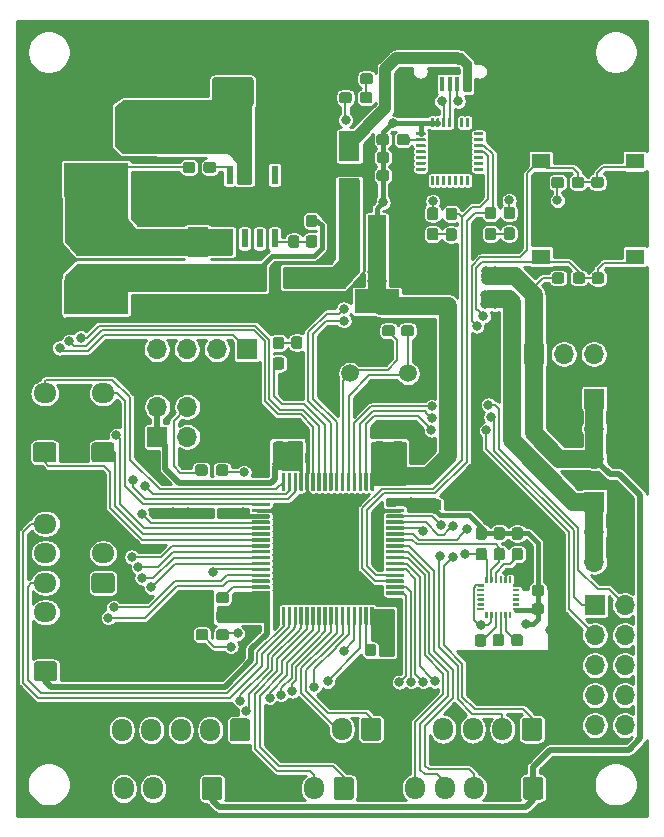
<source format=gbr>
G04 #@! TF.GenerationSoftware,KiCad,Pcbnew,5.1.5-52549c5~86~ubuntu18.04.1*
G04 #@! TF.CreationDate,2020-05-18T11:22:32+07:00*
G04 #@! TF.ProjectId,openSTM32F4_LQFP64,6f70656e-5354-44d3-9332-46345f4c5146,rev?*
G04 #@! TF.SameCoordinates,Original*
G04 #@! TF.FileFunction,Copper,L1,Top*
G04 #@! TF.FilePolarity,Positive*
%FSLAX46Y46*%
G04 Gerber Fmt 4.6, Leading zero omitted, Abs format (unit mm)*
G04 Created by KiCad (PCBNEW 5.1.5-52549c5~86~ubuntu18.04.1) date 2020-05-18 11:22:32*
%MOMM*%
%LPD*%
G04 APERTURE LIST*
%ADD10R,4.400000X1.800000*%
%ADD11O,4.000000X1.800000*%
%ADD12O,1.800000X4.000000*%
%ADD13O,1.700000X1.700000*%
%ADD14R,1.700000X1.700000*%
%ADD15C,0.100000*%
%ADD16O,1.700000X1.950000*%
%ADD17O,1.950000X1.700000*%
%ADD18R,1.800000X2.500000*%
%ADD19R,2.500000X1.800000*%
%ADD20C,1.500000*%
%ADD21O,1.150000X1.800000*%
%ADD22O,1.450000X2.000000*%
%ADD23R,0.450000X1.300000*%
%ADD24R,1.500000X2.000000*%
%ADD25R,3.800000X2.000000*%
%ADD26C,0.800000*%
%ADD27R,0.600000X1.550000*%
%ADD28R,4.500000X2.950000*%
%ADD29R,3.100000X2.600000*%
%ADD30R,1.550000X1.300000*%
%ADD31R,5.400000X2.900000*%
%ADD32C,0.200000*%
%ADD33C,1.500000*%
%ADD34C,0.400000*%
%ADD35C,0.500000*%
%ADD36C,1.000000*%
%ADD37C,0.254000*%
G04 APERTURE END LIST*
D10*
X151231600Y-51668680D03*
D11*
X151231600Y-45868680D03*
D12*
X146431600Y-48668680D03*
D13*
X191554100Y-101605080D03*
X189014100Y-101605080D03*
X191554100Y-99065080D03*
X189014100Y-99065080D03*
X191554100Y-96525080D03*
X189014100Y-96525080D03*
X191554100Y-93985080D03*
X189014100Y-93985080D03*
X191554100Y-91445080D03*
D14*
X189014100Y-91445080D03*
D13*
X191465200Y-70185280D03*
X188925200Y-70185280D03*
X186385200Y-70185280D03*
D14*
X183845200Y-70185280D03*
G04 #@! TA.AperFunction,SMDPad,CuDef*
D15*
G36*
X157764079Y-79525984D02*
G01*
X157787134Y-79529403D01*
X157809743Y-79535067D01*
X157831687Y-79542919D01*
X157852757Y-79552884D01*
X157872748Y-79564866D01*
X157891468Y-79578750D01*
X157908738Y-79594402D01*
X157924390Y-79611672D01*
X157938274Y-79630392D01*
X157950256Y-79650383D01*
X157960221Y-79671453D01*
X157968073Y-79693397D01*
X157973737Y-79716006D01*
X157977156Y-79739061D01*
X157978300Y-79762340D01*
X157978300Y-80237340D01*
X157977156Y-80260619D01*
X157973737Y-80283674D01*
X157968073Y-80306283D01*
X157960221Y-80328227D01*
X157950256Y-80349297D01*
X157938274Y-80369288D01*
X157924390Y-80388008D01*
X157908738Y-80405278D01*
X157891468Y-80420930D01*
X157872748Y-80434814D01*
X157852757Y-80446796D01*
X157831687Y-80456761D01*
X157809743Y-80464613D01*
X157787134Y-80470277D01*
X157764079Y-80473696D01*
X157740800Y-80474840D01*
X157165800Y-80474840D01*
X157142521Y-80473696D01*
X157119466Y-80470277D01*
X157096857Y-80464613D01*
X157074913Y-80456761D01*
X157053843Y-80446796D01*
X157033852Y-80434814D01*
X157015132Y-80420930D01*
X156997862Y-80405278D01*
X156982210Y-80388008D01*
X156968326Y-80369288D01*
X156956344Y-80349297D01*
X156946379Y-80328227D01*
X156938527Y-80306283D01*
X156932863Y-80283674D01*
X156929444Y-80260619D01*
X156928300Y-80237340D01*
X156928300Y-79762340D01*
X156929444Y-79739061D01*
X156932863Y-79716006D01*
X156938527Y-79693397D01*
X156946379Y-79671453D01*
X156956344Y-79650383D01*
X156968326Y-79630392D01*
X156982210Y-79611672D01*
X156997862Y-79594402D01*
X157015132Y-79578750D01*
X157033852Y-79564866D01*
X157053843Y-79552884D01*
X157074913Y-79542919D01*
X157096857Y-79535067D01*
X157119466Y-79529403D01*
X157142521Y-79525984D01*
X157165800Y-79524840D01*
X157740800Y-79524840D01*
X157764079Y-79525984D01*
G37*
G04 #@! TD.AperFunction*
G04 #@! TA.AperFunction,SMDPad,CuDef*
G36*
X156014079Y-79525984D02*
G01*
X156037134Y-79529403D01*
X156059743Y-79535067D01*
X156081687Y-79542919D01*
X156102757Y-79552884D01*
X156122748Y-79564866D01*
X156141468Y-79578750D01*
X156158738Y-79594402D01*
X156174390Y-79611672D01*
X156188274Y-79630392D01*
X156200256Y-79650383D01*
X156210221Y-79671453D01*
X156218073Y-79693397D01*
X156223737Y-79716006D01*
X156227156Y-79739061D01*
X156228300Y-79762340D01*
X156228300Y-80237340D01*
X156227156Y-80260619D01*
X156223737Y-80283674D01*
X156218073Y-80306283D01*
X156210221Y-80328227D01*
X156200256Y-80349297D01*
X156188274Y-80369288D01*
X156174390Y-80388008D01*
X156158738Y-80405278D01*
X156141468Y-80420930D01*
X156122748Y-80434814D01*
X156102757Y-80446796D01*
X156081687Y-80456761D01*
X156059743Y-80464613D01*
X156037134Y-80470277D01*
X156014079Y-80473696D01*
X155990800Y-80474840D01*
X155415800Y-80474840D01*
X155392521Y-80473696D01*
X155369466Y-80470277D01*
X155346857Y-80464613D01*
X155324913Y-80456761D01*
X155303843Y-80446796D01*
X155283852Y-80434814D01*
X155265132Y-80420930D01*
X155247862Y-80405278D01*
X155232210Y-80388008D01*
X155218326Y-80369288D01*
X155206344Y-80349297D01*
X155196379Y-80328227D01*
X155188527Y-80306283D01*
X155182863Y-80283674D01*
X155179444Y-80260619D01*
X155178300Y-80237340D01*
X155178300Y-79762340D01*
X155179444Y-79739061D01*
X155182863Y-79716006D01*
X155188527Y-79693397D01*
X155196379Y-79671453D01*
X155206344Y-79650383D01*
X155218326Y-79630392D01*
X155232210Y-79611672D01*
X155247862Y-79594402D01*
X155265132Y-79578750D01*
X155283852Y-79564866D01*
X155303843Y-79552884D01*
X155324913Y-79542919D01*
X155346857Y-79535067D01*
X155369466Y-79529403D01*
X155392521Y-79525984D01*
X155415800Y-79524840D01*
X155990800Y-79524840D01*
X156014079Y-79525984D01*
G37*
G04 #@! TD.AperFunction*
G04 #@! TA.AperFunction,SMDPad,CuDef*
G36*
X157802179Y-93462964D02*
G01*
X157825234Y-93466383D01*
X157847843Y-93472047D01*
X157869787Y-93479899D01*
X157890857Y-93489864D01*
X157910848Y-93501846D01*
X157929568Y-93515730D01*
X157946838Y-93531382D01*
X157962490Y-93548652D01*
X157976374Y-93567372D01*
X157988356Y-93587363D01*
X157998321Y-93608433D01*
X158006173Y-93630377D01*
X158011837Y-93652986D01*
X158015256Y-93676041D01*
X158016400Y-93699320D01*
X158016400Y-94174320D01*
X158015256Y-94197599D01*
X158011837Y-94220654D01*
X158006173Y-94243263D01*
X157998321Y-94265207D01*
X157988356Y-94286277D01*
X157976374Y-94306268D01*
X157962490Y-94324988D01*
X157946838Y-94342258D01*
X157929568Y-94357910D01*
X157910848Y-94371794D01*
X157890857Y-94383776D01*
X157869787Y-94393741D01*
X157847843Y-94401593D01*
X157825234Y-94407257D01*
X157802179Y-94410676D01*
X157778900Y-94411820D01*
X157203900Y-94411820D01*
X157180621Y-94410676D01*
X157157566Y-94407257D01*
X157134957Y-94401593D01*
X157113013Y-94393741D01*
X157091943Y-94383776D01*
X157071952Y-94371794D01*
X157053232Y-94357910D01*
X157035962Y-94342258D01*
X157020310Y-94324988D01*
X157006426Y-94306268D01*
X156994444Y-94286277D01*
X156984479Y-94265207D01*
X156976627Y-94243263D01*
X156970963Y-94220654D01*
X156967544Y-94197599D01*
X156966400Y-94174320D01*
X156966400Y-93699320D01*
X156967544Y-93676041D01*
X156970963Y-93652986D01*
X156976627Y-93630377D01*
X156984479Y-93608433D01*
X156994444Y-93587363D01*
X157006426Y-93567372D01*
X157020310Y-93548652D01*
X157035962Y-93531382D01*
X157053232Y-93515730D01*
X157071952Y-93501846D01*
X157091943Y-93489864D01*
X157113013Y-93479899D01*
X157134957Y-93472047D01*
X157157566Y-93466383D01*
X157180621Y-93462964D01*
X157203900Y-93461820D01*
X157778900Y-93461820D01*
X157802179Y-93462964D01*
G37*
G04 #@! TD.AperFunction*
G04 #@! TA.AperFunction,SMDPad,CuDef*
G36*
X156052179Y-93462964D02*
G01*
X156075234Y-93466383D01*
X156097843Y-93472047D01*
X156119787Y-93479899D01*
X156140857Y-93489864D01*
X156160848Y-93501846D01*
X156179568Y-93515730D01*
X156196838Y-93531382D01*
X156212490Y-93548652D01*
X156226374Y-93567372D01*
X156238356Y-93587363D01*
X156248321Y-93608433D01*
X156256173Y-93630377D01*
X156261837Y-93652986D01*
X156265256Y-93676041D01*
X156266400Y-93699320D01*
X156266400Y-94174320D01*
X156265256Y-94197599D01*
X156261837Y-94220654D01*
X156256173Y-94243263D01*
X156248321Y-94265207D01*
X156238356Y-94286277D01*
X156226374Y-94306268D01*
X156212490Y-94324988D01*
X156196838Y-94342258D01*
X156179568Y-94357910D01*
X156160848Y-94371794D01*
X156140857Y-94383776D01*
X156119787Y-94393741D01*
X156097843Y-94401593D01*
X156075234Y-94407257D01*
X156052179Y-94410676D01*
X156028900Y-94411820D01*
X155453900Y-94411820D01*
X155430621Y-94410676D01*
X155407566Y-94407257D01*
X155384957Y-94401593D01*
X155363013Y-94393741D01*
X155341943Y-94383776D01*
X155321952Y-94371794D01*
X155303232Y-94357910D01*
X155285962Y-94342258D01*
X155270310Y-94324988D01*
X155256426Y-94306268D01*
X155244444Y-94286277D01*
X155234479Y-94265207D01*
X155226627Y-94243263D01*
X155220963Y-94220654D01*
X155217544Y-94197599D01*
X155216400Y-94174320D01*
X155216400Y-93699320D01*
X155217544Y-93676041D01*
X155220963Y-93652986D01*
X155226627Y-93630377D01*
X155234479Y-93608433D01*
X155244444Y-93587363D01*
X155256426Y-93567372D01*
X155270310Y-93548652D01*
X155285962Y-93531382D01*
X155303232Y-93515730D01*
X155321952Y-93501846D01*
X155341943Y-93489864D01*
X155363013Y-93479899D01*
X155384957Y-93472047D01*
X155407566Y-93466383D01*
X155430621Y-93462964D01*
X155453900Y-93461820D01*
X156028900Y-93461820D01*
X156052179Y-93462964D01*
G37*
G04 #@! TD.AperFunction*
G04 #@! TA.AperFunction,SMDPad,CuDef*
G36*
X179907981Y-88999761D02*
G01*
X179912835Y-89000481D01*
X179917594Y-89001673D01*
X179922214Y-89003326D01*
X179926650Y-89005424D01*
X179930859Y-89007947D01*
X179934800Y-89010869D01*
X179938435Y-89014165D01*
X179941731Y-89017800D01*
X179944653Y-89021741D01*
X179947176Y-89025950D01*
X179949274Y-89030386D01*
X179950927Y-89035006D01*
X179952119Y-89039765D01*
X179952839Y-89044619D01*
X179953080Y-89049520D01*
X179953080Y-89499520D01*
X179952839Y-89504421D01*
X179952119Y-89509275D01*
X179950927Y-89514034D01*
X179949274Y-89518654D01*
X179947176Y-89523090D01*
X179944653Y-89527299D01*
X179941731Y-89531240D01*
X179938435Y-89534875D01*
X179934800Y-89538171D01*
X179930859Y-89541093D01*
X179926650Y-89543616D01*
X179922214Y-89545714D01*
X179917594Y-89547367D01*
X179912835Y-89548559D01*
X179907981Y-89549279D01*
X179903080Y-89549520D01*
X179803080Y-89549520D01*
X179798179Y-89549279D01*
X179793325Y-89548559D01*
X179788566Y-89547367D01*
X179783946Y-89545714D01*
X179779510Y-89543616D01*
X179775301Y-89541093D01*
X179771360Y-89538171D01*
X179767725Y-89534875D01*
X179764429Y-89531240D01*
X179761507Y-89527299D01*
X179758984Y-89523090D01*
X179756886Y-89518654D01*
X179755233Y-89514034D01*
X179754041Y-89509275D01*
X179753321Y-89504421D01*
X179753080Y-89499520D01*
X179753080Y-89049520D01*
X179753321Y-89044619D01*
X179754041Y-89039765D01*
X179755233Y-89035006D01*
X179756886Y-89030386D01*
X179758984Y-89025950D01*
X179761507Y-89021741D01*
X179764429Y-89017800D01*
X179767725Y-89014165D01*
X179771360Y-89010869D01*
X179775301Y-89007947D01*
X179779510Y-89005424D01*
X179783946Y-89003326D01*
X179788566Y-89001673D01*
X179793325Y-89000481D01*
X179798179Y-88999761D01*
X179803080Y-88999520D01*
X179903080Y-88999520D01*
X179907981Y-88999761D01*
G37*
G04 #@! TD.AperFunction*
G04 #@! TA.AperFunction,SMDPad,CuDef*
G36*
X180307981Y-88999761D02*
G01*
X180312835Y-89000481D01*
X180317594Y-89001673D01*
X180322214Y-89003326D01*
X180326650Y-89005424D01*
X180330859Y-89007947D01*
X180334800Y-89010869D01*
X180338435Y-89014165D01*
X180341731Y-89017800D01*
X180344653Y-89021741D01*
X180347176Y-89025950D01*
X180349274Y-89030386D01*
X180350927Y-89035006D01*
X180352119Y-89039765D01*
X180352839Y-89044619D01*
X180353080Y-89049520D01*
X180353080Y-89499520D01*
X180352839Y-89504421D01*
X180352119Y-89509275D01*
X180350927Y-89514034D01*
X180349274Y-89518654D01*
X180347176Y-89523090D01*
X180344653Y-89527299D01*
X180341731Y-89531240D01*
X180338435Y-89534875D01*
X180334800Y-89538171D01*
X180330859Y-89541093D01*
X180326650Y-89543616D01*
X180322214Y-89545714D01*
X180317594Y-89547367D01*
X180312835Y-89548559D01*
X180307981Y-89549279D01*
X180303080Y-89549520D01*
X180203080Y-89549520D01*
X180198179Y-89549279D01*
X180193325Y-89548559D01*
X180188566Y-89547367D01*
X180183946Y-89545714D01*
X180179510Y-89543616D01*
X180175301Y-89541093D01*
X180171360Y-89538171D01*
X180167725Y-89534875D01*
X180164429Y-89531240D01*
X180161507Y-89527299D01*
X180158984Y-89523090D01*
X180156886Y-89518654D01*
X180155233Y-89514034D01*
X180154041Y-89509275D01*
X180153321Y-89504421D01*
X180153080Y-89499520D01*
X180153080Y-89049520D01*
X180153321Y-89044619D01*
X180154041Y-89039765D01*
X180155233Y-89035006D01*
X180156886Y-89030386D01*
X180158984Y-89025950D01*
X180161507Y-89021741D01*
X180164429Y-89017800D01*
X180167725Y-89014165D01*
X180171360Y-89010869D01*
X180175301Y-89007947D01*
X180179510Y-89005424D01*
X180183946Y-89003326D01*
X180188566Y-89001673D01*
X180193325Y-89000481D01*
X180198179Y-88999761D01*
X180203080Y-88999520D01*
X180303080Y-88999520D01*
X180307981Y-88999761D01*
G37*
G04 #@! TD.AperFunction*
G04 #@! TA.AperFunction,SMDPad,CuDef*
G36*
X180707981Y-88999761D02*
G01*
X180712835Y-89000481D01*
X180717594Y-89001673D01*
X180722214Y-89003326D01*
X180726650Y-89005424D01*
X180730859Y-89007947D01*
X180734800Y-89010869D01*
X180738435Y-89014165D01*
X180741731Y-89017800D01*
X180744653Y-89021741D01*
X180747176Y-89025950D01*
X180749274Y-89030386D01*
X180750927Y-89035006D01*
X180752119Y-89039765D01*
X180752839Y-89044619D01*
X180753080Y-89049520D01*
X180753080Y-89499520D01*
X180752839Y-89504421D01*
X180752119Y-89509275D01*
X180750927Y-89514034D01*
X180749274Y-89518654D01*
X180747176Y-89523090D01*
X180744653Y-89527299D01*
X180741731Y-89531240D01*
X180738435Y-89534875D01*
X180734800Y-89538171D01*
X180730859Y-89541093D01*
X180726650Y-89543616D01*
X180722214Y-89545714D01*
X180717594Y-89547367D01*
X180712835Y-89548559D01*
X180707981Y-89549279D01*
X180703080Y-89549520D01*
X180603080Y-89549520D01*
X180598179Y-89549279D01*
X180593325Y-89548559D01*
X180588566Y-89547367D01*
X180583946Y-89545714D01*
X180579510Y-89543616D01*
X180575301Y-89541093D01*
X180571360Y-89538171D01*
X180567725Y-89534875D01*
X180564429Y-89531240D01*
X180561507Y-89527299D01*
X180558984Y-89523090D01*
X180556886Y-89518654D01*
X180555233Y-89514034D01*
X180554041Y-89509275D01*
X180553321Y-89504421D01*
X180553080Y-89499520D01*
X180553080Y-89049520D01*
X180553321Y-89044619D01*
X180554041Y-89039765D01*
X180555233Y-89035006D01*
X180556886Y-89030386D01*
X180558984Y-89025950D01*
X180561507Y-89021741D01*
X180564429Y-89017800D01*
X180567725Y-89014165D01*
X180571360Y-89010869D01*
X180575301Y-89007947D01*
X180579510Y-89005424D01*
X180583946Y-89003326D01*
X180588566Y-89001673D01*
X180593325Y-89000481D01*
X180598179Y-88999761D01*
X180603080Y-88999520D01*
X180703080Y-88999520D01*
X180707981Y-88999761D01*
G37*
G04 #@! TD.AperFunction*
G04 #@! TA.AperFunction,SMDPad,CuDef*
G36*
X181107981Y-88999761D02*
G01*
X181112835Y-89000481D01*
X181117594Y-89001673D01*
X181122214Y-89003326D01*
X181126650Y-89005424D01*
X181130859Y-89007947D01*
X181134800Y-89010869D01*
X181138435Y-89014165D01*
X181141731Y-89017800D01*
X181144653Y-89021741D01*
X181147176Y-89025950D01*
X181149274Y-89030386D01*
X181150927Y-89035006D01*
X181152119Y-89039765D01*
X181152839Y-89044619D01*
X181153080Y-89049520D01*
X181153080Y-89499520D01*
X181152839Y-89504421D01*
X181152119Y-89509275D01*
X181150927Y-89514034D01*
X181149274Y-89518654D01*
X181147176Y-89523090D01*
X181144653Y-89527299D01*
X181141731Y-89531240D01*
X181138435Y-89534875D01*
X181134800Y-89538171D01*
X181130859Y-89541093D01*
X181126650Y-89543616D01*
X181122214Y-89545714D01*
X181117594Y-89547367D01*
X181112835Y-89548559D01*
X181107981Y-89549279D01*
X181103080Y-89549520D01*
X181003080Y-89549520D01*
X180998179Y-89549279D01*
X180993325Y-89548559D01*
X180988566Y-89547367D01*
X180983946Y-89545714D01*
X180979510Y-89543616D01*
X180975301Y-89541093D01*
X180971360Y-89538171D01*
X180967725Y-89534875D01*
X180964429Y-89531240D01*
X180961507Y-89527299D01*
X180958984Y-89523090D01*
X180956886Y-89518654D01*
X180955233Y-89514034D01*
X180954041Y-89509275D01*
X180953321Y-89504421D01*
X180953080Y-89499520D01*
X180953080Y-89049520D01*
X180953321Y-89044619D01*
X180954041Y-89039765D01*
X180955233Y-89035006D01*
X180956886Y-89030386D01*
X180958984Y-89025950D01*
X180961507Y-89021741D01*
X180964429Y-89017800D01*
X180967725Y-89014165D01*
X180971360Y-89010869D01*
X180975301Y-89007947D01*
X180979510Y-89005424D01*
X180983946Y-89003326D01*
X180988566Y-89001673D01*
X180993325Y-89000481D01*
X180998179Y-88999761D01*
X181003080Y-88999520D01*
X181103080Y-88999520D01*
X181107981Y-88999761D01*
G37*
G04 #@! TD.AperFunction*
G04 #@! TA.AperFunction,SMDPad,CuDef*
G36*
X181507981Y-88999761D02*
G01*
X181512835Y-89000481D01*
X181517594Y-89001673D01*
X181522214Y-89003326D01*
X181526650Y-89005424D01*
X181530859Y-89007947D01*
X181534800Y-89010869D01*
X181538435Y-89014165D01*
X181541731Y-89017800D01*
X181544653Y-89021741D01*
X181547176Y-89025950D01*
X181549274Y-89030386D01*
X181550927Y-89035006D01*
X181552119Y-89039765D01*
X181552839Y-89044619D01*
X181553080Y-89049520D01*
X181553080Y-89499520D01*
X181552839Y-89504421D01*
X181552119Y-89509275D01*
X181550927Y-89514034D01*
X181549274Y-89518654D01*
X181547176Y-89523090D01*
X181544653Y-89527299D01*
X181541731Y-89531240D01*
X181538435Y-89534875D01*
X181534800Y-89538171D01*
X181530859Y-89541093D01*
X181526650Y-89543616D01*
X181522214Y-89545714D01*
X181517594Y-89547367D01*
X181512835Y-89548559D01*
X181507981Y-89549279D01*
X181503080Y-89549520D01*
X181403080Y-89549520D01*
X181398179Y-89549279D01*
X181393325Y-89548559D01*
X181388566Y-89547367D01*
X181383946Y-89545714D01*
X181379510Y-89543616D01*
X181375301Y-89541093D01*
X181371360Y-89538171D01*
X181367725Y-89534875D01*
X181364429Y-89531240D01*
X181361507Y-89527299D01*
X181358984Y-89523090D01*
X181356886Y-89518654D01*
X181355233Y-89514034D01*
X181354041Y-89509275D01*
X181353321Y-89504421D01*
X181353080Y-89499520D01*
X181353080Y-89049520D01*
X181353321Y-89044619D01*
X181354041Y-89039765D01*
X181355233Y-89035006D01*
X181356886Y-89030386D01*
X181358984Y-89025950D01*
X181361507Y-89021741D01*
X181364429Y-89017800D01*
X181367725Y-89014165D01*
X181371360Y-89010869D01*
X181375301Y-89007947D01*
X181379510Y-89005424D01*
X181383946Y-89003326D01*
X181388566Y-89001673D01*
X181393325Y-89000481D01*
X181398179Y-88999761D01*
X181403080Y-88999520D01*
X181503080Y-88999520D01*
X181507981Y-88999761D01*
G37*
G04 #@! TD.AperFunction*
G04 #@! TA.AperFunction,SMDPad,CuDef*
G36*
X181907981Y-88999761D02*
G01*
X181912835Y-89000481D01*
X181917594Y-89001673D01*
X181922214Y-89003326D01*
X181926650Y-89005424D01*
X181930859Y-89007947D01*
X181934800Y-89010869D01*
X181938435Y-89014165D01*
X181941731Y-89017800D01*
X181944653Y-89021741D01*
X181947176Y-89025950D01*
X181949274Y-89030386D01*
X181950927Y-89035006D01*
X181952119Y-89039765D01*
X181952839Y-89044619D01*
X181953080Y-89049520D01*
X181953080Y-89499520D01*
X181952839Y-89504421D01*
X181952119Y-89509275D01*
X181950927Y-89514034D01*
X181949274Y-89518654D01*
X181947176Y-89523090D01*
X181944653Y-89527299D01*
X181941731Y-89531240D01*
X181938435Y-89534875D01*
X181934800Y-89538171D01*
X181930859Y-89541093D01*
X181926650Y-89543616D01*
X181922214Y-89545714D01*
X181917594Y-89547367D01*
X181912835Y-89548559D01*
X181907981Y-89549279D01*
X181903080Y-89549520D01*
X181803080Y-89549520D01*
X181798179Y-89549279D01*
X181793325Y-89548559D01*
X181788566Y-89547367D01*
X181783946Y-89545714D01*
X181779510Y-89543616D01*
X181775301Y-89541093D01*
X181771360Y-89538171D01*
X181767725Y-89534875D01*
X181764429Y-89531240D01*
X181761507Y-89527299D01*
X181758984Y-89523090D01*
X181756886Y-89518654D01*
X181755233Y-89514034D01*
X181754041Y-89509275D01*
X181753321Y-89504421D01*
X181753080Y-89499520D01*
X181753080Y-89049520D01*
X181753321Y-89044619D01*
X181754041Y-89039765D01*
X181755233Y-89035006D01*
X181756886Y-89030386D01*
X181758984Y-89025950D01*
X181761507Y-89021741D01*
X181764429Y-89017800D01*
X181767725Y-89014165D01*
X181771360Y-89010869D01*
X181775301Y-89007947D01*
X181779510Y-89005424D01*
X181783946Y-89003326D01*
X181788566Y-89001673D01*
X181793325Y-89000481D01*
X181798179Y-88999761D01*
X181803080Y-88999520D01*
X181903080Y-88999520D01*
X181907981Y-88999761D01*
G37*
G04 #@! TD.AperFunction*
G04 #@! TA.AperFunction,SMDPad,CuDef*
G36*
X182582981Y-89674761D02*
G01*
X182587835Y-89675481D01*
X182592594Y-89676673D01*
X182597214Y-89678326D01*
X182601650Y-89680424D01*
X182605859Y-89682947D01*
X182609800Y-89685869D01*
X182613435Y-89689165D01*
X182616731Y-89692800D01*
X182619653Y-89696741D01*
X182622176Y-89700950D01*
X182624274Y-89705386D01*
X182625927Y-89710006D01*
X182627119Y-89714765D01*
X182627839Y-89719619D01*
X182628080Y-89724520D01*
X182628080Y-89824520D01*
X182627839Y-89829421D01*
X182627119Y-89834275D01*
X182625927Y-89839034D01*
X182624274Y-89843654D01*
X182622176Y-89848090D01*
X182619653Y-89852299D01*
X182616731Y-89856240D01*
X182613435Y-89859875D01*
X182609800Y-89863171D01*
X182605859Y-89866093D01*
X182601650Y-89868616D01*
X182597214Y-89870714D01*
X182592594Y-89872367D01*
X182587835Y-89873559D01*
X182582981Y-89874279D01*
X182578080Y-89874520D01*
X182128080Y-89874520D01*
X182123179Y-89874279D01*
X182118325Y-89873559D01*
X182113566Y-89872367D01*
X182108946Y-89870714D01*
X182104510Y-89868616D01*
X182100301Y-89866093D01*
X182096360Y-89863171D01*
X182092725Y-89859875D01*
X182089429Y-89856240D01*
X182086507Y-89852299D01*
X182083984Y-89848090D01*
X182081886Y-89843654D01*
X182080233Y-89839034D01*
X182079041Y-89834275D01*
X182078321Y-89829421D01*
X182078080Y-89824520D01*
X182078080Y-89724520D01*
X182078321Y-89719619D01*
X182079041Y-89714765D01*
X182080233Y-89710006D01*
X182081886Y-89705386D01*
X182083984Y-89700950D01*
X182086507Y-89696741D01*
X182089429Y-89692800D01*
X182092725Y-89689165D01*
X182096360Y-89685869D01*
X182100301Y-89682947D01*
X182104510Y-89680424D01*
X182108946Y-89678326D01*
X182113566Y-89676673D01*
X182118325Y-89675481D01*
X182123179Y-89674761D01*
X182128080Y-89674520D01*
X182578080Y-89674520D01*
X182582981Y-89674761D01*
G37*
G04 #@! TD.AperFunction*
G04 #@! TA.AperFunction,SMDPad,CuDef*
G36*
X182582981Y-90074761D02*
G01*
X182587835Y-90075481D01*
X182592594Y-90076673D01*
X182597214Y-90078326D01*
X182601650Y-90080424D01*
X182605859Y-90082947D01*
X182609800Y-90085869D01*
X182613435Y-90089165D01*
X182616731Y-90092800D01*
X182619653Y-90096741D01*
X182622176Y-90100950D01*
X182624274Y-90105386D01*
X182625927Y-90110006D01*
X182627119Y-90114765D01*
X182627839Y-90119619D01*
X182628080Y-90124520D01*
X182628080Y-90224520D01*
X182627839Y-90229421D01*
X182627119Y-90234275D01*
X182625927Y-90239034D01*
X182624274Y-90243654D01*
X182622176Y-90248090D01*
X182619653Y-90252299D01*
X182616731Y-90256240D01*
X182613435Y-90259875D01*
X182609800Y-90263171D01*
X182605859Y-90266093D01*
X182601650Y-90268616D01*
X182597214Y-90270714D01*
X182592594Y-90272367D01*
X182587835Y-90273559D01*
X182582981Y-90274279D01*
X182578080Y-90274520D01*
X182128080Y-90274520D01*
X182123179Y-90274279D01*
X182118325Y-90273559D01*
X182113566Y-90272367D01*
X182108946Y-90270714D01*
X182104510Y-90268616D01*
X182100301Y-90266093D01*
X182096360Y-90263171D01*
X182092725Y-90259875D01*
X182089429Y-90256240D01*
X182086507Y-90252299D01*
X182083984Y-90248090D01*
X182081886Y-90243654D01*
X182080233Y-90239034D01*
X182079041Y-90234275D01*
X182078321Y-90229421D01*
X182078080Y-90224520D01*
X182078080Y-90124520D01*
X182078321Y-90119619D01*
X182079041Y-90114765D01*
X182080233Y-90110006D01*
X182081886Y-90105386D01*
X182083984Y-90100950D01*
X182086507Y-90096741D01*
X182089429Y-90092800D01*
X182092725Y-90089165D01*
X182096360Y-90085869D01*
X182100301Y-90082947D01*
X182104510Y-90080424D01*
X182108946Y-90078326D01*
X182113566Y-90076673D01*
X182118325Y-90075481D01*
X182123179Y-90074761D01*
X182128080Y-90074520D01*
X182578080Y-90074520D01*
X182582981Y-90074761D01*
G37*
G04 #@! TD.AperFunction*
G04 #@! TA.AperFunction,SMDPad,CuDef*
G36*
X182582981Y-90474761D02*
G01*
X182587835Y-90475481D01*
X182592594Y-90476673D01*
X182597214Y-90478326D01*
X182601650Y-90480424D01*
X182605859Y-90482947D01*
X182609800Y-90485869D01*
X182613435Y-90489165D01*
X182616731Y-90492800D01*
X182619653Y-90496741D01*
X182622176Y-90500950D01*
X182624274Y-90505386D01*
X182625927Y-90510006D01*
X182627119Y-90514765D01*
X182627839Y-90519619D01*
X182628080Y-90524520D01*
X182628080Y-90624520D01*
X182627839Y-90629421D01*
X182627119Y-90634275D01*
X182625927Y-90639034D01*
X182624274Y-90643654D01*
X182622176Y-90648090D01*
X182619653Y-90652299D01*
X182616731Y-90656240D01*
X182613435Y-90659875D01*
X182609800Y-90663171D01*
X182605859Y-90666093D01*
X182601650Y-90668616D01*
X182597214Y-90670714D01*
X182592594Y-90672367D01*
X182587835Y-90673559D01*
X182582981Y-90674279D01*
X182578080Y-90674520D01*
X182128080Y-90674520D01*
X182123179Y-90674279D01*
X182118325Y-90673559D01*
X182113566Y-90672367D01*
X182108946Y-90670714D01*
X182104510Y-90668616D01*
X182100301Y-90666093D01*
X182096360Y-90663171D01*
X182092725Y-90659875D01*
X182089429Y-90656240D01*
X182086507Y-90652299D01*
X182083984Y-90648090D01*
X182081886Y-90643654D01*
X182080233Y-90639034D01*
X182079041Y-90634275D01*
X182078321Y-90629421D01*
X182078080Y-90624520D01*
X182078080Y-90524520D01*
X182078321Y-90519619D01*
X182079041Y-90514765D01*
X182080233Y-90510006D01*
X182081886Y-90505386D01*
X182083984Y-90500950D01*
X182086507Y-90496741D01*
X182089429Y-90492800D01*
X182092725Y-90489165D01*
X182096360Y-90485869D01*
X182100301Y-90482947D01*
X182104510Y-90480424D01*
X182108946Y-90478326D01*
X182113566Y-90476673D01*
X182118325Y-90475481D01*
X182123179Y-90474761D01*
X182128080Y-90474520D01*
X182578080Y-90474520D01*
X182582981Y-90474761D01*
G37*
G04 #@! TD.AperFunction*
G04 #@! TA.AperFunction,SMDPad,CuDef*
G36*
X182582981Y-90874761D02*
G01*
X182587835Y-90875481D01*
X182592594Y-90876673D01*
X182597214Y-90878326D01*
X182601650Y-90880424D01*
X182605859Y-90882947D01*
X182609800Y-90885869D01*
X182613435Y-90889165D01*
X182616731Y-90892800D01*
X182619653Y-90896741D01*
X182622176Y-90900950D01*
X182624274Y-90905386D01*
X182625927Y-90910006D01*
X182627119Y-90914765D01*
X182627839Y-90919619D01*
X182628080Y-90924520D01*
X182628080Y-91024520D01*
X182627839Y-91029421D01*
X182627119Y-91034275D01*
X182625927Y-91039034D01*
X182624274Y-91043654D01*
X182622176Y-91048090D01*
X182619653Y-91052299D01*
X182616731Y-91056240D01*
X182613435Y-91059875D01*
X182609800Y-91063171D01*
X182605859Y-91066093D01*
X182601650Y-91068616D01*
X182597214Y-91070714D01*
X182592594Y-91072367D01*
X182587835Y-91073559D01*
X182582981Y-91074279D01*
X182578080Y-91074520D01*
X182128080Y-91074520D01*
X182123179Y-91074279D01*
X182118325Y-91073559D01*
X182113566Y-91072367D01*
X182108946Y-91070714D01*
X182104510Y-91068616D01*
X182100301Y-91066093D01*
X182096360Y-91063171D01*
X182092725Y-91059875D01*
X182089429Y-91056240D01*
X182086507Y-91052299D01*
X182083984Y-91048090D01*
X182081886Y-91043654D01*
X182080233Y-91039034D01*
X182079041Y-91034275D01*
X182078321Y-91029421D01*
X182078080Y-91024520D01*
X182078080Y-90924520D01*
X182078321Y-90919619D01*
X182079041Y-90914765D01*
X182080233Y-90910006D01*
X182081886Y-90905386D01*
X182083984Y-90900950D01*
X182086507Y-90896741D01*
X182089429Y-90892800D01*
X182092725Y-90889165D01*
X182096360Y-90885869D01*
X182100301Y-90882947D01*
X182104510Y-90880424D01*
X182108946Y-90878326D01*
X182113566Y-90876673D01*
X182118325Y-90875481D01*
X182123179Y-90874761D01*
X182128080Y-90874520D01*
X182578080Y-90874520D01*
X182582981Y-90874761D01*
G37*
G04 #@! TD.AperFunction*
G04 #@! TA.AperFunction,SMDPad,CuDef*
G36*
X182582981Y-91274761D02*
G01*
X182587835Y-91275481D01*
X182592594Y-91276673D01*
X182597214Y-91278326D01*
X182601650Y-91280424D01*
X182605859Y-91282947D01*
X182609800Y-91285869D01*
X182613435Y-91289165D01*
X182616731Y-91292800D01*
X182619653Y-91296741D01*
X182622176Y-91300950D01*
X182624274Y-91305386D01*
X182625927Y-91310006D01*
X182627119Y-91314765D01*
X182627839Y-91319619D01*
X182628080Y-91324520D01*
X182628080Y-91424520D01*
X182627839Y-91429421D01*
X182627119Y-91434275D01*
X182625927Y-91439034D01*
X182624274Y-91443654D01*
X182622176Y-91448090D01*
X182619653Y-91452299D01*
X182616731Y-91456240D01*
X182613435Y-91459875D01*
X182609800Y-91463171D01*
X182605859Y-91466093D01*
X182601650Y-91468616D01*
X182597214Y-91470714D01*
X182592594Y-91472367D01*
X182587835Y-91473559D01*
X182582981Y-91474279D01*
X182578080Y-91474520D01*
X182128080Y-91474520D01*
X182123179Y-91474279D01*
X182118325Y-91473559D01*
X182113566Y-91472367D01*
X182108946Y-91470714D01*
X182104510Y-91468616D01*
X182100301Y-91466093D01*
X182096360Y-91463171D01*
X182092725Y-91459875D01*
X182089429Y-91456240D01*
X182086507Y-91452299D01*
X182083984Y-91448090D01*
X182081886Y-91443654D01*
X182080233Y-91439034D01*
X182079041Y-91434275D01*
X182078321Y-91429421D01*
X182078080Y-91424520D01*
X182078080Y-91324520D01*
X182078321Y-91319619D01*
X182079041Y-91314765D01*
X182080233Y-91310006D01*
X182081886Y-91305386D01*
X182083984Y-91300950D01*
X182086507Y-91296741D01*
X182089429Y-91292800D01*
X182092725Y-91289165D01*
X182096360Y-91285869D01*
X182100301Y-91282947D01*
X182104510Y-91280424D01*
X182108946Y-91278326D01*
X182113566Y-91276673D01*
X182118325Y-91275481D01*
X182123179Y-91274761D01*
X182128080Y-91274520D01*
X182578080Y-91274520D01*
X182582981Y-91274761D01*
G37*
G04 #@! TD.AperFunction*
G04 #@! TA.AperFunction,SMDPad,CuDef*
G36*
X182582981Y-91674761D02*
G01*
X182587835Y-91675481D01*
X182592594Y-91676673D01*
X182597214Y-91678326D01*
X182601650Y-91680424D01*
X182605859Y-91682947D01*
X182609800Y-91685869D01*
X182613435Y-91689165D01*
X182616731Y-91692800D01*
X182619653Y-91696741D01*
X182622176Y-91700950D01*
X182624274Y-91705386D01*
X182625927Y-91710006D01*
X182627119Y-91714765D01*
X182627839Y-91719619D01*
X182628080Y-91724520D01*
X182628080Y-91824520D01*
X182627839Y-91829421D01*
X182627119Y-91834275D01*
X182625927Y-91839034D01*
X182624274Y-91843654D01*
X182622176Y-91848090D01*
X182619653Y-91852299D01*
X182616731Y-91856240D01*
X182613435Y-91859875D01*
X182609800Y-91863171D01*
X182605859Y-91866093D01*
X182601650Y-91868616D01*
X182597214Y-91870714D01*
X182592594Y-91872367D01*
X182587835Y-91873559D01*
X182582981Y-91874279D01*
X182578080Y-91874520D01*
X182128080Y-91874520D01*
X182123179Y-91874279D01*
X182118325Y-91873559D01*
X182113566Y-91872367D01*
X182108946Y-91870714D01*
X182104510Y-91868616D01*
X182100301Y-91866093D01*
X182096360Y-91863171D01*
X182092725Y-91859875D01*
X182089429Y-91856240D01*
X182086507Y-91852299D01*
X182083984Y-91848090D01*
X182081886Y-91843654D01*
X182080233Y-91839034D01*
X182079041Y-91834275D01*
X182078321Y-91829421D01*
X182078080Y-91824520D01*
X182078080Y-91724520D01*
X182078321Y-91719619D01*
X182079041Y-91714765D01*
X182080233Y-91710006D01*
X182081886Y-91705386D01*
X182083984Y-91700950D01*
X182086507Y-91696741D01*
X182089429Y-91692800D01*
X182092725Y-91689165D01*
X182096360Y-91685869D01*
X182100301Y-91682947D01*
X182104510Y-91680424D01*
X182108946Y-91678326D01*
X182113566Y-91676673D01*
X182118325Y-91675481D01*
X182123179Y-91674761D01*
X182128080Y-91674520D01*
X182578080Y-91674520D01*
X182582981Y-91674761D01*
G37*
G04 #@! TD.AperFunction*
G04 #@! TA.AperFunction,SMDPad,CuDef*
G36*
X181907981Y-91999761D02*
G01*
X181912835Y-92000481D01*
X181917594Y-92001673D01*
X181922214Y-92003326D01*
X181926650Y-92005424D01*
X181930859Y-92007947D01*
X181934800Y-92010869D01*
X181938435Y-92014165D01*
X181941731Y-92017800D01*
X181944653Y-92021741D01*
X181947176Y-92025950D01*
X181949274Y-92030386D01*
X181950927Y-92035006D01*
X181952119Y-92039765D01*
X181952839Y-92044619D01*
X181953080Y-92049520D01*
X181953080Y-92499520D01*
X181952839Y-92504421D01*
X181952119Y-92509275D01*
X181950927Y-92514034D01*
X181949274Y-92518654D01*
X181947176Y-92523090D01*
X181944653Y-92527299D01*
X181941731Y-92531240D01*
X181938435Y-92534875D01*
X181934800Y-92538171D01*
X181930859Y-92541093D01*
X181926650Y-92543616D01*
X181922214Y-92545714D01*
X181917594Y-92547367D01*
X181912835Y-92548559D01*
X181907981Y-92549279D01*
X181903080Y-92549520D01*
X181803080Y-92549520D01*
X181798179Y-92549279D01*
X181793325Y-92548559D01*
X181788566Y-92547367D01*
X181783946Y-92545714D01*
X181779510Y-92543616D01*
X181775301Y-92541093D01*
X181771360Y-92538171D01*
X181767725Y-92534875D01*
X181764429Y-92531240D01*
X181761507Y-92527299D01*
X181758984Y-92523090D01*
X181756886Y-92518654D01*
X181755233Y-92514034D01*
X181754041Y-92509275D01*
X181753321Y-92504421D01*
X181753080Y-92499520D01*
X181753080Y-92049520D01*
X181753321Y-92044619D01*
X181754041Y-92039765D01*
X181755233Y-92035006D01*
X181756886Y-92030386D01*
X181758984Y-92025950D01*
X181761507Y-92021741D01*
X181764429Y-92017800D01*
X181767725Y-92014165D01*
X181771360Y-92010869D01*
X181775301Y-92007947D01*
X181779510Y-92005424D01*
X181783946Y-92003326D01*
X181788566Y-92001673D01*
X181793325Y-92000481D01*
X181798179Y-91999761D01*
X181803080Y-91999520D01*
X181903080Y-91999520D01*
X181907981Y-91999761D01*
G37*
G04 #@! TD.AperFunction*
G04 #@! TA.AperFunction,SMDPad,CuDef*
G36*
X181507981Y-91999761D02*
G01*
X181512835Y-92000481D01*
X181517594Y-92001673D01*
X181522214Y-92003326D01*
X181526650Y-92005424D01*
X181530859Y-92007947D01*
X181534800Y-92010869D01*
X181538435Y-92014165D01*
X181541731Y-92017800D01*
X181544653Y-92021741D01*
X181547176Y-92025950D01*
X181549274Y-92030386D01*
X181550927Y-92035006D01*
X181552119Y-92039765D01*
X181552839Y-92044619D01*
X181553080Y-92049520D01*
X181553080Y-92499520D01*
X181552839Y-92504421D01*
X181552119Y-92509275D01*
X181550927Y-92514034D01*
X181549274Y-92518654D01*
X181547176Y-92523090D01*
X181544653Y-92527299D01*
X181541731Y-92531240D01*
X181538435Y-92534875D01*
X181534800Y-92538171D01*
X181530859Y-92541093D01*
X181526650Y-92543616D01*
X181522214Y-92545714D01*
X181517594Y-92547367D01*
X181512835Y-92548559D01*
X181507981Y-92549279D01*
X181503080Y-92549520D01*
X181403080Y-92549520D01*
X181398179Y-92549279D01*
X181393325Y-92548559D01*
X181388566Y-92547367D01*
X181383946Y-92545714D01*
X181379510Y-92543616D01*
X181375301Y-92541093D01*
X181371360Y-92538171D01*
X181367725Y-92534875D01*
X181364429Y-92531240D01*
X181361507Y-92527299D01*
X181358984Y-92523090D01*
X181356886Y-92518654D01*
X181355233Y-92514034D01*
X181354041Y-92509275D01*
X181353321Y-92504421D01*
X181353080Y-92499520D01*
X181353080Y-92049520D01*
X181353321Y-92044619D01*
X181354041Y-92039765D01*
X181355233Y-92035006D01*
X181356886Y-92030386D01*
X181358984Y-92025950D01*
X181361507Y-92021741D01*
X181364429Y-92017800D01*
X181367725Y-92014165D01*
X181371360Y-92010869D01*
X181375301Y-92007947D01*
X181379510Y-92005424D01*
X181383946Y-92003326D01*
X181388566Y-92001673D01*
X181393325Y-92000481D01*
X181398179Y-91999761D01*
X181403080Y-91999520D01*
X181503080Y-91999520D01*
X181507981Y-91999761D01*
G37*
G04 #@! TD.AperFunction*
G04 #@! TA.AperFunction,SMDPad,CuDef*
G36*
X181107981Y-91999761D02*
G01*
X181112835Y-92000481D01*
X181117594Y-92001673D01*
X181122214Y-92003326D01*
X181126650Y-92005424D01*
X181130859Y-92007947D01*
X181134800Y-92010869D01*
X181138435Y-92014165D01*
X181141731Y-92017800D01*
X181144653Y-92021741D01*
X181147176Y-92025950D01*
X181149274Y-92030386D01*
X181150927Y-92035006D01*
X181152119Y-92039765D01*
X181152839Y-92044619D01*
X181153080Y-92049520D01*
X181153080Y-92499520D01*
X181152839Y-92504421D01*
X181152119Y-92509275D01*
X181150927Y-92514034D01*
X181149274Y-92518654D01*
X181147176Y-92523090D01*
X181144653Y-92527299D01*
X181141731Y-92531240D01*
X181138435Y-92534875D01*
X181134800Y-92538171D01*
X181130859Y-92541093D01*
X181126650Y-92543616D01*
X181122214Y-92545714D01*
X181117594Y-92547367D01*
X181112835Y-92548559D01*
X181107981Y-92549279D01*
X181103080Y-92549520D01*
X181003080Y-92549520D01*
X180998179Y-92549279D01*
X180993325Y-92548559D01*
X180988566Y-92547367D01*
X180983946Y-92545714D01*
X180979510Y-92543616D01*
X180975301Y-92541093D01*
X180971360Y-92538171D01*
X180967725Y-92534875D01*
X180964429Y-92531240D01*
X180961507Y-92527299D01*
X180958984Y-92523090D01*
X180956886Y-92518654D01*
X180955233Y-92514034D01*
X180954041Y-92509275D01*
X180953321Y-92504421D01*
X180953080Y-92499520D01*
X180953080Y-92049520D01*
X180953321Y-92044619D01*
X180954041Y-92039765D01*
X180955233Y-92035006D01*
X180956886Y-92030386D01*
X180958984Y-92025950D01*
X180961507Y-92021741D01*
X180964429Y-92017800D01*
X180967725Y-92014165D01*
X180971360Y-92010869D01*
X180975301Y-92007947D01*
X180979510Y-92005424D01*
X180983946Y-92003326D01*
X180988566Y-92001673D01*
X180993325Y-92000481D01*
X180998179Y-91999761D01*
X181003080Y-91999520D01*
X181103080Y-91999520D01*
X181107981Y-91999761D01*
G37*
G04 #@! TD.AperFunction*
G04 #@! TA.AperFunction,SMDPad,CuDef*
G36*
X180707981Y-91999761D02*
G01*
X180712835Y-92000481D01*
X180717594Y-92001673D01*
X180722214Y-92003326D01*
X180726650Y-92005424D01*
X180730859Y-92007947D01*
X180734800Y-92010869D01*
X180738435Y-92014165D01*
X180741731Y-92017800D01*
X180744653Y-92021741D01*
X180747176Y-92025950D01*
X180749274Y-92030386D01*
X180750927Y-92035006D01*
X180752119Y-92039765D01*
X180752839Y-92044619D01*
X180753080Y-92049520D01*
X180753080Y-92499520D01*
X180752839Y-92504421D01*
X180752119Y-92509275D01*
X180750927Y-92514034D01*
X180749274Y-92518654D01*
X180747176Y-92523090D01*
X180744653Y-92527299D01*
X180741731Y-92531240D01*
X180738435Y-92534875D01*
X180734800Y-92538171D01*
X180730859Y-92541093D01*
X180726650Y-92543616D01*
X180722214Y-92545714D01*
X180717594Y-92547367D01*
X180712835Y-92548559D01*
X180707981Y-92549279D01*
X180703080Y-92549520D01*
X180603080Y-92549520D01*
X180598179Y-92549279D01*
X180593325Y-92548559D01*
X180588566Y-92547367D01*
X180583946Y-92545714D01*
X180579510Y-92543616D01*
X180575301Y-92541093D01*
X180571360Y-92538171D01*
X180567725Y-92534875D01*
X180564429Y-92531240D01*
X180561507Y-92527299D01*
X180558984Y-92523090D01*
X180556886Y-92518654D01*
X180555233Y-92514034D01*
X180554041Y-92509275D01*
X180553321Y-92504421D01*
X180553080Y-92499520D01*
X180553080Y-92049520D01*
X180553321Y-92044619D01*
X180554041Y-92039765D01*
X180555233Y-92035006D01*
X180556886Y-92030386D01*
X180558984Y-92025950D01*
X180561507Y-92021741D01*
X180564429Y-92017800D01*
X180567725Y-92014165D01*
X180571360Y-92010869D01*
X180575301Y-92007947D01*
X180579510Y-92005424D01*
X180583946Y-92003326D01*
X180588566Y-92001673D01*
X180593325Y-92000481D01*
X180598179Y-91999761D01*
X180603080Y-91999520D01*
X180703080Y-91999520D01*
X180707981Y-91999761D01*
G37*
G04 #@! TD.AperFunction*
G04 #@! TA.AperFunction,SMDPad,CuDef*
G36*
X180307981Y-91999761D02*
G01*
X180312835Y-92000481D01*
X180317594Y-92001673D01*
X180322214Y-92003326D01*
X180326650Y-92005424D01*
X180330859Y-92007947D01*
X180334800Y-92010869D01*
X180338435Y-92014165D01*
X180341731Y-92017800D01*
X180344653Y-92021741D01*
X180347176Y-92025950D01*
X180349274Y-92030386D01*
X180350927Y-92035006D01*
X180352119Y-92039765D01*
X180352839Y-92044619D01*
X180353080Y-92049520D01*
X180353080Y-92499520D01*
X180352839Y-92504421D01*
X180352119Y-92509275D01*
X180350927Y-92514034D01*
X180349274Y-92518654D01*
X180347176Y-92523090D01*
X180344653Y-92527299D01*
X180341731Y-92531240D01*
X180338435Y-92534875D01*
X180334800Y-92538171D01*
X180330859Y-92541093D01*
X180326650Y-92543616D01*
X180322214Y-92545714D01*
X180317594Y-92547367D01*
X180312835Y-92548559D01*
X180307981Y-92549279D01*
X180303080Y-92549520D01*
X180203080Y-92549520D01*
X180198179Y-92549279D01*
X180193325Y-92548559D01*
X180188566Y-92547367D01*
X180183946Y-92545714D01*
X180179510Y-92543616D01*
X180175301Y-92541093D01*
X180171360Y-92538171D01*
X180167725Y-92534875D01*
X180164429Y-92531240D01*
X180161507Y-92527299D01*
X180158984Y-92523090D01*
X180156886Y-92518654D01*
X180155233Y-92514034D01*
X180154041Y-92509275D01*
X180153321Y-92504421D01*
X180153080Y-92499520D01*
X180153080Y-92049520D01*
X180153321Y-92044619D01*
X180154041Y-92039765D01*
X180155233Y-92035006D01*
X180156886Y-92030386D01*
X180158984Y-92025950D01*
X180161507Y-92021741D01*
X180164429Y-92017800D01*
X180167725Y-92014165D01*
X180171360Y-92010869D01*
X180175301Y-92007947D01*
X180179510Y-92005424D01*
X180183946Y-92003326D01*
X180188566Y-92001673D01*
X180193325Y-92000481D01*
X180198179Y-91999761D01*
X180203080Y-91999520D01*
X180303080Y-91999520D01*
X180307981Y-91999761D01*
G37*
G04 #@! TD.AperFunction*
G04 #@! TA.AperFunction,SMDPad,CuDef*
G36*
X179907981Y-91999761D02*
G01*
X179912835Y-92000481D01*
X179917594Y-92001673D01*
X179922214Y-92003326D01*
X179926650Y-92005424D01*
X179930859Y-92007947D01*
X179934800Y-92010869D01*
X179938435Y-92014165D01*
X179941731Y-92017800D01*
X179944653Y-92021741D01*
X179947176Y-92025950D01*
X179949274Y-92030386D01*
X179950927Y-92035006D01*
X179952119Y-92039765D01*
X179952839Y-92044619D01*
X179953080Y-92049520D01*
X179953080Y-92499520D01*
X179952839Y-92504421D01*
X179952119Y-92509275D01*
X179950927Y-92514034D01*
X179949274Y-92518654D01*
X179947176Y-92523090D01*
X179944653Y-92527299D01*
X179941731Y-92531240D01*
X179938435Y-92534875D01*
X179934800Y-92538171D01*
X179930859Y-92541093D01*
X179926650Y-92543616D01*
X179922214Y-92545714D01*
X179917594Y-92547367D01*
X179912835Y-92548559D01*
X179907981Y-92549279D01*
X179903080Y-92549520D01*
X179803080Y-92549520D01*
X179798179Y-92549279D01*
X179793325Y-92548559D01*
X179788566Y-92547367D01*
X179783946Y-92545714D01*
X179779510Y-92543616D01*
X179775301Y-92541093D01*
X179771360Y-92538171D01*
X179767725Y-92534875D01*
X179764429Y-92531240D01*
X179761507Y-92527299D01*
X179758984Y-92523090D01*
X179756886Y-92518654D01*
X179755233Y-92514034D01*
X179754041Y-92509275D01*
X179753321Y-92504421D01*
X179753080Y-92499520D01*
X179753080Y-92049520D01*
X179753321Y-92044619D01*
X179754041Y-92039765D01*
X179755233Y-92035006D01*
X179756886Y-92030386D01*
X179758984Y-92025950D01*
X179761507Y-92021741D01*
X179764429Y-92017800D01*
X179767725Y-92014165D01*
X179771360Y-92010869D01*
X179775301Y-92007947D01*
X179779510Y-92005424D01*
X179783946Y-92003326D01*
X179788566Y-92001673D01*
X179793325Y-92000481D01*
X179798179Y-91999761D01*
X179803080Y-91999520D01*
X179903080Y-91999520D01*
X179907981Y-91999761D01*
G37*
G04 #@! TD.AperFunction*
G04 #@! TA.AperFunction,SMDPad,CuDef*
G36*
X179582981Y-91674761D02*
G01*
X179587835Y-91675481D01*
X179592594Y-91676673D01*
X179597214Y-91678326D01*
X179601650Y-91680424D01*
X179605859Y-91682947D01*
X179609800Y-91685869D01*
X179613435Y-91689165D01*
X179616731Y-91692800D01*
X179619653Y-91696741D01*
X179622176Y-91700950D01*
X179624274Y-91705386D01*
X179625927Y-91710006D01*
X179627119Y-91714765D01*
X179627839Y-91719619D01*
X179628080Y-91724520D01*
X179628080Y-91824520D01*
X179627839Y-91829421D01*
X179627119Y-91834275D01*
X179625927Y-91839034D01*
X179624274Y-91843654D01*
X179622176Y-91848090D01*
X179619653Y-91852299D01*
X179616731Y-91856240D01*
X179613435Y-91859875D01*
X179609800Y-91863171D01*
X179605859Y-91866093D01*
X179601650Y-91868616D01*
X179597214Y-91870714D01*
X179592594Y-91872367D01*
X179587835Y-91873559D01*
X179582981Y-91874279D01*
X179578080Y-91874520D01*
X179128080Y-91874520D01*
X179123179Y-91874279D01*
X179118325Y-91873559D01*
X179113566Y-91872367D01*
X179108946Y-91870714D01*
X179104510Y-91868616D01*
X179100301Y-91866093D01*
X179096360Y-91863171D01*
X179092725Y-91859875D01*
X179089429Y-91856240D01*
X179086507Y-91852299D01*
X179083984Y-91848090D01*
X179081886Y-91843654D01*
X179080233Y-91839034D01*
X179079041Y-91834275D01*
X179078321Y-91829421D01*
X179078080Y-91824520D01*
X179078080Y-91724520D01*
X179078321Y-91719619D01*
X179079041Y-91714765D01*
X179080233Y-91710006D01*
X179081886Y-91705386D01*
X179083984Y-91700950D01*
X179086507Y-91696741D01*
X179089429Y-91692800D01*
X179092725Y-91689165D01*
X179096360Y-91685869D01*
X179100301Y-91682947D01*
X179104510Y-91680424D01*
X179108946Y-91678326D01*
X179113566Y-91676673D01*
X179118325Y-91675481D01*
X179123179Y-91674761D01*
X179128080Y-91674520D01*
X179578080Y-91674520D01*
X179582981Y-91674761D01*
G37*
G04 #@! TD.AperFunction*
G04 #@! TA.AperFunction,SMDPad,CuDef*
G36*
X179582981Y-91274761D02*
G01*
X179587835Y-91275481D01*
X179592594Y-91276673D01*
X179597214Y-91278326D01*
X179601650Y-91280424D01*
X179605859Y-91282947D01*
X179609800Y-91285869D01*
X179613435Y-91289165D01*
X179616731Y-91292800D01*
X179619653Y-91296741D01*
X179622176Y-91300950D01*
X179624274Y-91305386D01*
X179625927Y-91310006D01*
X179627119Y-91314765D01*
X179627839Y-91319619D01*
X179628080Y-91324520D01*
X179628080Y-91424520D01*
X179627839Y-91429421D01*
X179627119Y-91434275D01*
X179625927Y-91439034D01*
X179624274Y-91443654D01*
X179622176Y-91448090D01*
X179619653Y-91452299D01*
X179616731Y-91456240D01*
X179613435Y-91459875D01*
X179609800Y-91463171D01*
X179605859Y-91466093D01*
X179601650Y-91468616D01*
X179597214Y-91470714D01*
X179592594Y-91472367D01*
X179587835Y-91473559D01*
X179582981Y-91474279D01*
X179578080Y-91474520D01*
X179128080Y-91474520D01*
X179123179Y-91474279D01*
X179118325Y-91473559D01*
X179113566Y-91472367D01*
X179108946Y-91470714D01*
X179104510Y-91468616D01*
X179100301Y-91466093D01*
X179096360Y-91463171D01*
X179092725Y-91459875D01*
X179089429Y-91456240D01*
X179086507Y-91452299D01*
X179083984Y-91448090D01*
X179081886Y-91443654D01*
X179080233Y-91439034D01*
X179079041Y-91434275D01*
X179078321Y-91429421D01*
X179078080Y-91424520D01*
X179078080Y-91324520D01*
X179078321Y-91319619D01*
X179079041Y-91314765D01*
X179080233Y-91310006D01*
X179081886Y-91305386D01*
X179083984Y-91300950D01*
X179086507Y-91296741D01*
X179089429Y-91292800D01*
X179092725Y-91289165D01*
X179096360Y-91285869D01*
X179100301Y-91282947D01*
X179104510Y-91280424D01*
X179108946Y-91278326D01*
X179113566Y-91276673D01*
X179118325Y-91275481D01*
X179123179Y-91274761D01*
X179128080Y-91274520D01*
X179578080Y-91274520D01*
X179582981Y-91274761D01*
G37*
G04 #@! TD.AperFunction*
G04 #@! TA.AperFunction,SMDPad,CuDef*
G36*
X179582981Y-90874761D02*
G01*
X179587835Y-90875481D01*
X179592594Y-90876673D01*
X179597214Y-90878326D01*
X179601650Y-90880424D01*
X179605859Y-90882947D01*
X179609800Y-90885869D01*
X179613435Y-90889165D01*
X179616731Y-90892800D01*
X179619653Y-90896741D01*
X179622176Y-90900950D01*
X179624274Y-90905386D01*
X179625927Y-90910006D01*
X179627119Y-90914765D01*
X179627839Y-90919619D01*
X179628080Y-90924520D01*
X179628080Y-91024520D01*
X179627839Y-91029421D01*
X179627119Y-91034275D01*
X179625927Y-91039034D01*
X179624274Y-91043654D01*
X179622176Y-91048090D01*
X179619653Y-91052299D01*
X179616731Y-91056240D01*
X179613435Y-91059875D01*
X179609800Y-91063171D01*
X179605859Y-91066093D01*
X179601650Y-91068616D01*
X179597214Y-91070714D01*
X179592594Y-91072367D01*
X179587835Y-91073559D01*
X179582981Y-91074279D01*
X179578080Y-91074520D01*
X179128080Y-91074520D01*
X179123179Y-91074279D01*
X179118325Y-91073559D01*
X179113566Y-91072367D01*
X179108946Y-91070714D01*
X179104510Y-91068616D01*
X179100301Y-91066093D01*
X179096360Y-91063171D01*
X179092725Y-91059875D01*
X179089429Y-91056240D01*
X179086507Y-91052299D01*
X179083984Y-91048090D01*
X179081886Y-91043654D01*
X179080233Y-91039034D01*
X179079041Y-91034275D01*
X179078321Y-91029421D01*
X179078080Y-91024520D01*
X179078080Y-90924520D01*
X179078321Y-90919619D01*
X179079041Y-90914765D01*
X179080233Y-90910006D01*
X179081886Y-90905386D01*
X179083984Y-90900950D01*
X179086507Y-90896741D01*
X179089429Y-90892800D01*
X179092725Y-90889165D01*
X179096360Y-90885869D01*
X179100301Y-90882947D01*
X179104510Y-90880424D01*
X179108946Y-90878326D01*
X179113566Y-90876673D01*
X179118325Y-90875481D01*
X179123179Y-90874761D01*
X179128080Y-90874520D01*
X179578080Y-90874520D01*
X179582981Y-90874761D01*
G37*
G04 #@! TD.AperFunction*
G04 #@! TA.AperFunction,SMDPad,CuDef*
G36*
X179582981Y-90474761D02*
G01*
X179587835Y-90475481D01*
X179592594Y-90476673D01*
X179597214Y-90478326D01*
X179601650Y-90480424D01*
X179605859Y-90482947D01*
X179609800Y-90485869D01*
X179613435Y-90489165D01*
X179616731Y-90492800D01*
X179619653Y-90496741D01*
X179622176Y-90500950D01*
X179624274Y-90505386D01*
X179625927Y-90510006D01*
X179627119Y-90514765D01*
X179627839Y-90519619D01*
X179628080Y-90524520D01*
X179628080Y-90624520D01*
X179627839Y-90629421D01*
X179627119Y-90634275D01*
X179625927Y-90639034D01*
X179624274Y-90643654D01*
X179622176Y-90648090D01*
X179619653Y-90652299D01*
X179616731Y-90656240D01*
X179613435Y-90659875D01*
X179609800Y-90663171D01*
X179605859Y-90666093D01*
X179601650Y-90668616D01*
X179597214Y-90670714D01*
X179592594Y-90672367D01*
X179587835Y-90673559D01*
X179582981Y-90674279D01*
X179578080Y-90674520D01*
X179128080Y-90674520D01*
X179123179Y-90674279D01*
X179118325Y-90673559D01*
X179113566Y-90672367D01*
X179108946Y-90670714D01*
X179104510Y-90668616D01*
X179100301Y-90666093D01*
X179096360Y-90663171D01*
X179092725Y-90659875D01*
X179089429Y-90656240D01*
X179086507Y-90652299D01*
X179083984Y-90648090D01*
X179081886Y-90643654D01*
X179080233Y-90639034D01*
X179079041Y-90634275D01*
X179078321Y-90629421D01*
X179078080Y-90624520D01*
X179078080Y-90524520D01*
X179078321Y-90519619D01*
X179079041Y-90514765D01*
X179080233Y-90510006D01*
X179081886Y-90505386D01*
X179083984Y-90500950D01*
X179086507Y-90496741D01*
X179089429Y-90492800D01*
X179092725Y-90489165D01*
X179096360Y-90485869D01*
X179100301Y-90482947D01*
X179104510Y-90480424D01*
X179108946Y-90478326D01*
X179113566Y-90476673D01*
X179118325Y-90475481D01*
X179123179Y-90474761D01*
X179128080Y-90474520D01*
X179578080Y-90474520D01*
X179582981Y-90474761D01*
G37*
G04 #@! TD.AperFunction*
G04 #@! TA.AperFunction,SMDPad,CuDef*
G36*
X179582981Y-90074761D02*
G01*
X179587835Y-90075481D01*
X179592594Y-90076673D01*
X179597214Y-90078326D01*
X179601650Y-90080424D01*
X179605859Y-90082947D01*
X179609800Y-90085869D01*
X179613435Y-90089165D01*
X179616731Y-90092800D01*
X179619653Y-90096741D01*
X179622176Y-90100950D01*
X179624274Y-90105386D01*
X179625927Y-90110006D01*
X179627119Y-90114765D01*
X179627839Y-90119619D01*
X179628080Y-90124520D01*
X179628080Y-90224520D01*
X179627839Y-90229421D01*
X179627119Y-90234275D01*
X179625927Y-90239034D01*
X179624274Y-90243654D01*
X179622176Y-90248090D01*
X179619653Y-90252299D01*
X179616731Y-90256240D01*
X179613435Y-90259875D01*
X179609800Y-90263171D01*
X179605859Y-90266093D01*
X179601650Y-90268616D01*
X179597214Y-90270714D01*
X179592594Y-90272367D01*
X179587835Y-90273559D01*
X179582981Y-90274279D01*
X179578080Y-90274520D01*
X179128080Y-90274520D01*
X179123179Y-90274279D01*
X179118325Y-90273559D01*
X179113566Y-90272367D01*
X179108946Y-90270714D01*
X179104510Y-90268616D01*
X179100301Y-90266093D01*
X179096360Y-90263171D01*
X179092725Y-90259875D01*
X179089429Y-90256240D01*
X179086507Y-90252299D01*
X179083984Y-90248090D01*
X179081886Y-90243654D01*
X179080233Y-90239034D01*
X179079041Y-90234275D01*
X179078321Y-90229421D01*
X179078080Y-90224520D01*
X179078080Y-90124520D01*
X179078321Y-90119619D01*
X179079041Y-90114765D01*
X179080233Y-90110006D01*
X179081886Y-90105386D01*
X179083984Y-90100950D01*
X179086507Y-90096741D01*
X179089429Y-90092800D01*
X179092725Y-90089165D01*
X179096360Y-90085869D01*
X179100301Y-90082947D01*
X179104510Y-90080424D01*
X179108946Y-90078326D01*
X179113566Y-90076673D01*
X179118325Y-90075481D01*
X179123179Y-90074761D01*
X179128080Y-90074520D01*
X179578080Y-90074520D01*
X179582981Y-90074761D01*
G37*
G04 #@! TD.AperFunction*
G04 #@! TA.AperFunction,SMDPad,CuDef*
G36*
X179582981Y-89674761D02*
G01*
X179587835Y-89675481D01*
X179592594Y-89676673D01*
X179597214Y-89678326D01*
X179601650Y-89680424D01*
X179605859Y-89682947D01*
X179609800Y-89685869D01*
X179613435Y-89689165D01*
X179616731Y-89692800D01*
X179619653Y-89696741D01*
X179622176Y-89700950D01*
X179624274Y-89705386D01*
X179625927Y-89710006D01*
X179627119Y-89714765D01*
X179627839Y-89719619D01*
X179628080Y-89724520D01*
X179628080Y-89824520D01*
X179627839Y-89829421D01*
X179627119Y-89834275D01*
X179625927Y-89839034D01*
X179624274Y-89843654D01*
X179622176Y-89848090D01*
X179619653Y-89852299D01*
X179616731Y-89856240D01*
X179613435Y-89859875D01*
X179609800Y-89863171D01*
X179605859Y-89866093D01*
X179601650Y-89868616D01*
X179597214Y-89870714D01*
X179592594Y-89872367D01*
X179587835Y-89873559D01*
X179582981Y-89874279D01*
X179578080Y-89874520D01*
X179128080Y-89874520D01*
X179123179Y-89874279D01*
X179118325Y-89873559D01*
X179113566Y-89872367D01*
X179108946Y-89870714D01*
X179104510Y-89868616D01*
X179100301Y-89866093D01*
X179096360Y-89863171D01*
X179092725Y-89859875D01*
X179089429Y-89856240D01*
X179086507Y-89852299D01*
X179083984Y-89848090D01*
X179081886Y-89843654D01*
X179080233Y-89839034D01*
X179079041Y-89834275D01*
X179078321Y-89829421D01*
X179078080Y-89824520D01*
X179078080Y-89724520D01*
X179078321Y-89719619D01*
X179079041Y-89714765D01*
X179080233Y-89710006D01*
X179081886Y-89705386D01*
X179083984Y-89700950D01*
X179086507Y-89696741D01*
X179089429Y-89692800D01*
X179092725Y-89689165D01*
X179096360Y-89685869D01*
X179100301Y-89682947D01*
X179104510Y-89680424D01*
X179108946Y-89678326D01*
X179113566Y-89676673D01*
X179118325Y-89675481D01*
X179123179Y-89674761D01*
X179128080Y-89674520D01*
X179578080Y-89674520D01*
X179582981Y-89674761D01*
G37*
G04 #@! TD.AperFunction*
D13*
X191516000Y-79024480D03*
X188976000Y-79024480D03*
X191516000Y-76484480D03*
X188976000Y-76484480D03*
X191516000Y-73944480D03*
D14*
X188976000Y-73944480D03*
D13*
X191516000Y-87762080D03*
X188976000Y-87762080D03*
X191516000Y-85222080D03*
X188976000Y-85222080D03*
X191516000Y-82682080D03*
D14*
X188976000Y-82682080D03*
D16*
X165078400Y-101930200D03*
X167578400Y-101930200D03*
G04 #@! TA.AperFunction,ComponentPad*
D15*
G36*
X170702904Y-100956404D02*
G01*
X170727173Y-100960004D01*
X170750971Y-100965965D01*
X170774071Y-100974230D01*
X170796249Y-100984720D01*
X170817293Y-100997333D01*
X170836998Y-101011947D01*
X170855177Y-101028423D01*
X170871653Y-101046602D01*
X170886267Y-101066307D01*
X170898880Y-101087351D01*
X170909370Y-101109529D01*
X170917635Y-101132629D01*
X170923596Y-101156427D01*
X170927196Y-101180696D01*
X170928400Y-101205200D01*
X170928400Y-102655200D01*
X170927196Y-102679704D01*
X170923596Y-102703973D01*
X170917635Y-102727771D01*
X170909370Y-102750871D01*
X170898880Y-102773049D01*
X170886267Y-102794093D01*
X170871653Y-102813798D01*
X170855177Y-102831977D01*
X170836998Y-102848453D01*
X170817293Y-102863067D01*
X170796249Y-102875680D01*
X170774071Y-102886170D01*
X170750971Y-102894435D01*
X170727173Y-102900396D01*
X170702904Y-102903996D01*
X170678400Y-102905200D01*
X169478400Y-102905200D01*
X169453896Y-102903996D01*
X169429627Y-102900396D01*
X169405829Y-102894435D01*
X169382729Y-102886170D01*
X169360551Y-102875680D01*
X169339507Y-102863067D01*
X169319802Y-102848453D01*
X169301623Y-102831977D01*
X169285147Y-102813798D01*
X169270533Y-102794093D01*
X169257920Y-102773049D01*
X169247430Y-102750871D01*
X169239165Y-102727771D01*
X169233204Y-102703973D01*
X169229604Y-102679704D01*
X169228400Y-102655200D01*
X169228400Y-101205200D01*
X169229604Y-101180696D01*
X169233204Y-101156427D01*
X169239165Y-101132629D01*
X169247430Y-101109529D01*
X169257920Y-101087351D01*
X169270533Y-101066307D01*
X169285147Y-101046602D01*
X169301623Y-101028423D01*
X169319802Y-101011947D01*
X169339507Y-100997333D01*
X169360551Y-100984720D01*
X169382729Y-100974230D01*
X169405829Y-100965965D01*
X169429627Y-100960004D01*
X169453896Y-100956404D01*
X169478400Y-100955200D01*
X170678400Y-100955200D01*
X170702904Y-100956404D01*
G37*
G04 #@! TD.AperFunction*
D16*
X162741600Y-106959400D03*
X165241600Y-106959400D03*
G04 #@! TA.AperFunction,ComponentPad*
D15*
G36*
X168366104Y-105985604D02*
G01*
X168390373Y-105989204D01*
X168414171Y-105995165D01*
X168437271Y-106003430D01*
X168459449Y-106013920D01*
X168480493Y-106026533D01*
X168500198Y-106041147D01*
X168518377Y-106057623D01*
X168534853Y-106075802D01*
X168549467Y-106095507D01*
X168562080Y-106116551D01*
X168572570Y-106138729D01*
X168580835Y-106161829D01*
X168586796Y-106185627D01*
X168590396Y-106209896D01*
X168591600Y-106234400D01*
X168591600Y-107684400D01*
X168590396Y-107708904D01*
X168586796Y-107733173D01*
X168580835Y-107756971D01*
X168572570Y-107780071D01*
X168562080Y-107802249D01*
X168549467Y-107823293D01*
X168534853Y-107842998D01*
X168518377Y-107861177D01*
X168500198Y-107877653D01*
X168480493Y-107892267D01*
X168459449Y-107904880D01*
X168437271Y-107915370D01*
X168414171Y-107923635D01*
X168390373Y-107929596D01*
X168366104Y-107933196D01*
X168341600Y-107934400D01*
X167141600Y-107934400D01*
X167117096Y-107933196D01*
X167092827Y-107929596D01*
X167069029Y-107923635D01*
X167045929Y-107915370D01*
X167023751Y-107904880D01*
X167002707Y-107892267D01*
X166983002Y-107877653D01*
X166964823Y-107861177D01*
X166948347Y-107842998D01*
X166933733Y-107823293D01*
X166921120Y-107802249D01*
X166910630Y-107780071D01*
X166902365Y-107756971D01*
X166896404Y-107733173D01*
X166892804Y-107708904D01*
X166891600Y-107684400D01*
X166891600Y-106234400D01*
X166892804Y-106209896D01*
X166896404Y-106185627D01*
X166902365Y-106161829D01*
X166910630Y-106138729D01*
X166921120Y-106116551D01*
X166933733Y-106095507D01*
X166948347Y-106075802D01*
X166964823Y-106057623D01*
X166983002Y-106041147D01*
X167002707Y-106026533D01*
X167023751Y-106013920D01*
X167045929Y-106003430D01*
X167069029Y-105995165D01*
X167092827Y-105989204D01*
X167117096Y-105985604D01*
X167141600Y-105984400D01*
X168341600Y-105984400D01*
X168366104Y-105985604D01*
G37*
G04 #@! TD.AperFunction*
D17*
X147373340Y-84557860D03*
X147373340Y-87057860D03*
G04 #@! TA.AperFunction,ComponentPad*
D15*
G36*
X148122844Y-88709064D02*
G01*
X148147113Y-88712664D01*
X148170911Y-88718625D01*
X148194011Y-88726890D01*
X148216189Y-88737380D01*
X148237233Y-88749993D01*
X148256938Y-88764607D01*
X148275117Y-88781083D01*
X148291593Y-88799262D01*
X148306207Y-88818967D01*
X148318820Y-88840011D01*
X148329310Y-88862189D01*
X148337575Y-88885289D01*
X148343536Y-88909087D01*
X148347136Y-88933356D01*
X148348340Y-88957860D01*
X148348340Y-90157860D01*
X148347136Y-90182364D01*
X148343536Y-90206633D01*
X148337575Y-90230431D01*
X148329310Y-90253531D01*
X148318820Y-90275709D01*
X148306207Y-90296753D01*
X148291593Y-90316458D01*
X148275117Y-90334637D01*
X148256938Y-90351113D01*
X148237233Y-90365727D01*
X148216189Y-90378340D01*
X148194011Y-90388830D01*
X148170911Y-90397095D01*
X148147113Y-90403056D01*
X148122844Y-90406656D01*
X148098340Y-90407860D01*
X146648340Y-90407860D01*
X146623836Y-90406656D01*
X146599567Y-90403056D01*
X146575769Y-90397095D01*
X146552669Y-90388830D01*
X146530491Y-90378340D01*
X146509447Y-90365727D01*
X146489742Y-90351113D01*
X146471563Y-90334637D01*
X146455087Y-90316458D01*
X146440473Y-90296753D01*
X146427860Y-90275709D01*
X146417370Y-90253531D01*
X146409105Y-90230431D01*
X146403144Y-90206633D01*
X146399544Y-90182364D01*
X146398340Y-90157860D01*
X146398340Y-88957860D01*
X146399544Y-88933356D01*
X146403144Y-88909087D01*
X146409105Y-88885289D01*
X146417370Y-88862189D01*
X146427860Y-88840011D01*
X146440473Y-88818967D01*
X146455087Y-88799262D01*
X146471563Y-88781083D01*
X146489742Y-88764607D01*
X146509447Y-88749993D01*
X146530491Y-88737380D01*
X146552669Y-88726890D01*
X146575769Y-88718625D01*
X146599567Y-88712664D01*
X146623836Y-88709064D01*
X146648340Y-88707860D01*
X148098340Y-88707860D01*
X148122844Y-88709064D01*
G37*
G04 #@! TD.AperFunction*
D13*
X151922480Y-69773800D03*
X154462480Y-69773800D03*
X157002480Y-69773800D03*
D14*
X159542480Y-69773800D03*
D13*
X157048200Y-74650600D03*
X157048200Y-77190600D03*
X154508200Y-74650600D03*
X154508200Y-77190600D03*
X151968200Y-74650600D03*
D14*
X151968200Y-77190600D03*
G04 #@! TA.AperFunction,SMDPad,CuDef*
D15*
G36*
X172587079Y-75806984D02*
G01*
X172610134Y-75810403D01*
X172632743Y-75816067D01*
X172654687Y-75823919D01*
X172675757Y-75833884D01*
X172695748Y-75845866D01*
X172714468Y-75859750D01*
X172731738Y-75875402D01*
X172747390Y-75892672D01*
X172761274Y-75911392D01*
X172773256Y-75931383D01*
X172783221Y-75952453D01*
X172791073Y-75974397D01*
X172796737Y-75997006D01*
X172800156Y-76020061D01*
X172801300Y-76043340D01*
X172801300Y-76618340D01*
X172800156Y-76641619D01*
X172796737Y-76664674D01*
X172791073Y-76687283D01*
X172783221Y-76709227D01*
X172773256Y-76730297D01*
X172761274Y-76750288D01*
X172747390Y-76769008D01*
X172731738Y-76786278D01*
X172714468Y-76801930D01*
X172695748Y-76815814D01*
X172675757Y-76827796D01*
X172654687Y-76837761D01*
X172632743Y-76845613D01*
X172610134Y-76851277D01*
X172587079Y-76854696D01*
X172563800Y-76855840D01*
X172088800Y-76855840D01*
X172065521Y-76854696D01*
X172042466Y-76851277D01*
X172019857Y-76845613D01*
X171997913Y-76837761D01*
X171976843Y-76827796D01*
X171956852Y-76815814D01*
X171938132Y-76801930D01*
X171920862Y-76786278D01*
X171905210Y-76769008D01*
X171891326Y-76750288D01*
X171879344Y-76730297D01*
X171869379Y-76709227D01*
X171861527Y-76687283D01*
X171855863Y-76664674D01*
X171852444Y-76641619D01*
X171851300Y-76618340D01*
X171851300Y-76043340D01*
X171852444Y-76020061D01*
X171855863Y-75997006D01*
X171861527Y-75974397D01*
X171869379Y-75952453D01*
X171879344Y-75931383D01*
X171891326Y-75911392D01*
X171905210Y-75892672D01*
X171920862Y-75875402D01*
X171938132Y-75859750D01*
X171956852Y-75845866D01*
X171976843Y-75833884D01*
X171997913Y-75823919D01*
X172019857Y-75816067D01*
X172042466Y-75810403D01*
X172065521Y-75806984D01*
X172088800Y-75805840D01*
X172563800Y-75805840D01*
X172587079Y-75806984D01*
G37*
G04 #@! TD.AperFunction*
G04 #@! TA.AperFunction,SMDPad,CuDef*
G36*
X172587079Y-77556984D02*
G01*
X172610134Y-77560403D01*
X172632743Y-77566067D01*
X172654687Y-77573919D01*
X172675757Y-77583884D01*
X172695748Y-77595866D01*
X172714468Y-77609750D01*
X172731738Y-77625402D01*
X172747390Y-77642672D01*
X172761274Y-77661392D01*
X172773256Y-77681383D01*
X172783221Y-77702453D01*
X172791073Y-77724397D01*
X172796737Y-77747006D01*
X172800156Y-77770061D01*
X172801300Y-77793340D01*
X172801300Y-78368340D01*
X172800156Y-78391619D01*
X172796737Y-78414674D01*
X172791073Y-78437283D01*
X172783221Y-78459227D01*
X172773256Y-78480297D01*
X172761274Y-78500288D01*
X172747390Y-78519008D01*
X172731738Y-78536278D01*
X172714468Y-78551930D01*
X172695748Y-78565814D01*
X172675757Y-78577796D01*
X172654687Y-78587761D01*
X172632743Y-78595613D01*
X172610134Y-78601277D01*
X172587079Y-78604696D01*
X172563800Y-78605840D01*
X172088800Y-78605840D01*
X172065521Y-78604696D01*
X172042466Y-78601277D01*
X172019857Y-78595613D01*
X171997913Y-78587761D01*
X171976843Y-78577796D01*
X171956852Y-78565814D01*
X171938132Y-78551930D01*
X171920862Y-78536278D01*
X171905210Y-78519008D01*
X171891326Y-78500288D01*
X171879344Y-78480297D01*
X171869379Y-78459227D01*
X171861527Y-78437283D01*
X171855863Y-78414674D01*
X171852444Y-78391619D01*
X171851300Y-78368340D01*
X171851300Y-77793340D01*
X171852444Y-77770061D01*
X171855863Y-77747006D01*
X171861527Y-77724397D01*
X171869379Y-77702453D01*
X171879344Y-77681383D01*
X171891326Y-77661392D01*
X171905210Y-77642672D01*
X171920862Y-77625402D01*
X171938132Y-77609750D01*
X171956852Y-77595866D01*
X171976843Y-77583884D01*
X171997913Y-77573919D01*
X172019857Y-77566067D01*
X172042466Y-77560403D01*
X172065521Y-77556984D01*
X172088800Y-77555840D01*
X172563800Y-77555840D01*
X172587079Y-77556984D01*
G37*
G04 #@! TD.AperFunction*
D18*
X168229280Y-52574440D03*
X168229280Y-56574440D03*
X155384500Y-56692800D03*
X155384500Y-60692800D03*
D19*
X159861500Y-63728600D03*
X163861500Y-63728600D03*
D20*
X168302280Y-71826120D03*
X173182280Y-71826120D03*
G04 #@! TA.AperFunction,SMDPad,CuDef*
D15*
G36*
X156194444Y-65503024D02*
G01*
X156218713Y-65506624D01*
X156242511Y-65512585D01*
X156265611Y-65520850D01*
X156287789Y-65531340D01*
X156308833Y-65543953D01*
X156328538Y-65558567D01*
X156346717Y-65575043D01*
X156363193Y-65593222D01*
X156377807Y-65612927D01*
X156390420Y-65633971D01*
X156400910Y-65656149D01*
X156409175Y-65679249D01*
X156415136Y-65703047D01*
X156418736Y-65727316D01*
X156419940Y-65751820D01*
X156419940Y-66501820D01*
X156418736Y-66526324D01*
X156415136Y-66550593D01*
X156409175Y-66574391D01*
X156400910Y-66597491D01*
X156390420Y-66619669D01*
X156377807Y-66640713D01*
X156363193Y-66660418D01*
X156346717Y-66678597D01*
X156328538Y-66695073D01*
X156308833Y-66709687D01*
X156287789Y-66722300D01*
X156265611Y-66732790D01*
X156242511Y-66741055D01*
X156218713Y-66747016D01*
X156194444Y-66750616D01*
X156169940Y-66751820D01*
X154019940Y-66751820D01*
X153995436Y-66750616D01*
X153971167Y-66747016D01*
X153947369Y-66741055D01*
X153924269Y-66732790D01*
X153902091Y-66722300D01*
X153881047Y-66709687D01*
X153861342Y-66695073D01*
X153843163Y-66678597D01*
X153826687Y-66660418D01*
X153812073Y-66640713D01*
X153799460Y-66619669D01*
X153788970Y-66597491D01*
X153780705Y-66574391D01*
X153774744Y-66550593D01*
X153771144Y-66526324D01*
X153769940Y-66501820D01*
X153769940Y-65751820D01*
X153771144Y-65727316D01*
X153774744Y-65703047D01*
X153780705Y-65679249D01*
X153788970Y-65656149D01*
X153799460Y-65633971D01*
X153812073Y-65612927D01*
X153826687Y-65593222D01*
X153843163Y-65575043D01*
X153861342Y-65558567D01*
X153881047Y-65543953D01*
X153902091Y-65531340D01*
X153924269Y-65520850D01*
X153947369Y-65512585D01*
X153971167Y-65506624D01*
X153995436Y-65503024D01*
X154019940Y-65501820D01*
X156169940Y-65501820D01*
X156194444Y-65503024D01*
G37*
G04 #@! TD.AperFunction*
G04 #@! TA.AperFunction,SMDPad,CuDef*
G36*
X156194444Y-62703024D02*
G01*
X156218713Y-62706624D01*
X156242511Y-62712585D01*
X156265611Y-62720850D01*
X156287789Y-62731340D01*
X156308833Y-62743953D01*
X156328538Y-62758567D01*
X156346717Y-62775043D01*
X156363193Y-62793222D01*
X156377807Y-62812927D01*
X156390420Y-62833971D01*
X156400910Y-62856149D01*
X156409175Y-62879249D01*
X156415136Y-62903047D01*
X156418736Y-62927316D01*
X156419940Y-62951820D01*
X156419940Y-63701820D01*
X156418736Y-63726324D01*
X156415136Y-63750593D01*
X156409175Y-63774391D01*
X156400910Y-63797491D01*
X156390420Y-63819669D01*
X156377807Y-63840713D01*
X156363193Y-63860418D01*
X156346717Y-63878597D01*
X156328538Y-63895073D01*
X156308833Y-63909687D01*
X156287789Y-63922300D01*
X156265611Y-63932790D01*
X156242511Y-63941055D01*
X156218713Y-63947016D01*
X156194444Y-63950616D01*
X156169940Y-63951820D01*
X154019940Y-63951820D01*
X153995436Y-63950616D01*
X153971167Y-63947016D01*
X153947369Y-63941055D01*
X153924269Y-63932790D01*
X153902091Y-63922300D01*
X153881047Y-63909687D01*
X153861342Y-63895073D01*
X153843163Y-63878597D01*
X153826687Y-63860418D01*
X153812073Y-63840713D01*
X153799460Y-63819669D01*
X153788970Y-63797491D01*
X153780705Y-63774391D01*
X153774744Y-63750593D01*
X153771144Y-63726324D01*
X153769940Y-63701820D01*
X153769940Y-62951820D01*
X153771144Y-62927316D01*
X153774744Y-62903047D01*
X153780705Y-62879249D01*
X153788970Y-62856149D01*
X153799460Y-62833971D01*
X153812073Y-62812927D01*
X153826687Y-62793222D01*
X153843163Y-62775043D01*
X153861342Y-62758567D01*
X153881047Y-62743953D01*
X153902091Y-62731340D01*
X153924269Y-62720850D01*
X153947369Y-62712585D01*
X153971167Y-62706624D01*
X153995436Y-62703024D01*
X154019940Y-62701820D01*
X156169940Y-62701820D01*
X156194444Y-62703024D01*
G37*
G04 #@! TD.AperFunction*
G04 #@! TA.AperFunction,SMDPad,CuDef*
G36*
X176923384Y-62700484D02*
G01*
X176947653Y-62704084D01*
X176971451Y-62710045D01*
X176994551Y-62718310D01*
X177016729Y-62728800D01*
X177037773Y-62741413D01*
X177057478Y-62756027D01*
X177075657Y-62772503D01*
X177092133Y-62790682D01*
X177106747Y-62810387D01*
X177119360Y-62831431D01*
X177129850Y-62853609D01*
X177138115Y-62876709D01*
X177144076Y-62900507D01*
X177147676Y-62924776D01*
X177148880Y-62949280D01*
X177148880Y-63699280D01*
X177147676Y-63723784D01*
X177144076Y-63748053D01*
X177138115Y-63771851D01*
X177129850Y-63794951D01*
X177119360Y-63817129D01*
X177106747Y-63838173D01*
X177092133Y-63857878D01*
X177075657Y-63876057D01*
X177057478Y-63892533D01*
X177037773Y-63907147D01*
X177016729Y-63919760D01*
X176994551Y-63930250D01*
X176971451Y-63938515D01*
X176947653Y-63944476D01*
X176923384Y-63948076D01*
X176898880Y-63949280D01*
X174748880Y-63949280D01*
X174724376Y-63948076D01*
X174700107Y-63944476D01*
X174676309Y-63938515D01*
X174653209Y-63930250D01*
X174631031Y-63919760D01*
X174609987Y-63907147D01*
X174590282Y-63892533D01*
X174572103Y-63876057D01*
X174555627Y-63857878D01*
X174541013Y-63838173D01*
X174528400Y-63817129D01*
X174517910Y-63794951D01*
X174509645Y-63771851D01*
X174503684Y-63748053D01*
X174500084Y-63723784D01*
X174498880Y-63699280D01*
X174498880Y-62949280D01*
X174500084Y-62924776D01*
X174503684Y-62900507D01*
X174509645Y-62876709D01*
X174517910Y-62853609D01*
X174528400Y-62831431D01*
X174541013Y-62810387D01*
X174555627Y-62790682D01*
X174572103Y-62772503D01*
X174590282Y-62756027D01*
X174609987Y-62741413D01*
X174631031Y-62728800D01*
X174653209Y-62718310D01*
X174676309Y-62710045D01*
X174700107Y-62704084D01*
X174724376Y-62700484D01*
X174748880Y-62699280D01*
X176898880Y-62699280D01*
X176923384Y-62700484D01*
G37*
G04 #@! TD.AperFunction*
G04 #@! TA.AperFunction,SMDPad,CuDef*
G36*
X176923384Y-65500484D02*
G01*
X176947653Y-65504084D01*
X176971451Y-65510045D01*
X176994551Y-65518310D01*
X177016729Y-65528800D01*
X177037773Y-65541413D01*
X177057478Y-65556027D01*
X177075657Y-65572503D01*
X177092133Y-65590682D01*
X177106747Y-65610387D01*
X177119360Y-65631431D01*
X177129850Y-65653609D01*
X177138115Y-65676709D01*
X177144076Y-65700507D01*
X177147676Y-65724776D01*
X177148880Y-65749280D01*
X177148880Y-66499280D01*
X177147676Y-66523784D01*
X177144076Y-66548053D01*
X177138115Y-66571851D01*
X177129850Y-66594951D01*
X177119360Y-66617129D01*
X177106747Y-66638173D01*
X177092133Y-66657878D01*
X177075657Y-66676057D01*
X177057478Y-66692533D01*
X177037773Y-66707147D01*
X177016729Y-66719760D01*
X176994551Y-66730250D01*
X176971451Y-66738515D01*
X176947653Y-66744476D01*
X176923384Y-66748076D01*
X176898880Y-66749280D01*
X174748880Y-66749280D01*
X174724376Y-66748076D01*
X174700107Y-66744476D01*
X174676309Y-66738515D01*
X174653209Y-66730250D01*
X174631031Y-66719760D01*
X174609987Y-66707147D01*
X174590282Y-66692533D01*
X174572103Y-66676057D01*
X174555627Y-66657878D01*
X174541013Y-66638173D01*
X174528400Y-66617129D01*
X174517910Y-66594951D01*
X174509645Y-66571851D01*
X174503684Y-66548053D01*
X174500084Y-66523784D01*
X174498880Y-66499280D01*
X174498880Y-65749280D01*
X174500084Y-65724776D01*
X174503684Y-65700507D01*
X174509645Y-65676709D01*
X174517910Y-65653609D01*
X174528400Y-65631431D01*
X174541013Y-65610387D01*
X174555627Y-65590682D01*
X174572103Y-65572503D01*
X174590282Y-65556027D01*
X174609987Y-65541413D01*
X174631031Y-65528800D01*
X174653209Y-65518310D01*
X174676309Y-65510045D01*
X174700107Y-65504084D01*
X174724376Y-65500484D01*
X174748880Y-65499280D01*
X176898880Y-65499280D01*
X176923384Y-65500484D01*
G37*
G04 #@! TD.AperFunction*
G04 #@! TA.AperFunction,SMDPad,CuDef*
G36*
X166389624Y-46726724D02*
G01*
X166413893Y-46730324D01*
X166437691Y-46736285D01*
X166460791Y-46744550D01*
X166482969Y-46755040D01*
X166504013Y-46767653D01*
X166523718Y-46782267D01*
X166541897Y-46798743D01*
X166558373Y-46816922D01*
X166572987Y-46836627D01*
X166585600Y-46857671D01*
X166596090Y-46879849D01*
X166604355Y-46902949D01*
X166610316Y-46926747D01*
X166613916Y-46951016D01*
X166615120Y-46975520D01*
X166615120Y-48975520D01*
X166613916Y-49000024D01*
X166610316Y-49024293D01*
X166604355Y-49048091D01*
X166596090Y-49071191D01*
X166585600Y-49093369D01*
X166572987Y-49114413D01*
X166558373Y-49134118D01*
X166541897Y-49152297D01*
X166523718Y-49168773D01*
X166504013Y-49183387D01*
X166482969Y-49196000D01*
X166460791Y-49206490D01*
X166437691Y-49214755D01*
X166413893Y-49220716D01*
X166389624Y-49224316D01*
X166365120Y-49225520D01*
X163365120Y-49225520D01*
X163340616Y-49224316D01*
X163316347Y-49220716D01*
X163292549Y-49214755D01*
X163269449Y-49206490D01*
X163247271Y-49196000D01*
X163226227Y-49183387D01*
X163206522Y-49168773D01*
X163188343Y-49152297D01*
X163171867Y-49134118D01*
X163157253Y-49114413D01*
X163144640Y-49093369D01*
X163134150Y-49071191D01*
X163125885Y-49048091D01*
X163119924Y-49024293D01*
X163116324Y-49000024D01*
X163115120Y-48975520D01*
X163115120Y-46975520D01*
X163116324Y-46951016D01*
X163119924Y-46926747D01*
X163125885Y-46902949D01*
X163134150Y-46879849D01*
X163144640Y-46857671D01*
X163157253Y-46836627D01*
X163171867Y-46816922D01*
X163188343Y-46798743D01*
X163206522Y-46782267D01*
X163226227Y-46767653D01*
X163247271Y-46755040D01*
X163269449Y-46744550D01*
X163292549Y-46736285D01*
X163316347Y-46730324D01*
X163340616Y-46726724D01*
X163365120Y-46725520D01*
X166365120Y-46725520D01*
X166389624Y-46726724D01*
G37*
G04 #@! TD.AperFunction*
G04 #@! TA.AperFunction,SMDPad,CuDef*
G36*
X159889624Y-46726724D02*
G01*
X159913893Y-46730324D01*
X159937691Y-46736285D01*
X159960791Y-46744550D01*
X159982969Y-46755040D01*
X160004013Y-46767653D01*
X160023718Y-46782267D01*
X160041897Y-46798743D01*
X160058373Y-46816922D01*
X160072987Y-46836627D01*
X160085600Y-46857671D01*
X160096090Y-46879849D01*
X160104355Y-46902949D01*
X160110316Y-46926747D01*
X160113916Y-46951016D01*
X160115120Y-46975520D01*
X160115120Y-48975520D01*
X160113916Y-49000024D01*
X160110316Y-49024293D01*
X160104355Y-49048091D01*
X160096090Y-49071191D01*
X160085600Y-49093369D01*
X160072987Y-49114413D01*
X160058373Y-49134118D01*
X160041897Y-49152297D01*
X160023718Y-49168773D01*
X160004013Y-49183387D01*
X159982969Y-49196000D01*
X159960791Y-49206490D01*
X159937691Y-49214755D01*
X159913893Y-49220716D01*
X159889624Y-49224316D01*
X159865120Y-49225520D01*
X156865120Y-49225520D01*
X156840616Y-49224316D01*
X156816347Y-49220716D01*
X156792549Y-49214755D01*
X156769449Y-49206490D01*
X156747271Y-49196000D01*
X156726227Y-49183387D01*
X156706522Y-49168773D01*
X156688343Y-49152297D01*
X156671867Y-49134118D01*
X156657253Y-49114413D01*
X156644640Y-49093369D01*
X156634150Y-49071191D01*
X156625885Y-49048091D01*
X156619924Y-49024293D01*
X156616324Y-49000024D01*
X156615120Y-48975520D01*
X156615120Y-46975520D01*
X156616324Y-46951016D01*
X156619924Y-46926747D01*
X156625885Y-46902949D01*
X156634150Y-46879849D01*
X156644640Y-46857671D01*
X156657253Y-46836627D01*
X156671867Y-46816922D01*
X156688343Y-46798743D01*
X156706522Y-46782267D01*
X156726227Y-46767653D01*
X156747271Y-46755040D01*
X156769449Y-46744550D01*
X156792549Y-46736285D01*
X156816347Y-46730324D01*
X156840616Y-46726724D01*
X156865120Y-46725520D01*
X159865120Y-46725520D01*
X159889624Y-46726724D01*
G37*
G04 #@! TD.AperFunction*
D21*
X172853120Y-43480360D03*
X180603120Y-43480360D03*
D22*
X173003120Y-47280360D03*
X180453120Y-47280360D03*
D23*
X175428120Y-47330360D03*
X176078120Y-47330360D03*
X176728120Y-47330360D03*
X177378120Y-47330360D03*
X178028120Y-47330360D03*
G04 #@! TA.AperFunction,SMDPad,CuDef*
D15*
G36*
X179526826Y-51410501D02*
G01*
X179532893Y-51411401D01*
X179538843Y-51412891D01*
X179544618Y-51414958D01*
X179550162Y-51417580D01*
X179555423Y-51420733D01*
X179560350Y-51424387D01*
X179564894Y-51428506D01*
X179569013Y-51433050D01*
X179572667Y-51437977D01*
X179575820Y-51443238D01*
X179578442Y-51448782D01*
X179580509Y-51454557D01*
X179581999Y-51460507D01*
X179582899Y-51466574D01*
X179583200Y-51472700D01*
X179583200Y-51597700D01*
X179582899Y-51603826D01*
X179581999Y-51609893D01*
X179580509Y-51615843D01*
X179578442Y-51621618D01*
X179575820Y-51627162D01*
X179572667Y-51632423D01*
X179569013Y-51637350D01*
X179564894Y-51641894D01*
X179560350Y-51646013D01*
X179555423Y-51649667D01*
X179550162Y-51652820D01*
X179544618Y-51655442D01*
X179538843Y-51657509D01*
X179532893Y-51658999D01*
X179526826Y-51659899D01*
X179520700Y-51660200D01*
X178845700Y-51660200D01*
X178839574Y-51659899D01*
X178833507Y-51658999D01*
X178827557Y-51657509D01*
X178821782Y-51655442D01*
X178816238Y-51652820D01*
X178810977Y-51649667D01*
X178806050Y-51646013D01*
X178801506Y-51641894D01*
X178797387Y-51637350D01*
X178793733Y-51632423D01*
X178790580Y-51627162D01*
X178787958Y-51621618D01*
X178785891Y-51615843D01*
X178784401Y-51609893D01*
X178783501Y-51603826D01*
X178783200Y-51597700D01*
X178783200Y-51472700D01*
X178783501Y-51466574D01*
X178784401Y-51460507D01*
X178785891Y-51454557D01*
X178787958Y-51448782D01*
X178790580Y-51443238D01*
X178793733Y-51437977D01*
X178797387Y-51433050D01*
X178801506Y-51428506D01*
X178806050Y-51424387D01*
X178810977Y-51420733D01*
X178816238Y-51417580D01*
X178821782Y-51414958D01*
X178827557Y-51412891D01*
X178833507Y-51411401D01*
X178839574Y-51410501D01*
X178845700Y-51410200D01*
X179520700Y-51410200D01*
X179526826Y-51410501D01*
G37*
G04 #@! TD.AperFunction*
G04 #@! TA.AperFunction,SMDPad,CuDef*
G36*
X179526826Y-51910501D02*
G01*
X179532893Y-51911401D01*
X179538843Y-51912891D01*
X179544618Y-51914958D01*
X179550162Y-51917580D01*
X179555423Y-51920733D01*
X179560350Y-51924387D01*
X179564894Y-51928506D01*
X179569013Y-51933050D01*
X179572667Y-51937977D01*
X179575820Y-51943238D01*
X179578442Y-51948782D01*
X179580509Y-51954557D01*
X179581999Y-51960507D01*
X179582899Y-51966574D01*
X179583200Y-51972700D01*
X179583200Y-52097700D01*
X179582899Y-52103826D01*
X179581999Y-52109893D01*
X179580509Y-52115843D01*
X179578442Y-52121618D01*
X179575820Y-52127162D01*
X179572667Y-52132423D01*
X179569013Y-52137350D01*
X179564894Y-52141894D01*
X179560350Y-52146013D01*
X179555423Y-52149667D01*
X179550162Y-52152820D01*
X179544618Y-52155442D01*
X179538843Y-52157509D01*
X179532893Y-52158999D01*
X179526826Y-52159899D01*
X179520700Y-52160200D01*
X178845700Y-52160200D01*
X178839574Y-52159899D01*
X178833507Y-52158999D01*
X178827557Y-52157509D01*
X178821782Y-52155442D01*
X178816238Y-52152820D01*
X178810977Y-52149667D01*
X178806050Y-52146013D01*
X178801506Y-52141894D01*
X178797387Y-52137350D01*
X178793733Y-52132423D01*
X178790580Y-52127162D01*
X178787958Y-52121618D01*
X178785891Y-52115843D01*
X178784401Y-52109893D01*
X178783501Y-52103826D01*
X178783200Y-52097700D01*
X178783200Y-51972700D01*
X178783501Y-51966574D01*
X178784401Y-51960507D01*
X178785891Y-51954557D01*
X178787958Y-51948782D01*
X178790580Y-51943238D01*
X178793733Y-51937977D01*
X178797387Y-51933050D01*
X178801506Y-51928506D01*
X178806050Y-51924387D01*
X178810977Y-51920733D01*
X178816238Y-51917580D01*
X178821782Y-51914958D01*
X178827557Y-51912891D01*
X178833507Y-51911401D01*
X178839574Y-51910501D01*
X178845700Y-51910200D01*
X179520700Y-51910200D01*
X179526826Y-51910501D01*
G37*
G04 #@! TD.AperFunction*
G04 #@! TA.AperFunction,SMDPad,CuDef*
G36*
X179526826Y-52410501D02*
G01*
X179532893Y-52411401D01*
X179538843Y-52412891D01*
X179544618Y-52414958D01*
X179550162Y-52417580D01*
X179555423Y-52420733D01*
X179560350Y-52424387D01*
X179564894Y-52428506D01*
X179569013Y-52433050D01*
X179572667Y-52437977D01*
X179575820Y-52443238D01*
X179578442Y-52448782D01*
X179580509Y-52454557D01*
X179581999Y-52460507D01*
X179582899Y-52466574D01*
X179583200Y-52472700D01*
X179583200Y-52597700D01*
X179582899Y-52603826D01*
X179581999Y-52609893D01*
X179580509Y-52615843D01*
X179578442Y-52621618D01*
X179575820Y-52627162D01*
X179572667Y-52632423D01*
X179569013Y-52637350D01*
X179564894Y-52641894D01*
X179560350Y-52646013D01*
X179555423Y-52649667D01*
X179550162Y-52652820D01*
X179544618Y-52655442D01*
X179538843Y-52657509D01*
X179532893Y-52658999D01*
X179526826Y-52659899D01*
X179520700Y-52660200D01*
X178845700Y-52660200D01*
X178839574Y-52659899D01*
X178833507Y-52658999D01*
X178827557Y-52657509D01*
X178821782Y-52655442D01*
X178816238Y-52652820D01*
X178810977Y-52649667D01*
X178806050Y-52646013D01*
X178801506Y-52641894D01*
X178797387Y-52637350D01*
X178793733Y-52632423D01*
X178790580Y-52627162D01*
X178787958Y-52621618D01*
X178785891Y-52615843D01*
X178784401Y-52609893D01*
X178783501Y-52603826D01*
X178783200Y-52597700D01*
X178783200Y-52472700D01*
X178783501Y-52466574D01*
X178784401Y-52460507D01*
X178785891Y-52454557D01*
X178787958Y-52448782D01*
X178790580Y-52443238D01*
X178793733Y-52437977D01*
X178797387Y-52433050D01*
X178801506Y-52428506D01*
X178806050Y-52424387D01*
X178810977Y-52420733D01*
X178816238Y-52417580D01*
X178821782Y-52414958D01*
X178827557Y-52412891D01*
X178833507Y-52411401D01*
X178839574Y-52410501D01*
X178845700Y-52410200D01*
X179520700Y-52410200D01*
X179526826Y-52410501D01*
G37*
G04 #@! TD.AperFunction*
G04 #@! TA.AperFunction,SMDPad,CuDef*
G36*
X179526826Y-52910501D02*
G01*
X179532893Y-52911401D01*
X179538843Y-52912891D01*
X179544618Y-52914958D01*
X179550162Y-52917580D01*
X179555423Y-52920733D01*
X179560350Y-52924387D01*
X179564894Y-52928506D01*
X179569013Y-52933050D01*
X179572667Y-52937977D01*
X179575820Y-52943238D01*
X179578442Y-52948782D01*
X179580509Y-52954557D01*
X179581999Y-52960507D01*
X179582899Y-52966574D01*
X179583200Y-52972700D01*
X179583200Y-53097700D01*
X179582899Y-53103826D01*
X179581999Y-53109893D01*
X179580509Y-53115843D01*
X179578442Y-53121618D01*
X179575820Y-53127162D01*
X179572667Y-53132423D01*
X179569013Y-53137350D01*
X179564894Y-53141894D01*
X179560350Y-53146013D01*
X179555423Y-53149667D01*
X179550162Y-53152820D01*
X179544618Y-53155442D01*
X179538843Y-53157509D01*
X179532893Y-53158999D01*
X179526826Y-53159899D01*
X179520700Y-53160200D01*
X178845700Y-53160200D01*
X178839574Y-53159899D01*
X178833507Y-53158999D01*
X178827557Y-53157509D01*
X178821782Y-53155442D01*
X178816238Y-53152820D01*
X178810977Y-53149667D01*
X178806050Y-53146013D01*
X178801506Y-53141894D01*
X178797387Y-53137350D01*
X178793733Y-53132423D01*
X178790580Y-53127162D01*
X178787958Y-53121618D01*
X178785891Y-53115843D01*
X178784401Y-53109893D01*
X178783501Y-53103826D01*
X178783200Y-53097700D01*
X178783200Y-52972700D01*
X178783501Y-52966574D01*
X178784401Y-52960507D01*
X178785891Y-52954557D01*
X178787958Y-52948782D01*
X178790580Y-52943238D01*
X178793733Y-52937977D01*
X178797387Y-52933050D01*
X178801506Y-52928506D01*
X178806050Y-52924387D01*
X178810977Y-52920733D01*
X178816238Y-52917580D01*
X178821782Y-52914958D01*
X178827557Y-52912891D01*
X178833507Y-52911401D01*
X178839574Y-52910501D01*
X178845700Y-52910200D01*
X179520700Y-52910200D01*
X179526826Y-52910501D01*
G37*
G04 #@! TD.AperFunction*
G04 #@! TA.AperFunction,SMDPad,CuDef*
G36*
X179526826Y-53410501D02*
G01*
X179532893Y-53411401D01*
X179538843Y-53412891D01*
X179544618Y-53414958D01*
X179550162Y-53417580D01*
X179555423Y-53420733D01*
X179560350Y-53424387D01*
X179564894Y-53428506D01*
X179569013Y-53433050D01*
X179572667Y-53437977D01*
X179575820Y-53443238D01*
X179578442Y-53448782D01*
X179580509Y-53454557D01*
X179581999Y-53460507D01*
X179582899Y-53466574D01*
X179583200Y-53472700D01*
X179583200Y-53597700D01*
X179582899Y-53603826D01*
X179581999Y-53609893D01*
X179580509Y-53615843D01*
X179578442Y-53621618D01*
X179575820Y-53627162D01*
X179572667Y-53632423D01*
X179569013Y-53637350D01*
X179564894Y-53641894D01*
X179560350Y-53646013D01*
X179555423Y-53649667D01*
X179550162Y-53652820D01*
X179544618Y-53655442D01*
X179538843Y-53657509D01*
X179532893Y-53658999D01*
X179526826Y-53659899D01*
X179520700Y-53660200D01*
X178845700Y-53660200D01*
X178839574Y-53659899D01*
X178833507Y-53658999D01*
X178827557Y-53657509D01*
X178821782Y-53655442D01*
X178816238Y-53652820D01*
X178810977Y-53649667D01*
X178806050Y-53646013D01*
X178801506Y-53641894D01*
X178797387Y-53637350D01*
X178793733Y-53632423D01*
X178790580Y-53627162D01*
X178787958Y-53621618D01*
X178785891Y-53615843D01*
X178784401Y-53609893D01*
X178783501Y-53603826D01*
X178783200Y-53597700D01*
X178783200Y-53472700D01*
X178783501Y-53466574D01*
X178784401Y-53460507D01*
X178785891Y-53454557D01*
X178787958Y-53448782D01*
X178790580Y-53443238D01*
X178793733Y-53437977D01*
X178797387Y-53433050D01*
X178801506Y-53428506D01*
X178806050Y-53424387D01*
X178810977Y-53420733D01*
X178816238Y-53417580D01*
X178821782Y-53414958D01*
X178827557Y-53412891D01*
X178833507Y-53411401D01*
X178839574Y-53410501D01*
X178845700Y-53410200D01*
X179520700Y-53410200D01*
X179526826Y-53410501D01*
G37*
G04 #@! TD.AperFunction*
G04 #@! TA.AperFunction,SMDPad,CuDef*
G36*
X179526826Y-53910501D02*
G01*
X179532893Y-53911401D01*
X179538843Y-53912891D01*
X179544618Y-53914958D01*
X179550162Y-53917580D01*
X179555423Y-53920733D01*
X179560350Y-53924387D01*
X179564894Y-53928506D01*
X179569013Y-53933050D01*
X179572667Y-53937977D01*
X179575820Y-53943238D01*
X179578442Y-53948782D01*
X179580509Y-53954557D01*
X179581999Y-53960507D01*
X179582899Y-53966574D01*
X179583200Y-53972700D01*
X179583200Y-54097700D01*
X179582899Y-54103826D01*
X179581999Y-54109893D01*
X179580509Y-54115843D01*
X179578442Y-54121618D01*
X179575820Y-54127162D01*
X179572667Y-54132423D01*
X179569013Y-54137350D01*
X179564894Y-54141894D01*
X179560350Y-54146013D01*
X179555423Y-54149667D01*
X179550162Y-54152820D01*
X179544618Y-54155442D01*
X179538843Y-54157509D01*
X179532893Y-54158999D01*
X179526826Y-54159899D01*
X179520700Y-54160200D01*
X178845700Y-54160200D01*
X178839574Y-54159899D01*
X178833507Y-54158999D01*
X178827557Y-54157509D01*
X178821782Y-54155442D01*
X178816238Y-54152820D01*
X178810977Y-54149667D01*
X178806050Y-54146013D01*
X178801506Y-54141894D01*
X178797387Y-54137350D01*
X178793733Y-54132423D01*
X178790580Y-54127162D01*
X178787958Y-54121618D01*
X178785891Y-54115843D01*
X178784401Y-54109893D01*
X178783501Y-54103826D01*
X178783200Y-54097700D01*
X178783200Y-53972700D01*
X178783501Y-53966574D01*
X178784401Y-53960507D01*
X178785891Y-53954557D01*
X178787958Y-53948782D01*
X178790580Y-53943238D01*
X178793733Y-53937977D01*
X178797387Y-53933050D01*
X178801506Y-53928506D01*
X178806050Y-53924387D01*
X178810977Y-53920733D01*
X178816238Y-53917580D01*
X178821782Y-53914958D01*
X178827557Y-53912891D01*
X178833507Y-53911401D01*
X178839574Y-53910501D01*
X178845700Y-53910200D01*
X179520700Y-53910200D01*
X179526826Y-53910501D01*
G37*
G04 #@! TD.AperFunction*
G04 #@! TA.AperFunction,SMDPad,CuDef*
G36*
X179526826Y-54410501D02*
G01*
X179532893Y-54411401D01*
X179538843Y-54412891D01*
X179544618Y-54414958D01*
X179550162Y-54417580D01*
X179555423Y-54420733D01*
X179560350Y-54424387D01*
X179564894Y-54428506D01*
X179569013Y-54433050D01*
X179572667Y-54437977D01*
X179575820Y-54443238D01*
X179578442Y-54448782D01*
X179580509Y-54454557D01*
X179581999Y-54460507D01*
X179582899Y-54466574D01*
X179583200Y-54472700D01*
X179583200Y-54597700D01*
X179582899Y-54603826D01*
X179581999Y-54609893D01*
X179580509Y-54615843D01*
X179578442Y-54621618D01*
X179575820Y-54627162D01*
X179572667Y-54632423D01*
X179569013Y-54637350D01*
X179564894Y-54641894D01*
X179560350Y-54646013D01*
X179555423Y-54649667D01*
X179550162Y-54652820D01*
X179544618Y-54655442D01*
X179538843Y-54657509D01*
X179532893Y-54658999D01*
X179526826Y-54659899D01*
X179520700Y-54660200D01*
X178845700Y-54660200D01*
X178839574Y-54659899D01*
X178833507Y-54658999D01*
X178827557Y-54657509D01*
X178821782Y-54655442D01*
X178816238Y-54652820D01*
X178810977Y-54649667D01*
X178806050Y-54646013D01*
X178801506Y-54641894D01*
X178797387Y-54637350D01*
X178793733Y-54632423D01*
X178790580Y-54627162D01*
X178787958Y-54621618D01*
X178785891Y-54615843D01*
X178784401Y-54609893D01*
X178783501Y-54603826D01*
X178783200Y-54597700D01*
X178783200Y-54472700D01*
X178783501Y-54466574D01*
X178784401Y-54460507D01*
X178785891Y-54454557D01*
X178787958Y-54448782D01*
X178790580Y-54443238D01*
X178793733Y-54437977D01*
X178797387Y-54433050D01*
X178801506Y-54428506D01*
X178806050Y-54424387D01*
X178810977Y-54420733D01*
X178816238Y-54417580D01*
X178821782Y-54414958D01*
X178827557Y-54412891D01*
X178833507Y-54411401D01*
X178839574Y-54410501D01*
X178845700Y-54410200D01*
X179520700Y-54410200D01*
X179526826Y-54410501D01*
G37*
G04 #@! TD.AperFunction*
G04 #@! TA.AperFunction,SMDPad,CuDef*
G36*
X178301826Y-55085501D02*
G01*
X178307893Y-55086401D01*
X178313843Y-55087891D01*
X178319618Y-55089958D01*
X178325162Y-55092580D01*
X178330423Y-55095733D01*
X178335350Y-55099387D01*
X178339894Y-55103506D01*
X178344013Y-55108050D01*
X178347667Y-55112977D01*
X178350820Y-55118238D01*
X178353442Y-55123782D01*
X178355509Y-55129557D01*
X178356999Y-55135507D01*
X178357899Y-55141574D01*
X178358200Y-55147700D01*
X178358200Y-55822700D01*
X178357899Y-55828826D01*
X178356999Y-55834893D01*
X178355509Y-55840843D01*
X178353442Y-55846618D01*
X178350820Y-55852162D01*
X178347667Y-55857423D01*
X178344013Y-55862350D01*
X178339894Y-55866894D01*
X178335350Y-55871013D01*
X178330423Y-55874667D01*
X178325162Y-55877820D01*
X178319618Y-55880442D01*
X178313843Y-55882509D01*
X178307893Y-55883999D01*
X178301826Y-55884899D01*
X178295700Y-55885200D01*
X178170700Y-55885200D01*
X178164574Y-55884899D01*
X178158507Y-55883999D01*
X178152557Y-55882509D01*
X178146782Y-55880442D01*
X178141238Y-55877820D01*
X178135977Y-55874667D01*
X178131050Y-55871013D01*
X178126506Y-55866894D01*
X178122387Y-55862350D01*
X178118733Y-55857423D01*
X178115580Y-55852162D01*
X178112958Y-55846618D01*
X178110891Y-55840843D01*
X178109401Y-55834893D01*
X178108501Y-55828826D01*
X178108200Y-55822700D01*
X178108200Y-55147700D01*
X178108501Y-55141574D01*
X178109401Y-55135507D01*
X178110891Y-55129557D01*
X178112958Y-55123782D01*
X178115580Y-55118238D01*
X178118733Y-55112977D01*
X178122387Y-55108050D01*
X178126506Y-55103506D01*
X178131050Y-55099387D01*
X178135977Y-55095733D01*
X178141238Y-55092580D01*
X178146782Y-55089958D01*
X178152557Y-55087891D01*
X178158507Y-55086401D01*
X178164574Y-55085501D01*
X178170700Y-55085200D01*
X178295700Y-55085200D01*
X178301826Y-55085501D01*
G37*
G04 #@! TD.AperFunction*
G04 #@! TA.AperFunction,SMDPad,CuDef*
G36*
X177801826Y-55085501D02*
G01*
X177807893Y-55086401D01*
X177813843Y-55087891D01*
X177819618Y-55089958D01*
X177825162Y-55092580D01*
X177830423Y-55095733D01*
X177835350Y-55099387D01*
X177839894Y-55103506D01*
X177844013Y-55108050D01*
X177847667Y-55112977D01*
X177850820Y-55118238D01*
X177853442Y-55123782D01*
X177855509Y-55129557D01*
X177856999Y-55135507D01*
X177857899Y-55141574D01*
X177858200Y-55147700D01*
X177858200Y-55822700D01*
X177857899Y-55828826D01*
X177856999Y-55834893D01*
X177855509Y-55840843D01*
X177853442Y-55846618D01*
X177850820Y-55852162D01*
X177847667Y-55857423D01*
X177844013Y-55862350D01*
X177839894Y-55866894D01*
X177835350Y-55871013D01*
X177830423Y-55874667D01*
X177825162Y-55877820D01*
X177819618Y-55880442D01*
X177813843Y-55882509D01*
X177807893Y-55883999D01*
X177801826Y-55884899D01*
X177795700Y-55885200D01*
X177670700Y-55885200D01*
X177664574Y-55884899D01*
X177658507Y-55883999D01*
X177652557Y-55882509D01*
X177646782Y-55880442D01*
X177641238Y-55877820D01*
X177635977Y-55874667D01*
X177631050Y-55871013D01*
X177626506Y-55866894D01*
X177622387Y-55862350D01*
X177618733Y-55857423D01*
X177615580Y-55852162D01*
X177612958Y-55846618D01*
X177610891Y-55840843D01*
X177609401Y-55834893D01*
X177608501Y-55828826D01*
X177608200Y-55822700D01*
X177608200Y-55147700D01*
X177608501Y-55141574D01*
X177609401Y-55135507D01*
X177610891Y-55129557D01*
X177612958Y-55123782D01*
X177615580Y-55118238D01*
X177618733Y-55112977D01*
X177622387Y-55108050D01*
X177626506Y-55103506D01*
X177631050Y-55099387D01*
X177635977Y-55095733D01*
X177641238Y-55092580D01*
X177646782Y-55089958D01*
X177652557Y-55087891D01*
X177658507Y-55086401D01*
X177664574Y-55085501D01*
X177670700Y-55085200D01*
X177795700Y-55085200D01*
X177801826Y-55085501D01*
G37*
G04 #@! TD.AperFunction*
G04 #@! TA.AperFunction,SMDPad,CuDef*
G36*
X177301826Y-55085501D02*
G01*
X177307893Y-55086401D01*
X177313843Y-55087891D01*
X177319618Y-55089958D01*
X177325162Y-55092580D01*
X177330423Y-55095733D01*
X177335350Y-55099387D01*
X177339894Y-55103506D01*
X177344013Y-55108050D01*
X177347667Y-55112977D01*
X177350820Y-55118238D01*
X177353442Y-55123782D01*
X177355509Y-55129557D01*
X177356999Y-55135507D01*
X177357899Y-55141574D01*
X177358200Y-55147700D01*
X177358200Y-55822700D01*
X177357899Y-55828826D01*
X177356999Y-55834893D01*
X177355509Y-55840843D01*
X177353442Y-55846618D01*
X177350820Y-55852162D01*
X177347667Y-55857423D01*
X177344013Y-55862350D01*
X177339894Y-55866894D01*
X177335350Y-55871013D01*
X177330423Y-55874667D01*
X177325162Y-55877820D01*
X177319618Y-55880442D01*
X177313843Y-55882509D01*
X177307893Y-55883999D01*
X177301826Y-55884899D01*
X177295700Y-55885200D01*
X177170700Y-55885200D01*
X177164574Y-55884899D01*
X177158507Y-55883999D01*
X177152557Y-55882509D01*
X177146782Y-55880442D01*
X177141238Y-55877820D01*
X177135977Y-55874667D01*
X177131050Y-55871013D01*
X177126506Y-55866894D01*
X177122387Y-55862350D01*
X177118733Y-55857423D01*
X177115580Y-55852162D01*
X177112958Y-55846618D01*
X177110891Y-55840843D01*
X177109401Y-55834893D01*
X177108501Y-55828826D01*
X177108200Y-55822700D01*
X177108200Y-55147700D01*
X177108501Y-55141574D01*
X177109401Y-55135507D01*
X177110891Y-55129557D01*
X177112958Y-55123782D01*
X177115580Y-55118238D01*
X177118733Y-55112977D01*
X177122387Y-55108050D01*
X177126506Y-55103506D01*
X177131050Y-55099387D01*
X177135977Y-55095733D01*
X177141238Y-55092580D01*
X177146782Y-55089958D01*
X177152557Y-55087891D01*
X177158507Y-55086401D01*
X177164574Y-55085501D01*
X177170700Y-55085200D01*
X177295700Y-55085200D01*
X177301826Y-55085501D01*
G37*
G04 #@! TD.AperFunction*
G04 #@! TA.AperFunction,SMDPad,CuDef*
G36*
X176801826Y-55085501D02*
G01*
X176807893Y-55086401D01*
X176813843Y-55087891D01*
X176819618Y-55089958D01*
X176825162Y-55092580D01*
X176830423Y-55095733D01*
X176835350Y-55099387D01*
X176839894Y-55103506D01*
X176844013Y-55108050D01*
X176847667Y-55112977D01*
X176850820Y-55118238D01*
X176853442Y-55123782D01*
X176855509Y-55129557D01*
X176856999Y-55135507D01*
X176857899Y-55141574D01*
X176858200Y-55147700D01*
X176858200Y-55822700D01*
X176857899Y-55828826D01*
X176856999Y-55834893D01*
X176855509Y-55840843D01*
X176853442Y-55846618D01*
X176850820Y-55852162D01*
X176847667Y-55857423D01*
X176844013Y-55862350D01*
X176839894Y-55866894D01*
X176835350Y-55871013D01*
X176830423Y-55874667D01*
X176825162Y-55877820D01*
X176819618Y-55880442D01*
X176813843Y-55882509D01*
X176807893Y-55883999D01*
X176801826Y-55884899D01*
X176795700Y-55885200D01*
X176670700Y-55885200D01*
X176664574Y-55884899D01*
X176658507Y-55883999D01*
X176652557Y-55882509D01*
X176646782Y-55880442D01*
X176641238Y-55877820D01*
X176635977Y-55874667D01*
X176631050Y-55871013D01*
X176626506Y-55866894D01*
X176622387Y-55862350D01*
X176618733Y-55857423D01*
X176615580Y-55852162D01*
X176612958Y-55846618D01*
X176610891Y-55840843D01*
X176609401Y-55834893D01*
X176608501Y-55828826D01*
X176608200Y-55822700D01*
X176608200Y-55147700D01*
X176608501Y-55141574D01*
X176609401Y-55135507D01*
X176610891Y-55129557D01*
X176612958Y-55123782D01*
X176615580Y-55118238D01*
X176618733Y-55112977D01*
X176622387Y-55108050D01*
X176626506Y-55103506D01*
X176631050Y-55099387D01*
X176635977Y-55095733D01*
X176641238Y-55092580D01*
X176646782Y-55089958D01*
X176652557Y-55087891D01*
X176658507Y-55086401D01*
X176664574Y-55085501D01*
X176670700Y-55085200D01*
X176795700Y-55085200D01*
X176801826Y-55085501D01*
G37*
G04 #@! TD.AperFunction*
G04 #@! TA.AperFunction,SMDPad,CuDef*
G36*
X176301826Y-55085501D02*
G01*
X176307893Y-55086401D01*
X176313843Y-55087891D01*
X176319618Y-55089958D01*
X176325162Y-55092580D01*
X176330423Y-55095733D01*
X176335350Y-55099387D01*
X176339894Y-55103506D01*
X176344013Y-55108050D01*
X176347667Y-55112977D01*
X176350820Y-55118238D01*
X176353442Y-55123782D01*
X176355509Y-55129557D01*
X176356999Y-55135507D01*
X176357899Y-55141574D01*
X176358200Y-55147700D01*
X176358200Y-55822700D01*
X176357899Y-55828826D01*
X176356999Y-55834893D01*
X176355509Y-55840843D01*
X176353442Y-55846618D01*
X176350820Y-55852162D01*
X176347667Y-55857423D01*
X176344013Y-55862350D01*
X176339894Y-55866894D01*
X176335350Y-55871013D01*
X176330423Y-55874667D01*
X176325162Y-55877820D01*
X176319618Y-55880442D01*
X176313843Y-55882509D01*
X176307893Y-55883999D01*
X176301826Y-55884899D01*
X176295700Y-55885200D01*
X176170700Y-55885200D01*
X176164574Y-55884899D01*
X176158507Y-55883999D01*
X176152557Y-55882509D01*
X176146782Y-55880442D01*
X176141238Y-55877820D01*
X176135977Y-55874667D01*
X176131050Y-55871013D01*
X176126506Y-55866894D01*
X176122387Y-55862350D01*
X176118733Y-55857423D01*
X176115580Y-55852162D01*
X176112958Y-55846618D01*
X176110891Y-55840843D01*
X176109401Y-55834893D01*
X176108501Y-55828826D01*
X176108200Y-55822700D01*
X176108200Y-55147700D01*
X176108501Y-55141574D01*
X176109401Y-55135507D01*
X176110891Y-55129557D01*
X176112958Y-55123782D01*
X176115580Y-55118238D01*
X176118733Y-55112977D01*
X176122387Y-55108050D01*
X176126506Y-55103506D01*
X176131050Y-55099387D01*
X176135977Y-55095733D01*
X176141238Y-55092580D01*
X176146782Y-55089958D01*
X176152557Y-55087891D01*
X176158507Y-55086401D01*
X176164574Y-55085501D01*
X176170700Y-55085200D01*
X176295700Y-55085200D01*
X176301826Y-55085501D01*
G37*
G04 #@! TD.AperFunction*
G04 #@! TA.AperFunction,SMDPad,CuDef*
G36*
X175801826Y-55085501D02*
G01*
X175807893Y-55086401D01*
X175813843Y-55087891D01*
X175819618Y-55089958D01*
X175825162Y-55092580D01*
X175830423Y-55095733D01*
X175835350Y-55099387D01*
X175839894Y-55103506D01*
X175844013Y-55108050D01*
X175847667Y-55112977D01*
X175850820Y-55118238D01*
X175853442Y-55123782D01*
X175855509Y-55129557D01*
X175856999Y-55135507D01*
X175857899Y-55141574D01*
X175858200Y-55147700D01*
X175858200Y-55822700D01*
X175857899Y-55828826D01*
X175856999Y-55834893D01*
X175855509Y-55840843D01*
X175853442Y-55846618D01*
X175850820Y-55852162D01*
X175847667Y-55857423D01*
X175844013Y-55862350D01*
X175839894Y-55866894D01*
X175835350Y-55871013D01*
X175830423Y-55874667D01*
X175825162Y-55877820D01*
X175819618Y-55880442D01*
X175813843Y-55882509D01*
X175807893Y-55883999D01*
X175801826Y-55884899D01*
X175795700Y-55885200D01*
X175670700Y-55885200D01*
X175664574Y-55884899D01*
X175658507Y-55883999D01*
X175652557Y-55882509D01*
X175646782Y-55880442D01*
X175641238Y-55877820D01*
X175635977Y-55874667D01*
X175631050Y-55871013D01*
X175626506Y-55866894D01*
X175622387Y-55862350D01*
X175618733Y-55857423D01*
X175615580Y-55852162D01*
X175612958Y-55846618D01*
X175610891Y-55840843D01*
X175609401Y-55834893D01*
X175608501Y-55828826D01*
X175608200Y-55822700D01*
X175608200Y-55147700D01*
X175608501Y-55141574D01*
X175609401Y-55135507D01*
X175610891Y-55129557D01*
X175612958Y-55123782D01*
X175615580Y-55118238D01*
X175618733Y-55112977D01*
X175622387Y-55108050D01*
X175626506Y-55103506D01*
X175631050Y-55099387D01*
X175635977Y-55095733D01*
X175641238Y-55092580D01*
X175646782Y-55089958D01*
X175652557Y-55087891D01*
X175658507Y-55086401D01*
X175664574Y-55085501D01*
X175670700Y-55085200D01*
X175795700Y-55085200D01*
X175801826Y-55085501D01*
G37*
G04 #@! TD.AperFunction*
G04 #@! TA.AperFunction,SMDPad,CuDef*
G36*
X175301826Y-55085501D02*
G01*
X175307893Y-55086401D01*
X175313843Y-55087891D01*
X175319618Y-55089958D01*
X175325162Y-55092580D01*
X175330423Y-55095733D01*
X175335350Y-55099387D01*
X175339894Y-55103506D01*
X175344013Y-55108050D01*
X175347667Y-55112977D01*
X175350820Y-55118238D01*
X175353442Y-55123782D01*
X175355509Y-55129557D01*
X175356999Y-55135507D01*
X175357899Y-55141574D01*
X175358200Y-55147700D01*
X175358200Y-55822700D01*
X175357899Y-55828826D01*
X175356999Y-55834893D01*
X175355509Y-55840843D01*
X175353442Y-55846618D01*
X175350820Y-55852162D01*
X175347667Y-55857423D01*
X175344013Y-55862350D01*
X175339894Y-55866894D01*
X175335350Y-55871013D01*
X175330423Y-55874667D01*
X175325162Y-55877820D01*
X175319618Y-55880442D01*
X175313843Y-55882509D01*
X175307893Y-55883999D01*
X175301826Y-55884899D01*
X175295700Y-55885200D01*
X175170700Y-55885200D01*
X175164574Y-55884899D01*
X175158507Y-55883999D01*
X175152557Y-55882509D01*
X175146782Y-55880442D01*
X175141238Y-55877820D01*
X175135977Y-55874667D01*
X175131050Y-55871013D01*
X175126506Y-55866894D01*
X175122387Y-55862350D01*
X175118733Y-55857423D01*
X175115580Y-55852162D01*
X175112958Y-55846618D01*
X175110891Y-55840843D01*
X175109401Y-55834893D01*
X175108501Y-55828826D01*
X175108200Y-55822700D01*
X175108200Y-55147700D01*
X175108501Y-55141574D01*
X175109401Y-55135507D01*
X175110891Y-55129557D01*
X175112958Y-55123782D01*
X175115580Y-55118238D01*
X175118733Y-55112977D01*
X175122387Y-55108050D01*
X175126506Y-55103506D01*
X175131050Y-55099387D01*
X175135977Y-55095733D01*
X175141238Y-55092580D01*
X175146782Y-55089958D01*
X175152557Y-55087891D01*
X175158507Y-55086401D01*
X175164574Y-55085501D01*
X175170700Y-55085200D01*
X175295700Y-55085200D01*
X175301826Y-55085501D01*
G37*
G04 #@! TD.AperFunction*
G04 #@! TA.AperFunction,SMDPad,CuDef*
G36*
X174626826Y-54410501D02*
G01*
X174632893Y-54411401D01*
X174638843Y-54412891D01*
X174644618Y-54414958D01*
X174650162Y-54417580D01*
X174655423Y-54420733D01*
X174660350Y-54424387D01*
X174664894Y-54428506D01*
X174669013Y-54433050D01*
X174672667Y-54437977D01*
X174675820Y-54443238D01*
X174678442Y-54448782D01*
X174680509Y-54454557D01*
X174681999Y-54460507D01*
X174682899Y-54466574D01*
X174683200Y-54472700D01*
X174683200Y-54597700D01*
X174682899Y-54603826D01*
X174681999Y-54609893D01*
X174680509Y-54615843D01*
X174678442Y-54621618D01*
X174675820Y-54627162D01*
X174672667Y-54632423D01*
X174669013Y-54637350D01*
X174664894Y-54641894D01*
X174660350Y-54646013D01*
X174655423Y-54649667D01*
X174650162Y-54652820D01*
X174644618Y-54655442D01*
X174638843Y-54657509D01*
X174632893Y-54658999D01*
X174626826Y-54659899D01*
X174620700Y-54660200D01*
X173945700Y-54660200D01*
X173939574Y-54659899D01*
X173933507Y-54658999D01*
X173927557Y-54657509D01*
X173921782Y-54655442D01*
X173916238Y-54652820D01*
X173910977Y-54649667D01*
X173906050Y-54646013D01*
X173901506Y-54641894D01*
X173897387Y-54637350D01*
X173893733Y-54632423D01*
X173890580Y-54627162D01*
X173887958Y-54621618D01*
X173885891Y-54615843D01*
X173884401Y-54609893D01*
X173883501Y-54603826D01*
X173883200Y-54597700D01*
X173883200Y-54472700D01*
X173883501Y-54466574D01*
X173884401Y-54460507D01*
X173885891Y-54454557D01*
X173887958Y-54448782D01*
X173890580Y-54443238D01*
X173893733Y-54437977D01*
X173897387Y-54433050D01*
X173901506Y-54428506D01*
X173906050Y-54424387D01*
X173910977Y-54420733D01*
X173916238Y-54417580D01*
X173921782Y-54414958D01*
X173927557Y-54412891D01*
X173933507Y-54411401D01*
X173939574Y-54410501D01*
X173945700Y-54410200D01*
X174620700Y-54410200D01*
X174626826Y-54410501D01*
G37*
G04 #@! TD.AperFunction*
G04 #@! TA.AperFunction,SMDPad,CuDef*
G36*
X174626826Y-53910501D02*
G01*
X174632893Y-53911401D01*
X174638843Y-53912891D01*
X174644618Y-53914958D01*
X174650162Y-53917580D01*
X174655423Y-53920733D01*
X174660350Y-53924387D01*
X174664894Y-53928506D01*
X174669013Y-53933050D01*
X174672667Y-53937977D01*
X174675820Y-53943238D01*
X174678442Y-53948782D01*
X174680509Y-53954557D01*
X174681999Y-53960507D01*
X174682899Y-53966574D01*
X174683200Y-53972700D01*
X174683200Y-54097700D01*
X174682899Y-54103826D01*
X174681999Y-54109893D01*
X174680509Y-54115843D01*
X174678442Y-54121618D01*
X174675820Y-54127162D01*
X174672667Y-54132423D01*
X174669013Y-54137350D01*
X174664894Y-54141894D01*
X174660350Y-54146013D01*
X174655423Y-54149667D01*
X174650162Y-54152820D01*
X174644618Y-54155442D01*
X174638843Y-54157509D01*
X174632893Y-54158999D01*
X174626826Y-54159899D01*
X174620700Y-54160200D01*
X173945700Y-54160200D01*
X173939574Y-54159899D01*
X173933507Y-54158999D01*
X173927557Y-54157509D01*
X173921782Y-54155442D01*
X173916238Y-54152820D01*
X173910977Y-54149667D01*
X173906050Y-54146013D01*
X173901506Y-54141894D01*
X173897387Y-54137350D01*
X173893733Y-54132423D01*
X173890580Y-54127162D01*
X173887958Y-54121618D01*
X173885891Y-54115843D01*
X173884401Y-54109893D01*
X173883501Y-54103826D01*
X173883200Y-54097700D01*
X173883200Y-53972700D01*
X173883501Y-53966574D01*
X173884401Y-53960507D01*
X173885891Y-53954557D01*
X173887958Y-53948782D01*
X173890580Y-53943238D01*
X173893733Y-53937977D01*
X173897387Y-53933050D01*
X173901506Y-53928506D01*
X173906050Y-53924387D01*
X173910977Y-53920733D01*
X173916238Y-53917580D01*
X173921782Y-53914958D01*
X173927557Y-53912891D01*
X173933507Y-53911401D01*
X173939574Y-53910501D01*
X173945700Y-53910200D01*
X174620700Y-53910200D01*
X174626826Y-53910501D01*
G37*
G04 #@! TD.AperFunction*
G04 #@! TA.AperFunction,SMDPad,CuDef*
G36*
X174626826Y-53410501D02*
G01*
X174632893Y-53411401D01*
X174638843Y-53412891D01*
X174644618Y-53414958D01*
X174650162Y-53417580D01*
X174655423Y-53420733D01*
X174660350Y-53424387D01*
X174664894Y-53428506D01*
X174669013Y-53433050D01*
X174672667Y-53437977D01*
X174675820Y-53443238D01*
X174678442Y-53448782D01*
X174680509Y-53454557D01*
X174681999Y-53460507D01*
X174682899Y-53466574D01*
X174683200Y-53472700D01*
X174683200Y-53597700D01*
X174682899Y-53603826D01*
X174681999Y-53609893D01*
X174680509Y-53615843D01*
X174678442Y-53621618D01*
X174675820Y-53627162D01*
X174672667Y-53632423D01*
X174669013Y-53637350D01*
X174664894Y-53641894D01*
X174660350Y-53646013D01*
X174655423Y-53649667D01*
X174650162Y-53652820D01*
X174644618Y-53655442D01*
X174638843Y-53657509D01*
X174632893Y-53658999D01*
X174626826Y-53659899D01*
X174620700Y-53660200D01*
X173945700Y-53660200D01*
X173939574Y-53659899D01*
X173933507Y-53658999D01*
X173927557Y-53657509D01*
X173921782Y-53655442D01*
X173916238Y-53652820D01*
X173910977Y-53649667D01*
X173906050Y-53646013D01*
X173901506Y-53641894D01*
X173897387Y-53637350D01*
X173893733Y-53632423D01*
X173890580Y-53627162D01*
X173887958Y-53621618D01*
X173885891Y-53615843D01*
X173884401Y-53609893D01*
X173883501Y-53603826D01*
X173883200Y-53597700D01*
X173883200Y-53472700D01*
X173883501Y-53466574D01*
X173884401Y-53460507D01*
X173885891Y-53454557D01*
X173887958Y-53448782D01*
X173890580Y-53443238D01*
X173893733Y-53437977D01*
X173897387Y-53433050D01*
X173901506Y-53428506D01*
X173906050Y-53424387D01*
X173910977Y-53420733D01*
X173916238Y-53417580D01*
X173921782Y-53414958D01*
X173927557Y-53412891D01*
X173933507Y-53411401D01*
X173939574Y-53410501D01*
X173945700Y-53410200D01*
X174620700Y-53410200D01*
X174626826Y-53410501D01*
G37*
G04 #@! TD.AperFunction*
G04 #@! TA.AperFunction,SMDPad,CuDef*
G36*
X174626826Y-52910501D02*
G01*
X174632893Y-52911401D01*
X174638843Y-52912891D01*
X174644618Y-52914958D01*
X174650162Y-52917580D01*
X174655423Y-52920733D01*
X174660350Y-52924387D01*
X174664894Y-52928506D01*
X174669013Y-52933050D01*
X174672667Y-52937977D01*
X174675820Y-52943238D01*
X174678442Y-52948782D01*
X174680509Y-52954557D01*
X174681999Y-52960507D01*
X174682899Y-52966574D01*
X174683200Y-52972700D01*
X174683200Y-53097700D01*
X174682899Y-53103826D01*
X174681999Y-53109893D01*
X174680509Y-53115843D01*
X174678442Y-53121618D01*
X174675820Y-53127162D01*
X174672667Y-53132423D01*
X174669013Y-53137350D01*
X174664894Y-53141894D01*
X174660350Y-53146013D01*
X174655423Y-53149667D01*
X174650162Y-53152820D01*
X174644618Y-53155442D01*
X174638843Y-53157509D01*
X174632893Y-53158999D01*
X174626826Y-53159899D01*
X174620700Y-53160200D01*
X173945700Y-53160200D01*
X173939574Y-53159899D01*
X173933507Y-53158999D01*
X173927557Y-53157509D01*
X173921782Y-53155442D01*
X173916238Y-53152820D01*
X173910977Y-53149667D01*
X173906050Y-53146013D01*
X173901506Y-53141894D01*
X173897387Y-53137350D01*
X173893733Y-53132423D01*
X173890580Y-53127162D01*
X173887958Y-53121618D01*
X173885891Y-53115843D01*
X173884401Y-53109893D01*
X173883501Y-53103826D01*
X173883200Y-53097700D01*
X173883200Y-52972700D01*
X173883501Y-52966574D01*
X173884401Y-52960507D01*
X173885891Y-52954557D01*
X173887958Y-52948782D01*
X173890580Y-52943238D01*
X173893733Y-52937977D01*
X173897387Y-52933050D01*
X173901506Y-52928506D01*
X173906050Y-52924387D01*
X173910977Y-52920733D01*
X173916238Y-52917580D01*
X173921782Y-52914958D01*
X173927557Y-52912891D01*
X173933507Y-52911401D01*
X173939574Y-52910501D01*
X173945700Y-52910200D01*
X174620700Y-52910200D01*
X174626826Y-52910501D01*
G37*
G04 #@! TD.AperFunction*
G04 #@! TA.AperFunction,SMDPad,CuDef*
G36*
X174626826Y-52410501D02*
G01*
X174632893Y-52411401D01*
X174638843Y-52412891D01*
X174644618Y-52414958D01*
X174650162Y-52417580D01*
X174655423Y-52420733D01*
X174660350Y-52424387D01*
X174664894Y-52428506D01*
X174669013Y-52433050D01*
X174672667Y-52437977D01*
X174675820Y-52443238D01*
X174678442Y-52448782D01*
X174680509Y-52454557D01*
X174681999Y-52460507D01*
X174682899Y-52466574D01*
X174683200Y-52472700D01*
X174683200Y-52597700D01*
X174682899Y-52603826D01*
X174681999Y-52609893D01*
X174680509Y-52615843D01*
X174678442Y-52621618D01*
X174675820Y-52627162D01*
X174672667Y-52632423D01*
X174669013Y-52637350D01*
X174664894Y-52641894D01*
X174660350Y-52646013D01*
X174655423Y-52649667D01*
X174650162Y-52652820D01*
X174644618Y-52655442D01*
X174638843Y-52657509D01*
X174632893Y-52658999D01*
X174626826Y-52659899D01*
X174620700Y-52660200D01*
X173945700Y-52660200D01*
X173939574Y-52659899D01*
X173933507Y-52658999D01*
X173927557Y-52657509D01*
X173921782Y-52655442D01*
X173916238Y-52652820D01*
X173910977Y-52649667D01*
X173906050Y-52646013D01*
X173901506Y-52641894D01*
X173897387Y-52637350D01*
X173893733Y-52632423D01*
X173890580Y-52627162D01*
X173887958Y-52621618D01*
X173885891Y-52615843D01*
X173884401Y-52609893D01*
X173883501Y-52603826D01*
X173883200Y-52597700D01*
X173883200Y-52472700D01*
X173883501Y-52466574D01*
X173884401Y-52460507D01*
X173885891Y-52454557D01*
X173887958Y-52448782D01*
X173890580Y-52443238D01*
X173893733Y-52437977D01*
X173897387Y-52433050D01*
X173901506Y-52428506D01*
X173906050Y-52424387D01*
X173910977Y-52420733D01*
X173916238Y-52417580D01*
X173921782Y-52414958D01*
X173927557Y-52412891D01*
X173933507Y-52411401D01*
X173939574Y-52410501D01*
X173945700Y-52410200D01*
X174620700Y-52410200D01*
X174626826Y-52410501D01*
G37*
G04 #@! TD.AperFunction*
G04 #@! TA.AperFunction,SMDPad,CuDef*
G36*
X174626826Y-51910501D02*
G01*
X174632893Y-51911401D01*
X174638843Y-51912891D01*
X174644618Y-51914958D01*
X174650162Y-51917580D01*
X174655423Y-51920733D01*
X174660350Y-51924387D01*
X174664894Y-51928506D01*
X174669013Y-51933050D01*
X174672667Y-51937977D01*
X174675820Y-51943238D01*
X174678442Y-51948782D01*
X174680509Y-51954557D01*
X174681999Y-51960507D01*
X174682899Y-51966574D01*
X174683200Y-51972700D01*
X174683200Y-52097700D01*
X174682899Y-52103826D01*
X174681999Y-52109893D01*
X174680509Y-52115843D01*
X174678442Y-52121618D01*
X174675820Y-52127162D01*
X174672667Y-52132423D01*
X174669013Y-52137350D01*
X174664894Y-52141894D01*
X174660350Y-52146013D01*
X174655423Y-52149667D01*
X174650162Y-52152820D01*
X174644618Y-52155442D01*
X174638843Y-52157509D01*
X174632893Y-52158999D01*
X174626826Y-52159899D01*
X174620700Y-52160200D01*
X173945700Y-52160200D01*
X173939574Y-52159899D01*
X173933507Y-52158999D01*
X173927557Y-52157509D01*
X173921782Y-52155442D01*
X173916238Y-52152820D01*
X173910977Y-52149667D01*
X173906050Y-52146013D01*
X173901506Y-52141894D01*
X173897387Y-52137350D01*
X173893733Y-52132423D01*
X173890580Y-52127162D01*
X173887958Y-52121618D01*
X173885891Y-52115843D01*
X173884401Y-52109893D01*
X173883501Y-52103826D01*
X173883200Y-52097700D01*
X173883200Y-51972700D01*
X173883501Y-51966574D01*
X173884401Y-51960507D01*
X173885891Y-51954557D01*
X173887958Y-51948782D01*
X173890580Y-51943238D01*
X173893733Y-51937977D01*
X173897387Y-51933050D01*
X173901506Y-51928506D01*
X173906050Y-51924387D01*
X173910977Y-51920733D01*
X173916238Y-51917580D01*
X173921782Y-51914958D01*
X173927557Y-51912891D01*
X173933507Y-51911401D01*
X173939574Y-51910501D01*
X173945700Y-51910200D01*
X174620700Y-51910200D01*
X174626826Y-51910501D01*
G37*
G04 #@! TD.AperFunction*
G04 #@! TA.AperFunction,SMDPad,CuDef*
G36*
X174626826Y-51410501D02*
G01*
X174632893Y-51411401D01*
X174638843Y-51412891D01*
X174644618Y-51414958D01*
X174650162Y-51417580D01*
X174655423Y-51420733D01*
X174660350Y-51424387D01*
X174664894Y-51428506D01*
X174669013Y-51433050D01*
X174672667Y-51437977D01*
X174675820Y-51443238D01*
X174678442Y-51448782D01*
X174680509Y-51454557D01*
X174681999Y-51460507D01*
X174682899Y-51466574D01*
X174683200Y-51472700D01*
X174683200Y-51597700D01*
X174682899Y-51603826D01*
X174681999Y-51609893D01*
X174680509Y-51615843D01*
X174678442Y-51621618D01*
X174675820Y-51627162D01*
X174672667Y-51632423D01*
X174669013Y-51637350D01*
X174664894Y-51641894D01*
X174660350Y-51646013D01*
X174655423Y-51649667D01*
X174650162Y-51652820D01*
X174644618Y-51655442D01*
X174638843Y-51657509D01*
X174632893Y-51658999D01*
X174626826Y-51659899D01*
X174620700Y-51660200D01*
X173945700Y-51660200D01*
X173939574Y-51659899D01*
X173933507Y-51658999D01*
X173927557Y-51657509D01*
X173921782Y-51655442D01*
X173916238Y-51652820D01*
X173910977Y-51649667D01*
X173906050Y-51646013D01*
X173901506Y-51641894D01*
X173897387Y-51637350D01*
X173893733Y-51632423D01*
X173890580Y-51627162D01*
X173887958Y-51621618D01*
X173885891Y-51615843D01*
X173884401Y-51609893D01*
X173883501Y-51603826D01*
X173883200Y-51597700D01*
X173883200Y-51472700D01*
X173883501Y-51466574D01*
X173884401Y-51460507D01*
X173885891Y-51454557D01*
X173887958Y-51448782D01*
X173890580Y-51443238D01*
X173893733Y-51437977D01*
X173897387Y-51433050D01*
X173901506Y-51428506D01*
X173906050Y-51424387D01*
X173910977Y-51420733D01*
X173916238Y-51417580D01*
X173921782Y-51414958D01*
X173927557Y-51412891D01*
X173933507Y-51411401D01*
X173939574Y-51410501D01*
X173945700Y-51410200D01*
X174620700Y-51410200D01*
X174626826Y-51410501D01*
G37*
G04 #@! TD.AperFunction*
G04 #@! TA.AperFunction,SMDPad,CuDef*
G36*
X175301826Y-50185501D02*
G01*
X175307893Y-50186401D01*
X175313843Y-50187891D01*
X175319618Y-50189958D01*
X175325162Y-50192580D01*
X175330423Y-50195733D01*
X175335350Y-50199387D01*
X175339894Y-50203506D01*
X175344013Y-50208050D01*
X175347667Y-50212977D01*
X175350820Y-50218238D01*
X175353442Y-50223782D01*
X175355509Y-50229557D01*
X175356999Y-50235507D01*
X175357899Y-50241574D01*
X175358200Y-50247700D01*
X175358200Y-50922700D01*
X175357899Y-50928826D01*
X175356999Y-50934893D01*
X175355509Y-50940843D01*
X175353442Y-50946618D01*
X175350820Y-50952162D01*
X175347667Y-50957423D01*
X175344013Y-50962350D01*
X175339894Y-50966894D01*
X175335350Y-50971013D01*
X175330423Y-50974667D01*
X175325162Y-50977820D01*
X175319618Y-50980442D01*
X175313843Y-50982509D01*
X175307893Y-50983999D01*
X175301826Y-50984899D01*
X175295700Y-50985200D01*
X175170700Y-50985200D01*
X175164574Y-50984899D01*
X175158507Y-50983999D01*
X175152557Y-50982509D01*
X175146782Y-50980442D01*
X175141238Y-50977820D01*
X175135977Y-50974667D01*
X175131050Y-50971013D01*
X175126506Y-50966894D01*
X175122387Y-50962350D01*
X175118733Y-50957423D01*
X175115580Y-50952162D01*
X175112958Y-50946618D01*
X175110891Y-50940843D01*
X175109401Y-50934893D01*
X175108501Y-50928826D01*
X175108200Y-50922700D01*
X175108200Y-50247700D01*
X175108501Y-50241574D01*
X175109401Y-50235507D01*
X175110891Y-50229557D01*
X175112958Y-50223782D01*
X175115580Y-50218238D01*
X175118733Y-50212977D01*
X175122387Y-50208050D01*
X175126506Y-50203506D01*
X175131050Y-50199387D01*
X175135977Y-50195733D01*
X175141238Y-50192580D01*
X175146782Y-50189958D01*
X175152557Y-50187891D01*
X175158507Y-50186401D01*
X175164574Y-50185501D01*
X175170700Y-50185200D01*
X175295700Y-50185200D01*
X175301826Y-50185501D01*
G37*
G04 #@! TD.AperFunction*
G04 #@! TA.AperFunction,SMDPad,CuDef*
G36*
X175801826Y-50185501D02*
G01*
X175807893Y-50186401D01*
X175813843Y-50187891D01*
X175819618Y-50189958D01*
X175825162Y-50192580D01*
X175830423Y-50195733D01*
X175835350Y-50199387D01*
X175839894Y-50203506D01*
X175844013Y-50208050D01*
X175847667Y-50212977D01*
X175850820Y-50218238D01*
X175853442Y-50223782D01*
X175855509Y-50229557D01*
X175856999Y-50235507D01*
X175857899Y-50241574D01*
X175858200Y-50247700D01*
X175858200Y-50922700D01*
X175857899Y-50928826D01*
X175856999Y-50934893D01*
X175855509Y-50940843D01*
X175853442Y-50946618D01*
X175850820Y-50952162D01*
X175847667Y-50957423D01*
X175844013Y-50962350D01*
X175839894Y-50966894D01*
X175835350Y-50971013D01*
X175830423Y-50974667D01*
X175825162Y-50977820D01*
X175819618Y-50980442D01*
X175813843Y-50982509D01*
X175807893Y-50983999D01*
X175801826Y-50984899D01*
X175795700Y-50985200D01*
X175670700Y-50985200D01*
X175664574Y-50984899D01*
X175658507Y-50983999D01*
X175652557Y-50982509D01*
X175646782Y-50980442D01*
X175641238Y-50977820D01*
X175635977Y-50974667D01*
X175631050Y-50971013D01*
X175626506Y-50966894D01*
X175622387Y-50962350D01*
X175618733Y-50957423D01*
X175615580Y-50952162D01*
X175612958Y-50946618D01*
X175610891Y-50940843D01*
X175609401Y-50934893D01*
X175608501Y-50928826D01*
X175608200Y-50922700D01*
X175608200Y-50247700D01*
X175608501Y-50241574D01*
X175609401Y-50235507D01*
X175610891Y-50229557D01*
X175612958Y-50223782D01*
X175615580Y-50218238D01*
X175618733Y-50212977D01*
X175622387Y-50208050D01*
X175626506Y-50203506D01*
X175631050Y-50199387D01*
X175635977Y-50195733D01*
X175641238Y-50192580D01*
X175646782Y-50189958D01*
X175652557Y-50187891D01*
X175658507Y-50186401D01*
X175664574Y-50185501D01*
X175670700Y-50185200D01*
X175795700Y-50185200D01*
X175801826Y-50185501D01*
G37*
G04 #@! TD.AperFunction*
G04 #@! TA.AperFunction,SMDPad,CuDef*
G36*
X176301826Y-50185501D02*
G01*
X176307893Y-50186401D01*
X176313843Y-50187891D01*
X176319618Y-50189958D01*
X176325162Y-50192580D01*
X176330423Y-50195733D01*
X176335350Y-50199387D01*
X176339894Y-50203506D01*
X176344013Y-50208050D01*
X176347667Y-50212977D01*
X176350820Y-50218238D01*
X176353442Y-50223782D01*
X176355509Y-50229557D01*
X176356999Y-50235507D01*
X176357899Y-50241574D01*
X176358200Y-50247700D01*
X176358200Y-50922700D01*
X176357899Y-50928826D01*
X176356999Y-50934893D01*
X176355509Y-50940843D01*
X176353442Y-50946618D01*
X176350820Y-50952162D01*
X176347667Y-50957423D01*
X176344013Y-50962350D01*
X176339894Y-50966894D01*
X176335350Y-50971013D01*
X176330423Y-50974667D01*
X176325162Y-50977820D01*
X176319618Y-50980442D01*
X176313843Y-50982509D01*
X176307893Y-50983999D01*
X176301826Y-50984899D01*
X176295700Y-50985200D01*
X176170700Y-50985200D01*
X176164574Y-50984899D01*
X176158507Y-50983999D01*
X176152557Y-50982509D01*
X176146782Y-50980442D01*
X176141238Y-50977820D01*
X176135977Y-50974667D01*
X176131050Y-50971013D01*
X176126506Y-50966894D01*
X176122387Y-50962350D01*
X176118733Y-50957423D01*
X176115580Y-50952162D01*
X176112958Y-50946618D01*
X176110891Y-50940843D01*
X176109401Y-50934893D01*
X176108501Y-50928826D01*
X176108200Y-50922700D01*
X176108200Y-50247700D01*
X176108501Y-50241574D01*
X176109401Y-50235507D01*
X176110891Y-50229557D01*
X176112958Y-50223782D01*
X176115580Y-50218238D01*
X176118733Y-50212977D01*
X176122387Y-50208050D01*
X176126506Y-50203506D01*
X176131050Y-50199387D01*
X176135977Y-50195733D01*
X176141238Y-50192580D01*
X176146782Y-50189958D01*
X176152557Y-50187891D01*
X176158507Y-50186401D01*
X176164574Y-50185501D01*
X176170700Y-50185200D01*
X176295700Y-50185200D01*
X176301826Y-50185501D01*
G37*
G04 #@! TD.AperFunction*
G04 #@! TA.AperFunction,SMDPad,CuDef*
G36*
X176801826Y-50185501D02*
G01*
X176807893Y-50186401D01*
X176813843Y-50187891D01*
X176819618Y-50189958D01*
X176825162Y-50192580D01*
X176830423Y-50195733D01*
X176835350Y-50199387D01*
X176839894Y-50203506D01*
X176844013Y-50208050D01*
X176847667Y-50212977D01*
X176850820Y-50218238D01*
X176853442Y-50223782D01*
X176855509Y-50229557D01*
X176856999Y-50235507D01*
X176857899Y-50241574D01*
X176858200Y-50247700D01*
X176858200Y-50922700D01*
X176857899Y-50928826D01*
X176856999Y-50934893D01*
X176855509Y-50940843D01*
X176853442Y-50946618D01*
X176850820Y-50952162D01*
X176847667Y-50957423D01*
X176844013Y-50962350D01*
X176839894Y-50966894D01*
X176835350Y-50971013D01*
X176830423Y-50974667D01*
X176825162Y-50977820D01*
X176819618Y-50980442D01*
X176813843Y-50982509D01*
X176807893Y-50983999D01*
X176801826Y-50984899D01*
X176795700Y-50985200D01*
X176670700Y-50985200D01*
X176664574Y-50984899D01*
X176658507Y-50983999D01*
X176652557Y-50982509D01*
X176646782Y-50980442D01*
X176641238Y-50977820D01*
X176635977Y-50974667D01*
X176631050Y-50971013D01*
X176626506Y-50966894D01*
X176622387Y-50962350D01*
X176618733Y-50957423D01*
X176615580Y-50952162D01*
X176612958Y-50946618D01*
X176610891Y-50940843D01*
X176609401Y-50934893D01*
X176608501Y-50928826D01*
X176608200Y-50922700D01*
X176608200Y-50247700D01*
X176608501Y-50241574D01*
X176609401Y-50235507D01*
X176610891Y-50229557D01*
X176612958Y-50223782D01*
X176615580Y-50218238D01*
X176618733Y-50212977D01*
X176622387Y-50208050D01*
X176626506Y-50203506D01*
X176631050Y-50199387D01*
X176635977Y-50195733D01*
X176641238Y-50192580D01*
X176646782Y-50189958D01*
X176652557Y-50187891D01*
X176658507Y-50186401D01*
X176664574Y-50185501D01*
X176670700Y-50185200D01*
X176795700Y-50185200D01*
X176801826Y-50185501D01*
G37*
G04 #@! TD.AperFunction*
G04 #@! TA.AperFunction,SMDPad,CuDef*
G36*
X177301826Y-50185501D02*
G01*
X177307893Y-50186401D01*
X177313843Y-50187891D01*
X177319618Y-50189958D01*
X177325162Y-50192580D01*
X177330423Y-50195733D01*
X177335350Y-50199387D01*
X177339894Y-50203506D01*
X177344013Y-50208050D01*
X177347667Y-50212977D01*
X177350820Y-50218238D01*
X177353442Y-50223782D01*
X177355509Y-50229557D01*
X177356999Y-50235507D01*
X177357899Y-50241574D01*
X177358200Y-50247700D01*
X177358200Y-50922700D01*
X177357899Y-50928826D01*
X177356999Y-50934893D01*
X177355509Y-50940843D01*
X177353442Y-50946618D01*
X177350820Y-50952162D01*
X177347667Y-50957423D01*
X177344013Y-50962350D01*
X177339894Y-50966894D01*
X177335350Y-50971013D01*
X177330423Y-50974667D01*
X177325162Y-50977820D01*
X177319618Y-50980442D01*
X177313843Y-50982509D01*
X177307893Y-50983999D01*
X177301826Y-50984899D01*
X177295700Y-50985200D01*
X177170700Y-50985200D01*
X177164574Y-50984899D01*
X177158507Y-50983999D01*
X177152557Y-50982509D01*
X177146782Y-50980442D01*
X177141238Y-50977820D01*
X177135977Y-50974667D01*
X177131050Y-50971013D01*
X177126506Y-50966894D01*
X177122387Y-50962350D01*
X177118733Y-50957423D01*
X177115580Y-50952162D01*
X177112958Y-50946618D01*
X177110891Y-50940843D01*
X177109401Y-50934893D01*
X177108501Y-50928826D01*
X177108200Y-50922700D01*
X177108200Y-50247700D01*
X177108501Y-50241574D01*
X177109401Y-50235507D01*
X177110891Y-50229557D01*
X177112958Y-50223782D01*
X177115580Y-50218238D01*
X177118733Y-50212977D01*
X177122387Y-50208050D01*
X177126506Y-50203506D01*
X177131050Y-50199387D01*
X177135977Y-50195733D01*
X177141238Y-50192580D01*
X177146782Y-50189958D01*
X177152557Y-50187891D01*
X177158507Y-50186401D01*
X177164574Y-50185501D01*
X177170700Y-50185200D01*
X177295700Y-50185200D01*
X177301826Y-50185501D01*
G37*
G04 #@! TD.AperFunction*
G04 #@! TA.AperFunction,SMDPad,CuDef*
G36*
X177801826Y-50185501D02*
G01*
X177807893Y-50186401D01*
X177813843Y-50187891D01*
X177819618Y-50189958D01*
X177825162Y-50192580D01*
X177830423Y-50195733D01*
X177835350Y-50199387D01*
X177839894Y-50203506D01*
X177844013Y-50208050D01*
X177847667Y-50212977D01*
X177850820Y-50218238D01*
X177853442Y-50223782D01*
X177855509Y-50229557D01*
X177856999Y-50235507D01*
X177857899Y-50241574D01*
X177858200Y-50247700D01*
X177858200Y-50922700D01*
X177857899Y-50928826D01*
X177856999Y-50934893D01*
X177855509Y-50940843D01*
X177853442Y-50946618D01*
X177850820Y-50952162D01*
X177847667Y-50957423D01*
X177844013Y-50962350D01*
X177839894Y-50966894D01*
X177835350Y-50971013D01*
X177830423Y-50974667D01*
X177825162Y-50977820D01*
X177819618Y-50980442D01*
X177813843Y-50982509D01*
X177807893Y-50983999D01*
X177801826Y-50984899D01*
X177795700Y-50985200D01*
X177670700Y-50985200D01*
X177664574Y-50984899D01*
X177658507Y-50983999D01*
X177652557Y-50982509D01*
X177646782Y-50980442D01*
X177641238Y-50977820D01*
X177635977Y-50974667D01*
X177631050Y-50971013D01*
X177626506Y-50966894D01*
X177622387Y-50962350D01*
X177618733Y-50957423D01*
X177615580Y-50952162D01*
X177612958Y-50946618D01*
X177610891Y-50940843D01*
X177609401Y-50934893D01*
X177608501Y-50928826D01*
X177608200Y-50922700D01*
X177608200Y-50247700D01*
X177608501Y-50241574D01*
X177609401Y-50235507D01*
X177610891Y-50229557D01*
X177612958Y-50223782D01*
X177615580Y-50218238D01*
X177618733Y-50212977D01*
X177622387Y-50208050D01*
X177626506Y-50203506D01*
X177631050Y-50199387D01*
X177635977Y-50195733D01*
X177641238Y-50192580D01*
X177646782Y-50189958D01*
X177652557Y-50187891D01*
X177658507Y-50186401D01*
X177664574Y-50185501D01*
X177670700Y-50185200D01*
X177795700Y-50185200D01*
X177801826Y-50185501D01*
G37*
G04 #@! TD.AperFunction*
G04 #@! TA.AperFunction,SMDPad,CuDef*
G36*
X178301826Y-50185501D02*
G01*
X178307893Y-50186401D01*
X178313843Y-50187891D01*
X178319618Y-50189958D01*
X178325162Y-50192580D01*
X178330423Y-50195733D01*
X178335350Y-50199387D01*
X178339894Y-50203506D01*
X178344013Y-50208050D01*
X178347667Y-50212977D01*
X178350820Y-50218238D01*
X178353442Y-50223782D01*
X178355509Y-50229557D01*
X178356999Y-50235507D01*
X178357899Y-50241574D01*
X178358200Y-50247700D01*
X178358200Y-50922700D01*
X178357899Y-50928826D01*
X178356999Y-50934893D01*
X178355509Y-50940843D01*
X178353442Y-50946618D01*
X178350820Y-50952162D01*
X178347667Y-50957423D01*
X178344013Y-50962350D01*
X178339894Y-50966894D01*
X178335350Y-50971013D01*
X178330423Y-50974667D01*
X178325162Y-50977820D01*
X178319618Y-50980442D01*
X178313843Y-50982509D01*
X178307893Y-50983999D01*
X178301826Y-50984899D01*
X178295700Y-50985200D01*
X178170700Y-50985200D01*
X178164574Y-50984899D01*
X178158507Y-50983999D01*
X178152557Y-50982509D01*
X178146782Y-50980442D01*
X178141238Y-50977820D01*
X178135977Y-50974667D01*
X178131050Y-50971013D01*
X178126506Y-50966894D01*
X178122387Y-50962350D01*
X178118733Y-50957423D01*
X178115580Y-50952162D01*
X178112958Y-50946618D01*
X178110891Y-50940843D01*
X178109401Y-50934893D01*
X178108501Y-50928826D01*
X178108200Y-50922700D01*
X178108200Y-50247700D01*
X178108501Y-50241574D01*
X178109401Y-50235507D01*
X178110891Y-50229557D01*
X178112958Y-50223782D01*
X178115580Y-50218238D01*
X178118733Y-50212977D01*
X178122387Y-50208050D01*
X178126506Y-50203506D01*
X178131050Y-50199387D01*
X178135977Y-50195733D01*
X178141238Y-50192580D01*
X178146782Y-50189958D01*
X178152557Y-50187891D01*
X178158507Y-50186401D01*
X178164574Y-50185501D01*
X178170700Y-50185200D01*
X178295700Y-50185200D01*
X178301826Y-50185501D01*
G37*
G04 #@! TD.AperFunction*
G04 #@! TA.AperFunction,SMDPad,CuDef*
G36*
X178182704Y-51361404D02*
G01*
X178206973Y-51365004D01*
X178230771Y-51370965D01*
X178253871Y-51379230D01*
X178276049Y-51389720D01*
X178297093Y-51402333D01*
X178316798Y-51416947D01*
X178334977Y-51433423D01*
X178351453Y-51451602D01*
X178366067Y-51471307D01*
X178378680Y-51492351D01*
X178389170Y-51514529D01*
X178397435Y-51537629D01*
X178403396Y-51561427D01*
X178406996Y-51585696D01*
X178408200Y-51610200D01*
X178408200Y-54460200D01*
X178406996Y-54484704D01*
X178403396Y-54508973D01*
X178397435Y-54532771D01*
X178389170Y-54555871D01*
X178378680Y-54578049D01*
X178366067Y-54599093D01*
X178351453Y-54618798D01*
X178334977Y-54636977D01*
X178316798Y-54653453D01*
X178297093Y-54668067D01*
X178276049Y-54680680D01*
X178253871Y-54691170D01*
X178230771Y-54699435D01*
X178206973Y-54705396D01*
X178182704Y-54708996D01*
X178158200Y-54710200D01*
X175308200Y-54710200D01*
X175283696Y-54708996D01*
X175259427Y-54705396D01*
X175235629Y-54699435D01*
X175212529Y-54691170D01*
X175190351Y-54680680D01*
X175169307Y-54668067D01*
X175149602Y-54653453D01*
X175131423Y-54636977D01*
X175114947Y-54618798D01*
X175100333Y-54599093D01*
X175087720Y-54578049D01*
X175077230Y-54555871D01*
X175068965Y-54532771D01*
X175063004Y-54508973D01*
X175059404Y-54484704D01*
X175058200Y-54460200D01*
X175058200Y-51610200D01*
X175059404Y-51585696D01*
X175063004Y-51561427D01*
X175068965Y-51537629D01*
X175077230Y-51514529D01*
X175087720Y-51492351D01*
X175100333Y-51471307D01*
X175114947Y-51451602D01*
X175131423Y-51433423D01*
X175149602Y-51416947D01*
X175169307Y-51402333D01*
X175190351Y-51389720D01*
X175212529Y-51379230D01*
X175235629Y-51370965D01*
X175259427Y-51365004D01*
X175283696Y-51361404D01*
X175308200Y-51360200D01*
X178158200Y-51360200D01*
X178182704Y-51361404D01*
G37*
G04 #@! TD.AperFunction*
D24*
X172855920Y-59425440D03*
X168255920Y-59425440D03*
X170555920Y-59425440D03*
D25*
X170555920Y-65725440D03*
D26*
X161794600Y-57096100D03*
X160694600Y-57096100D03*
X160694600Y-58296100D03*
X161794600Y-58296100D03*
X158194600Y-57096100D03*
X159394600Y-57096100D03*
X159394600Y-58296100D03*
X158194600Y-58296100D03*
D27*
X158089600Y-54996100D03*
X159359600Y-54996100D03*
X160629600Y-54996100D03*
X161899600Y-54996100D03*
X161899600Y-60396100D03*
X160629600Y-60396100D03*
X159359600Y-60396100D03*
X158089600Y-60396100D03*
D28*
X159994600Y-57696100D03*
D29*
X159994600Y-57696100D03*
G04 #@! TA.AperFunction,SMDPad,CuDef*
D15*
G36*
X172790451Y-82765161D02*
G01*
X172797732Y-82766241D01*
X172804871Y-82768029D01*
X172811801Y-82770509D01*
X172818455Y-82773656D01*
X172824768Y-82777440D01*
X172830679Y-82781824D01*
X172836133Y-82786767D01*
X172841076Y-82792221D01*
X172845460Y-82798132D01*
X172849244Y-82804445D01*
X172852391Y-82811099D01*
X172854871Y-82818029D01*
X172856659Y-82825168D01*
X172857739Y-82832449D01*
X172858100Y-82839800D01*
X172858100Y-82989800D01*
X172857739Y-82997151D01*
X172856659Y-83004432D01*
X172854871Y-83011571D01*
X172852391Y-83018501D01*
X172849244Y-83025155D01*
X172845460Y-83031468D01*
X172841076Y-83037379D01*
X172836133Y-83042833D01*
X172830679Y-83047776D01*
X172824768Y-83052160D01*
X172818455Y-83055944D01*
X172811801Y-83059091D01*
X172804871Y-83061571D01*
X172797732Y-83063359D01*
X172790451Y-83064439D01*
X172783100Y-83064800D01*
X171383100Y-83064800D01*
X171375749Y-83064439D01*
X171368468Y-83063359D01*
X171361329Y-83061571D01*
X171354399Y-83059091D01*
X171347745Y-83055944D01*
X171341432Y-83052160D01*
X171335521Y-83047776D01*
X171330067Y-83042833D01*
X171325124Y-83037379D01*
X171320740Y-83031468D01*
X171316956Y-83025155D01*
X171313809Y-83018501D01*
X171311329Y-83011571D01*
X171309541Y-83004432D01*
X171308461Y-82997151D01*
X171308100Y-82989800D01*
X171308100Y-82839800D01*
X171308461Y-82832449D01*
X171309541Y-82825168D01*
X171311329Y-82818029D01*
X171313809Y-82811099D01*
X171316956Y-82804445D01*
X171320740Y-82798132D01*
X171325124Y-82792221D01*
X171330067Y-82786767D01*
X171335521Y-82781824D01*
X171341432Y-82777440D01*
X171347745Y-82773656D01*
X171354399Y-82770509D01*
X171361329Y-82768029D01*
X171368468Y-82766241D01*
X171375749Y-82765161D01*
X171383100Y-82764800D01*
X172783100Y-82764800D01*
X172790451Y-82765161D01*
G37*
G04 #@! TD.AperFunction*
G04 #@! TA.AperFunction,SMDPad,CuDef*
G36*
X172790451Y-83265161D02*
G01*
X172797732Y-83266241D01*
X172804871Y-83268029D01*
X172811801Y-83270509D01*
X172818455Y-83273656D01*
X172824768Y-83277440D01*
X172830679Y-83281824D01*
X172836133Y-83286767D01*
X172841076Y-83292221D01*
X172845460Y-83298132D01*
X172849244Y-83304445D01*
X172852391Y-83311099D01*
X172854871Y-83318029D01*
X172856659Y-83325168D01*
X172857739Y-83332449D01*
X172858100Y-83339800D01*
X172858100Y-83489800D01*
X172857739Y-83497151D01*
X172856659Y-83504432D01*
X172854871Y-83511571D01*
X172852391Y-83518501D01*
X172849244Y-83525155D01*
X172845460Y-83531468D01*
X172841076Y-83537379D01*
X172836133Y-83542833D01*
X172830679Y-83547776D01*
X172824768Y-83552160D01*
X172818455Y-83555944D01*
X172811801Y-83559091D01*
X172804871Y-83561571D01*
X172797732Y-83563359D01*
X172790451Y-83564439D01*
X172783100Y-83564800D01*
X171383100Y-83564800D01*
X171375749Y-83564439D01*
X171368468Y-83563359D01*
X171361329Y-83561571D01*
X171354399Y-83559091D01*
X171347745Y-83555944D01*
X171341432Y-83552160D01*
X171335521Y-83547776D01*
X171330067Y-83542833D01*
X171325124Y-83537379D01*
X171320740Y-83531468D01*
X171316956Y-83525155D01*
X171313809Y-83518501D01*
X171311329Y-83511571D01*
X171309541Y-83504432D01*
X171308461Y-83497151D01*
X171308100Y-83489800D01*
X171308100Y-83339800D01*
X171308461Y-83332449D01*
X171309541Y-83325168D01*
X171311329Y-83318029D01*
X171313809Y-83311099D01*
X171316956Y-83304445D01*
X171320740Y-83298132D01*
X171325124Y-83292221D01*
X171330067Y-83286767D01*
X171335521Y-83281824D01*
X171341432Y-83277440D01*
X171347745Y-83273656D01*
X171354399Y-83270509D01*
X171361329Y-83268029D01*
X171368468Y-83266241D01*
X171375749Y-83265161D01*
X171383100Y-83264800D01*
X172783100Y-83264800D01*
X172790451Y-83265161D01*
G37*
G04 #@! TD.AperFunction*
G04 #@! TA.AperFunction,SMDPad,CuDef*
G36*
X172790451Y-83765161D02*
G01*
X172797732Y-83766241D01*
X172804871Y-83768029D01*
X172811801Y-83770509D01*
X172818455Y-83773656D01*
X172824768Y-83777440D01*
X172830679Y-83781824D01*
X172836133Y-83786767D01*
X172841076Y-83792221D01*
X172845460Y-83798132D01*
X172849244Y-83804445D01*
X172852391Y-83811099D01*
X172854871Y-83818029D01*
X172856659Y-83825168D01*
X172857739Y-83832449D01*
X172858100Y-83839800D01*
X172858100Y-83989800D01*
X172857739Y-83997151D01*
X172856659Y-84004432D01*
X172854871Y-84011571D01*
X172852391Y-84018501D01*
X172849244Y-84025155D01*
X172845460Y-84031468D01*
X172841076Y-84037379D01*
X172836133Y-84042833D01*
X172830679Y-84047776D01*
X172824768Y-84052160D01*
X172818455Y-84055944D01*
X172811801Y-84059091D01*
X172804871Y-84061571D01*
X172797732Y-84063359D01*
X172790451Y-84064439D01*
X172783100Y-84064800D01*
X171383100Y-84064800D01*
X171375749Y-84064439D01*
X171368468Y-84063359D01*
X171361329Y-84061571D01*
X171354399Y-84059091D01*
X171347745Y-84055944D01*
X171341432Y-84052160D01*
X171335521Y-84047776D01*
X171330067Y-84042833D01*
X171325124Y-84037379D01*
X171320740Y-84031468D01*
X171316956Y-84025155D01*
X171313809Y-84018501D01*
X171311329Y-84011571D01*
X171309541Y-84004432D01*
X171308461Y-83997151D01*
X171308100Y-83989800D01*
X171308100Y-83839800D01*
X171308461Y-83832449D01*
X171309541Y-83825168D01*
X171311329Y-83818029D01*
X171313809Y-83811099D01*
X171316956Y-83804445D01*
X171320740Y-83798132D01*
X171325124Y-83792221D01*
X171330067Y-83786767D01*
X171335521Y-83781824D01*
X171341432Y-83777440D01*
X171347745Y-83773656D01*
X171354399Y-83770509D01*
X171361329Y-83768029D01*
X171368468Y-83766241D01*
X171375749Y-83765161D01*
X171383100Y-83764800D01*
X172783100Y-83764800D01*
X172790451Y-83765161D01*
G37*
G04 #@! TD.AperFunction*
G04 #@! TA.AperFunction,SMDPad,CuDef*
G36*
X172790451Y-84265161D02*
G01*
X172797732Y-84266241D01*
X172804871Y-84268029D01*
X172811801Y-84270509D01*
X172818455Y-84273656D01*
X172824768Y-84277440D01*
X172830679Y-84281824D01*
X172836133Y-84286767D01*
X172841076Y-84292221D01*
X172845460Y-84298132D01*
X172849244Y-84304445D01*
X172852391Y-84311099D01*
X172854871Y-84318029D01*
X172856659Y-84325168D01*
X172857739Y-84332449D01*
X172858100Y-84339800D01*
X172858100Y-84489800D01*
X172857739Y-84497151D01*
X172856659Y-84504432D01*
X172854871Y-84511571D01*
X172852391Y-84518501D01*
X172849244Y-84525155D01*
X172845460Y-84531468D01*
X172841076Y-84537379D01*
X172836133Y-84542833D01*
X172830679Y-84547776D01*
X172824768Y-84552160D01*
X172818455Y-84555944D01*
X172811801Y-84559091D01*
X172804871Y-84561571D01*
X172797732Y-84563359D01*
X172790451Y-84564439D01*
X172783100Y-84564800D01*
X171383100Y-84564800D01*
X171375749Y-84564439D01*
X171368468Y-84563359D01*
X171361329Y-84561571D01*
X171354399Y-84559091D01*
X171347745Y-84555944D01*
X171341432Y-84552160D01*
X171335521Y-84547776D01*
X171330067Y-84542833D01*
X171325124Y-84537379D01*
X171320740Y-84531468D01*
X171316956Y-84525155D01*
X171313809Y-84518501D01*
X171311329Y-84511571D01*
X171309541Y-84504432D01*
X171308461Y-84497151D01*
X171308100Y-84489800D01*
X171308100Y-84339800D01*
X171308461Y-84332449D01*
X171309541Y-84325168D01*
X171311329Y-84318029D01*
X171313809Y-84311099D01*
X171316956Y-84304445D01*
X171320740Y-84298132D01*
X171325124Y-84292221D01*
X171330067Y-84286767D01*
X171335521Y-84281824D01*
X171341432Y-84277440D01*
X171347745Y-84273656D01*
X171354399Y-84270509D01*
X171361329Y-84268029D01*
X171368468Y-84266241D01*
X171375749Y-84265161D01*
X171383100Y-84264800D01*
X172783100Y-84264800D01*
X172790451Y-84265161D01*
G37*
G04 #@! TD.AperFunction*
G04 #@! TA.AperFunction,SMDPad,CuDef*
G36*
X172790451Y-84765161D02*
G01*
X172797732Y-84766241D01*
X172804871Y-84768029D01*
X172811801Y-84770509D01*
X172818455Y-84773656D01*
X172824768Y-84777440D01*
X172830679Y-84781824D01*
X172836133Y-84786767D01*
X172841076Y-84792221D01*
X172845460Y-84798132D01*
X172849244Y-84804445D01*
X172852391Y-84811099D01*
X172854871Y-84818029D01*
X172856659Y-84825168D01*
X172857739Y-84832449D01*
X172858100Y-84839800D01*
X172858100Y-84989800D01*
X172857739Y-84997151D01*
X172856659Y-85004432D01*
X172854871Y-85011571D01*
X172852391Y-85018501D01*
X172849244Y-85025155D01*
X172845460Y-85031468D01*
X172841076Y-85037379D01*
X172836133Y-85042833D01*
X172830679Y-85047776D01*
X172824768Y-85052160D01*
X172818455Y-85055944D01*
X172811801Y-85059091D01*
X172804871Y-85061571D01*
X172797732Y-85063359D01*
X172790451Y-85064439D01*
X172783100Y-85064800D01*
X171383100Y-85064800D01*
X171375749Y-85064439D01*
X171368468Y-85063359D01*
X171361329Y-85061571D01*
X171354399Y-85059091D01*
X171347745Y-85055944D01*
X171341432Y-85052160D01*
X171335521Y-85047776D01*
X171330067Y-85042833D01*
X171325124Y-85037379D01*
X171320740Y-85031468D01*
X171316956Y-85025155D01*
X171313809Y-85018501D01*
X171311329Y-85011571D01*
X171309541Y-85004432D01*
X171308461Y-84997151D01*
X171308100Y-84989800D01*
X171308100Y-84839800D01*
X171308461Y-84832449D01*
X171309541Y-84825168D01*
X171311329Y-84818029D01*
X171313809Y-84811099D01*
X171316956Y-84804445D01*
X171320740Y-84798132D01*
X171325124Y-84792221D01*
X171330067Y-84786767D01*
X171335521Y-84781824D01*
X171341432Y-84777440D01*
X171347745Y-84773656D01*
X171354399Y-84770509D01*
X171361329Y-84768029D01*
X171368468Y-84766241D01*
X171375749Y-84765161D01*
X171383100Y-84764800D01*
X172783100Y-84764800D01*
X172790451Y-84765161D01*
G37*
G04 #@! TD.AperFunction*
G04 #@! TA.AperFunction,SMDPad,CuDef*
G36*
X172790451Y-85265161D02*
G01*
X172797732Y-85266241D01*
X172804871Y-85268029D01*
X172811801Y-85270509D01*
X172818455Y-85273656D01*
X172824768Y-85277440D01*
X172830679Y-85281824D01*
X172836133Y-85286767D01*
X172841076Y-85292221D01*
X172845460Y-85298132D01*
X172849244Y-85304445D01*
X172852391Y-85311099D01*
X172854871Y-85318029D01*
X172856659Y-85325168D01*
X172857739Y-85332449D01*
X172858100Y-85339800D01*
X172858100Y-85489800D01*
X172857739Y-85497151D01*
X172856659Y-85504432D01*
X172854871Y-85511571D01*
X172852391Y-85518501D01*
X172849244Y-85525155D01*
X172845460Y-85531468D01*
X172841076Y-85537379D01*
X172836133Y-85542833D01*
X172830679Y-85547776D01*
X172824768Y-85552160D01*
X172818455Y-85555944D01*
X172811801Y-85559091D01*
X172804871Y-85561571D01*
X172797732Y-85563359D01*
X172790451Y-85564439D01*
X172783100Y-85564800D01*
X171383100Y-85564800D01*
X171375749Y-85564439D01*
X171368468Y-85563359D01*
X171361329Y-85561571D01*
X171354399Y-85559091D01*
X171347745Y-85555944D01*
X171341432Y-85552160D01*
X171335521Y-85547776D01*
X171330067Y-85542833D01*
X171325124Y-85537379D01*
X171320740Y-85531468D01*
X171316956Y-85525155D01*
X171313809Y-85518501D01*
X171311329Y-85511571D01*
X171309541Y-85504432D01*
X171308461Y-85497151D01*
X171308100Y-85489800D01*
X171308100Y-85339800D01*
X171308461Y-85332449D01*
X171309541Y-85325168D01*
X171311329Y-85318029D01*
X171313809Y-85311099D01*
X171316956Y-85304445D01*
X171320740Y-85298132D01*
X171325124Y-85292221D01*
X171330067Y-85286767D01*
X171335521Y-85281824D01*
X171341432Y-85277440D01*
X171347745Y-85273656D01*
X171354399Y-85270509D01*
X171361329Y-85268029D01*
X171368468Y-85266241D01*
X171375749Y-85265161D01*
X171383100Y-85264800D01*
X172783100Y-85264800D01*
X172790451Y-85265161D01*
G37*
G04 #@! TD.AperFunction*
G04 #@! TA.AperFunction,SMDPad,CuDef*
G36*
X172790451Y-85765161D02*
G01*
X172797732Y-85766241D01*
X172804871Y-85768029D01*
X172811801Y-85770509D01*
X172818455Y-85773656D01*
X172824768Y-85777440D01*
X172830679Y-85781824D01*
X172836133Y-85786767D01*
X172841076Y-85792221D01*
X172845460Y-85798132D01*
X172849244Y-85804445D01*
X172852391Y-85811099D01*
X172854871Y-85818029D01*
X172856659Y-85825168D01*
X172857739Y-85832449D01*
X172858100Y-85839800D01*
X172858100Y-85989800D01*
X172857739Y-85997151D01*
X172856659Y-86004432D01*
X172854871Y-86011571D01*
X172852391Y-86018501D01*
X172849244Y-86025155D01*
X172845460Y-86031468D01*
X172841076Y-86037379D01*
X172836133Y-86042833D01*
X172830679Y-86047776D01*
X172824768Y-86052160D01*
X172818455Y-86055944D01*
X172811801Y-86059091D01*
X172804871Y-86061571D01*
X172797732Y-86063359D01*
X172790451Y-86064439D01*
X172783100Y-86064800D01*
X171383100Y-86064800D01*
X171375749Y-86064439D01*
X171368468Y-86063359D01*
X171361329Y-86061571D01*
X171354399Y-86059091D01*
X171347745Y-86055944D01*
X171341432Y-86052160D01*
X171335521Y-86047776D01*
X171330067Y-86042833D01*
X171325124Y-86037379D01*
X171320740Y-86031468D01*
X171316956Y-86025155D01*
X171313809Y-86018501D01*
X171311329Y-86011571D01*
X171309541Y-86004432D01*
X171308461Y-85997151D01*
X171308100Y-85989800D01*
X171308100Y-85839800D01*
X171308461Y-85832449D01*
X171309541Y-85825168D01*
X171311329Y-85818029D01*
X171313809Y-85811099D01*
X171316956Y-85804445D01*
X171320740Y-85798132D01*
X171325124Y-85792221D01*
X171330067Y-85786767D01*
X171335521Y-85781824D01*
X171341432Y-85777440D01*
X171347745Y-85773656D01*
X171354399Y-85770509D01*
X171361329Y-85768029D01*
X171368468Y-85766241D01*
X171375749Y-85765161D01*
X171383100Y-85764800D01*
X172783100Y-85764800D01*
X172790451Y-85765161D01*
G37*
G04 #@! TD.AperFunction*
G04 #@! TA.AperFunction,SMDPad,CuDef*
G36*
X172790451Y-86265161D02*
G01*
X172797732Y-86266241D01*
X172804871Y-86268029D01*
X172811801Y-86270509D01*
X172818455Y-86273656D01*
X172824768Y-86277440D01*
X172830679Y-86281824D01*
X172836133Y-86286767D01*
X172841076Y-86292221D01*
X172845460Y-86298132D01*
X172849244Y-86304445D01*
X172852391Y-86311099D01*
X172854871Y-86318029D01*
X172856659Y-86325168D01*
X172857739Y-86332449D01*
X172858100Y-86339800D01*
X172858100Y-86489800D01*
X172857739Y-86497151D01*
X172856659Y-86504432D01*
X172854871Y-86511571D01*
X172852391Y-86518501D01*
X172849244Y-86525155D01*
X172845460Y-86531468D01*
X172841076Y-86537379D01*
X172836133Y-86542833D01*
X172830679Y-86547776D01*
X172824768Y-86552160D01*
X172818455Y-86555944D01*
X172811801Y-86559091D01*
X172804871Y-86561571D01*
X172797732Y-86563359D01*
X172790451Y-86564439D01*
X172783100Y-86564800D01*
X171383100Y-86564800D01*
X171375749Y-86564439D01*
X171368468Y-86563359D01*
X171361329Y-86561571D01*
X171354399Y-86559091D01*
X171347745Y-86555944D01*
X171341432Y-86552160D01*
X171335521Y-86547776D01*
X171330067Y-86542833D01*
X171325124Y-86537379D01*
X171320740Y-86531468D01*
X171316956Y-86525155D01*
X171313809Y-86518501D01*
X171311329Y-86511571D01*
X171309541Y-86504432D01*
X171308461Y-86497151D01*
X171308100Y-86489800D01*
X171308100Y-86339800D01*
X171308461Y-86332449D01*
X171309541Y-86325168D01*
X171311329Y-86318029D01*
X171313809Y-86311099D01*
X171316956Y-86304445D01*
X171320740Y-86298132D01*
X171325124Y-86292221D01*
X171330067Y-86286767D01*
X171335521Y-86281824D01*
X171341432Y-86277440D01*
X171347745Y-86273656D01*
X171354399Y-86270509D01*
X171361329Y-86268029D01*
X171368468Y-86266241D01*
X171375749Y-86265161D01*
X171383100Y-86264800D01*
X172783100Y-86264800D01*
X172790451Y-86265161D01*
G37*
G04 #@! TD.AperFunction*
G04 #@! TA.AperFunction,SMDPad,CuDef*
G36*
X172790451Y-86765161D02*
G01*
X172797732Y-86766241D01*
X172804871Y-86768029D01*
X172811801Y-86770509D01*
X172818455Y-86773656D01*
X172824768Y-86777440D01*
X172830679Y-86781824D01*
X172836133Y-86786767D01*
X172841076Y-86792221D01*
X172845460Y-86798132D01*
X172849244Y-86804445D01*
X172852391Y-86811099D01*
X172854871Y-86818029D01*
X172856659Y-86825168D01*
X172857739Y-86832449D01*
X172858100Y-86839800D01*
X172858100Y-86989800D01*
X172857739Y-86997151D01*
X172856659Y-87004432D01*
X172854871Y-87011571D01*
X172852391Y-87018501D01*
X172849244Y-87025155D01*
X172845460Y-87031468D01*
X172841076Y-87037379D01*
X172836133Y-87042833D01*
X172830679Y-87047776D01*
X172824768Y-87052160D01*
X172818455Y-87055944D01*
X172811801Y-87059091D01*
X172804871Y-87061571D01*
X172797732Y-87063359D01*
X172790451Y-87064439D01*
X172783100Y-87064800D01*
X171383100Y-87064800D01*
X171375749Y-87064439D01*
X171368468Y-87063359D01*
X171361329Y-87061571D01*
X171354399Y-87059091D01*
X171347745Y-87055944D01*
X171341432Y-87052160D01*
X171335521Y-87047776D01*
X171330067Y-87042833D01*
X171325124Y-87037379D01*
X171320740Y-87031468D01*
X171316956Y-87025155D01*
X171313809Y-87018501D01*
X171311329Y-87011571D01*
X171309541Y-87004432D01*
X171308461Y-86997151D01*
X171308100Y-86989800D01*
X171308100Y-86839800D01*
X171308461Y-86832449D01*
X171309541Y-86825168D01*
X171311329Y-86818029D01*
X171313809Y-86811099D01*
X171316956Y-86804445D01*
X171320740Y-86798132D01*
X171325124Y-86792221D01*
X171330067Y-86786767D01*
X171335521Y-86781824D01*
X171341432Y-86777440D01*
X171347745Y-86773656D01*
X171354399Y-86770509D01*
X171361329Y-86768029D01*
X171368468Y-86766241D01*
X171375749Y-86765161D01*
X171383100Y-86764800D01*
X172783100Y-86764800D01*
X172790451Y-86765161D01*
G37*
G04 #@! TD.AperFunction*
G04 #@! TA.AperFunction,SMDPad,CuDef*
G36*
X172790451Y-87265161D02*
G01*
X172797732Y-87266241D01*
X172804871Y-87268029D01*
X172811801Y-87270509D01*
X172818455Y-87273656D01*
X172824768Y-87277440D01*
X172830679Y-87281824D01*
X172836133Y-87286767D01*
X172841076Y-87292221D01*
X172845460Y-87298132D01*
X172849244Y-87304445D01*
X172852391Y-87311099D01*
X172854871Y-87318029D01*
X172856659Y-87325168D01*
X172857739Y-87332449D01*
X172858100Y-87339800D01*
X172858100Y-87489800D01*
X172857739Y-87497151D01*
X172856659Y-87504432D01*
X172854871Y-87511571D01*
X172852391Y-87518501D01*
X172849244Y-87525155D01*
X172845460Y-87531468D01*
X172841076Y-87537379D01*
X172836133Y-87542833D01*
X172830679Y-87547776D01*
X172824768Y-87552160D01*
X172818455Y-87555944D01*
X172811801Y-87559091D01*
X172804871Y-87561571D01*
X172797732Y-87563359D01*
X172790451Y-87564439D01*
X172783100Y-87564800D01*
X171383100Y-87564800D01*
X171375749Y-87564439D01*
X171368468Y-87563359D01*
X171361329Y-87561571D01*
X171354399Y-87559091D01*
X171347745Y-87555944D01*
X171341432Y-87552160D01*
X171335521Y-87547776D01*
X171330067Y-87542833D01*
X171325124Y-87537379D01*
X171320740Y-87531468D01*
X171316956Y-87525155D01*
X171313809Y-87518501D01*
X171311329Y-87511571D01*
X171309541Y-87504432D01*
X171308461Y-87497151D01*
X171308100Y-87489800D01*
X171308100Y-87339800D01*
X171308461Y-87332449D01*
X171309541Y-87325168D01*
X171311329Y-87318029D01*
X171313809Y-87311099D01*
X171316956Y-87304445D01*
X171320740Y-87298132D01*
X171325124Y-87292221D01*
X171330067Y-87286767D01*
X171335521Y-87281824D01*
X171341432Y-87277440D01*
X171347745Y-87273656D01*
X171354399Y-87270509D01*
X171361329Y-87268029D01*
X171368468Y-87266241D01*
X171375749Y-87265161D01*
X171383100Y-87264800D01*
X172783100Y-87264800D01*
X172790451Y-87265161D01*
G37*
G04 #@! TD.AperFunction*
G04 #@! TA.AperFunction,SMDPad,CuDef*
G36*
X172790451Y-87765161D02*
G01*
X172797732Y-87766241D01*
X172804871Y-87768029D01*
X172811801Y-87770509D01*
X172818455Y-87773656D01*
X172824768Y-87777440D01*
X172830679Y-87781824D01*
X172836133Y-87786767D01*
X172841076Y-87792221D01*
X172845460Y-87798132D01*
X172849244Y-87804445D01*
X172852391Y-87811099D01*
X172854871Y-87818029D01*
X172856659Y-87825168D01*
X172857739Y-87832449D01*
X172858100Y-87839800D01*
X172858100Y-87989800D01*
X172857739Y-87997151D01*
X172856659Y-88004432D01*
X172854871Y-88011571D01*
X172852391Y-88018501D01*
X172849244Y-88025155D01*
X172845460Y-88031468D01*
X172841076Y-88037379D01*
X172836133Y-88042833D01*
X172830679Y-88047776D01*
X172824768Y-88052160D01*
X172818455Y-88055944D01*
X172811801Y-88059091D01*
X172804871Y-88061571D01*
X172797732Y-88063359D01*
X172790451Y-88064439D01*
X172783100Y-88064800D01*
X171383100Y-88064800D01*
X171375749Y-88064439D01*
X171368468Y-88063359D01*
X171361329Y-88061571D01*
X171354399Y-88059091D01*
X171347745Y-88055944D01*
X171341432Y-88052160D01*
X171335521Y-88047776D01*
X171330067Y-88042833D01*
X171325124Y-88037379D01*
X171320740Y-88031468D01*
X171316956Y-88025155D01*
X171313809Y-88018501D01*
X171311329Y-88011571D01*
X171309541Y-88004432D01*
X171308461Y-87997151D01*
X171308100Y-87989800D01*
X171308100Y-87839800D01*
X171308461Y-87832449D01*
X171309541Y-87825168D01*
X171311329Y-87818029D01*
X171313809Y-87811099D01*
X171316956Y-87804445D01*
X171320740Y-87798132D01*
X171325124Y-87792221D01*
X171330067Y-87786767D01*
X171335521Y-87781824D01*
X171341432Y-87777440D01*
X171347745Y-87773656D01*
X171354399Y-87770509D01*
X171361329Y-87768029D01*
X171368468Y-87766241D01*
X171375749Y-87765161D01*
X171383100Y-87764800D01*
X172783100Y-87764800D01*
X172790451Y-87765161D01*
G37*
G04 #@! TD.AperFunction*
G04 #@! TA.AperFunction,SMDPad,CuDef*
G36*
X172790451Y-88265161D02*
G01*
X172797732Y-88266241D01*
X172804871Y-88268029D01*
X172811801Y-88270509D01*
X172818455Y-88273656D01*
X172824768Y-88277440D01*
X172830679Y-88281824D01*
X172836133Y-88286767D01*
X172841076Y-88292221D01*
X172845460Y-88298132D01*
X172849244Y-88304445D01*
X172852391Y-88311099D01*
X172854871Y-88318029D01*
X172856659Y-88325168D01*
X172857739Y-88332449D01*
X172858100Y-88339800D01*
X172858100Y-88489800D01*
X172857739Y-88497151D01*
X172856659Y-88504432D01*
X172854871Y-88511571D01*
X172852391Y-88518501D01*
X172849244Y-88525155D01*
X172845460Y-88531468D01*
X172841076Y-88537379D01*
X172836133Y-88542833D01*
X172830679Y-88547776D01*
X172824768Y-88552160D01*
X172818455Y-88555944D01*
X172811801Y-88559091D01*
X172804871Y-88561571D01*
X172797732Y-88563359D01*
X172790451Y-88564439D01*
X172783100Y-88564800D01*
X171383100Y-88564800D01*
X171375749Y-88564439D01*
X171368468Y-88563359D01*
X171361329Y-88561571D01*
X171354399Y-88559091D01*
X171347745Y-88555944D01*
X171341432Y-88552160D01*
X171335521Y-88547776D01*
X171330067Y-88542833D01*
X171325124Y-88537379D01*
X171320740Y-88531468D01*
X171316956Y-88525155D01*
X171313809Y-88518501D01*
X171311329Y-88511571D01*
X171309541Y-88504432D01*
X171308461Y-88497151D01*
X171308100Y-88489800D01*
X171308100Y-88339800D01*
X171308461Y-88332449D01*
X171309541Y-88325168D01*
X171311329Y-88318029D01*
X171313809Y-88311099D01*
X171316956Y-88304445D01*
X171320740Y-88298132D01*
X171325124Y-88292221D01*
X171330067Y-88286767D01*
X171335521Y-88281824D01*
X171341432Y-88277440D01*
X171347745Y-88273656D01*
X171354399Y-88270509D01*
X171361329Y-88268029D01*
X171368468Y-88266241D01*
X171375749Y-88265161D01*
X171383100Y-88264800D01*
X172783100Y-88264800D01*
X172790451Y-88265161D01*
G37*
G04 #@! TD.AperFunction*
G04 #@! TA.AperFunction,SMDPad,CuDef*
G36*
X172790451Y-88765161D02*
G01*
X172797732Y-88766241D01*
X172804871Y-88768029D01*
X172811801Y-88770509D01*
X172818455Y-88773656D01*
X172824768Y-88777440D01*
X172830679Y-88781824D01*
X172836133Y-88786767D01*
X172841076Y-88792221D01*
X172845460Y-88798132D01*
X172849244Y-88804445D01*
X172852391Y-88811099D01*
X172854871Y-88818029D01*
X172856659Y-88825168D01*
X172857739Y-88832449D01*
X172858100Y-88839800D01*
X172858100Y-88989800D01*
X172857739Y-88997151D01*
X172856659Y-89004432D01*
X172854871Y-89011571D01*
X172852391Y-89018501D01*
X172849244Y-89025155D01*
X172845460Y-89031468D01*
X172841076Y-89037379D01*
X172836133Y-89042833D01*
X172830679Y-89047776D01*
X172824768Y-89052160D01*
X172818455Y-89055944D01*
X172811801Y-89059091D01*
X172804871Y-89061571D01*
X172797732Y-89063359D01*
X172790451Y-89064439D01*
X172783100Y-89064800D01*
X171383100Y-89064800D01*
X171375749Y-89064439D01*
X171368468Y-89063359D01*
X171361329Y-89061571D01*
X171354399Y-89059091D01*
X171347745Y-89055944D01*
X171341432Y-89052160D01*
X171335521Y-89047776D01*
X171330067Y-89042833D01*
X171325124Y-89037379D01*
X171320740Y-89031468D01*
X171316956Y-89025155D01*
X171313809Y-89018501D01*
X171311329Y-89011571D01*
X171309541Y-89004432D01*
X171308461Y-88997151D01*
X171308100Y-88989800D01*
X171308100Y-88839800D01*
X171308461Y-88832449D01*
X171309541Y-88825168D01*
X171311329Y-88818029D01*
X171313809Y-88811099D01*
X171316956Y-88804445D01*
X171320740Y-88798132D01*
X171325124Y-88792221D01*
X171330067Y-88786767D01*
X171335521Y-88781824D01*
X171341432Y-88777440D01*
X171347745Y-88773656D01*
X171354399Y-88770509D01*
X171361329Y-88768029D01*
X171368468Y-88766241D01*
X171375749Y-88765161D01*
X171383100Y-88764800D01*
X172783100Y-88764800D01*
X172790451Y-88765161D01*
G37*
G04 #@! TD.AperFunction*
G04 #@! TA.AperFunction,SMDPad,CuDef*
G36*
X172790451Y-89265161D02*
G01*
X172797732Y-89266241D01*
X172804871Y-89268029D01*
X172811801Y-89270509D01*
X172818455Y-89273656D01*
X172824768Y-89277440D01*
X172830679Y-89281824D01*
X172836133Y-89286767D01*
X172841076Y-89292221D01*
X172845460Y-89298132D01*
X172849244Y-89304445D01*
X172852391Y-89311099D01*
X172854871Y-89318029D01*
X172856659Y-89325168D01*
X172857739Y-89332449D01*
X172858100Y-89339800D01*
X172858100Y-89489800D01*
X172857739Y-89497151D01*
X172856659Y-89504432D01*
X172854871Y-89511571D01*
X172852391Y-89518501D01*
X172849244Y-89525155D01*
X172845460Y-89531468D01*
X172841076Y-89537379D01*
X172836133Y-89542833D01*
X172830679Y-89547776D01*
X172824768Y-89552160D01*
X172818455Y-89555944D01*
X172811801Y-89559091D01*
X172804871Y-89561571D01*
X172797732Y-89563359D01*
X172790451Y-89564439D01*
X172783100Y-89564800D01*
X171383100Y-89564800D01*
X171375749Y-89564439D01*
X171368468Y-89563359D01*
X171361329Y-89561571D01*
X171354399Y-89559091D01*
X171347745Y-89555944D01*
X171341432Y-89552160D01*
X171335521Y-89547776D01*
X171330067Y-89542833D01*
X171325124Y-89537379D01*
X171320740Y-89531468D01*
X171316956Y-89525155D01*
X171313809Y-89518501D01*
X171311329Y-89511571D01*
X171309541Y-89504432D01*
X171308461Y-89497151D01*
X171308100Y-89489800D01*
X171308100Y-89339800D01*
X171308461Y-89332449D01*
X171309541Y-89325168D01*
X171311329Y-89318029D01*
X171313809Y-89311099D01*
X171316956Y-89304445D01*
X171320740Y-89298132D01*
X171325124Y-89292221D01*
X171330067Y-89286767D01*
X171335521Y-89281824D01*
X171341432Y-89277440D01*
X171347745Y-89273656D01*
X171354399Y-89270509D01*
X171361329Y-89268029D01*
X171368468Y-89266241D01*
X171375749Y-89265161D01*
X171383100Y-89264800D01*
X172783100Y-89264800D01*
X172790451Y-89265161D01*
G37*
G04 #@! TD.AperFunction*
G04 #@! TA.AperFunction,SMDPad,CuDef*
G36*
X172790451Y-89765161D02*
G01*
X172797732Y-89766241D01*
X172804871Y-89768029D01*
X172811801Y-89770509D01*
X172818455Y-89773656D01*
X172824768Y-89777440D01*
X172830679Y-89781824D01*
X172836133Y-89786767D01*
X172841076Y-89792221D01*
X172845460Y-89798132D01*
X172849244Y-89804445D01*
X172852391Y-89811099D01*
X172854871Y-89818029D01*
X172856659Y-89825168D01*
X172857739Y-89832449D01*
X172858100Y-89839800D01*
X172858100Y-89989800D01*
X172857739Y-89997151D01*
X172856659Y-90004432D01*
X172854871Y-90011571D01*
X172852391Y-90018501D01*
X172849244Y-90025155D01*
X172845460Y-90031468D01*
X172841076Y-90037379D01*
X172836133Y-90042833D01*
X172830679Y-90047776D01*
X172824768Y-90052160D01*
X172818455Y-90055944D01*
X172811801Y-90059091D01*
X172804871Y-90061571D01*
X172797732Y-90063359D01*
X172790451Y-90064439D01*
X172783100Y-90064800D01*
X171383100Y-90064800D01*
X171375749Y-90064439D01*
X171368468Y-90063359D01*
X171361329Y-90061571D01*
X171354399Y-90059091D01*
X171347745Y-90055944D01*
X171341432Y-90052160D01*
X171335521Y-90047776D01*
X171330067Y-90042833D01*
X171325124Y-90037379D01*
X171320740Y-90031468D01*
X171316956Y-90025155D01*
X171313809Y-90018501D01*
X171311329Y-90011571D01*
X171309541Y-90004432D01*
X171308461Y-89997151D01*
X171308100Y-89989800D01*
X171308100Y-89839800D01*
X171308461Y-89832449D01*
X171309541Y-89825168D01*
X171311329Y-89818029D01*
X171313809Y-89811099D01*
X171316956Y-89804445D01*
X171320740Y-89798132D01*
X171325124Y-89792221D01*
X171330067Y-89786767D01*
X171335521Y-89781824D01*
X171341432Y-89777440D01*
X171347745Y-89773656D01*
X171354399Y-89770509D01*
X171361329Y-89768029D01*
X171368468Y-89766241D01*
X171375749Y-89765161D01*
X171383100Y-89764800D01*
X172783100Y-89764800D01*
X172790451Y-89765161D01*
G37*
G04 #@! TD.AperFunction*
G04 #@! TA.AperFunction,SMDPad,CuDef*
G36*
X172790451Y-90265161D02*
G01*
X172797732Y-90266241D01*
X172804871Y-90268029D01*
X172811801Y-90270509D01*
X172818455Y-90273656D01*
X172824768Y-90277440D01*
X172830679Y-90281824D01*
X172836133Y-90286767D01*
X172841076Y-90292221D01*
X172845460Y-90298132D01*
X172849244Y-90304445D01*
X172852391Y-90311099D01*
X172854871Y-90318029D01*
X172856659Y-90325168D01*
X172857739Y-90332449D01*
X172858100Y-90339800D01*
X172858100Y-90489800D01*
X172857739Y-90497151D01*
X172856659Y-90504432D01*
X172854871Y-90511571D01*
X172852391Y-90518501D01*
X172849244Y-90525155D01*
X172845460Y-90531468D01*
X172841076Y-90537379D01*
X172836133Y-90542833D01*
X172830679Y-90547776D01*
X172824768Y-90552160D01*
X172818455Y-90555944D01*
X172811801Y-90559091D01*
X172804871Y-90561571D01*
X172797732Y-90563359D01*
X172790451Y-90564439D01*
X172783100Y-90564800D01*
X171383100Y-90564800D01*
X171375749Y-90564439D01*
X171368468Y-90563359D01*
X171361329Y-90561571D01*
X171354399Y-90559091D01*
X171347745Y-90555944D01*
X171341432Y-90552160D01*
X171335521Y-90547776D01*
X171330067Y-90542833D01*
X171325124Y-90537379D01*
X171320740Y-90531468D01*
X171316956Y-90525155D01*
X171313809Y-90518501D01*
X171311329Y-90511571D01*
X171309541Y-90504432D01*
X171308461Y-90497151D01*
X171308100Y-90489800D01*
X171308100Y-90339800D01*
X171308461Y-90332449D01*
X171309541Y-90325168D01*
X171311329Y-90318029D01*
X171313809Y-90311099D01*
X171316956Y-90304445D01*
X171320740Y-90298132D01*
X171325124Y-90292221D01*
X171330067Y-90286767D01*
X171335521Y-90281824D01*
X171341432Y-90277440D01*
X171347745Y-90273656D01*
X171354399Y-90270509D01*
X171361329Y-90268029D01*
X171368468Y-90266241D01*
X171375749Y-90265161D01*
X171383100Y-90264800D01*
X172783100Y-90264800D01*
X172790451Y-90265161D01*
G37*
G04 #@! TD.AperFunction*
G04 #@! TA.AperFunction,SMDPad,CuDef*
G36*
X170240451Y-91565161D02*
G01*
X170247732Y-91566241D01*
X170254871Y-91568029D01*
X170261801Y-91570509D01*
X170268455Y-91573656D01*
X170274768Y-91577440D01*
X170280679Y-91581824D01*
X170286133Y-91586767D01*
X170291076Y-91592221D01*
X170295460Y-91598132D01*
X170299244Y-91604445D01*
X170302391Y-91611099D01*
X170304871Y-91618029D01*
X170306659Y-91625168D01*
X170307739Y-91632449D01*
X170308100Y-91639800D01*
X170308100Y-93039800D01*
X170307739Y-93047151D01*
X170306659Y-93054432D01*
X170304871Y-93061571D01*
X170302391Y-93068501D01*
X170299244Y-93075155D01*
X170295460Y-93081468D01*
X170291076Y-93087379D01*
X170286133Y-93092833D01*
X170280679Y-93097776D01*
X170274768Y-93102160D01*
X170268455Y-93105944D01*
X170261801Y-93109091D01*
X170254871Y-93111571D01*
X170247732Y-93113359D01*
X170240451Y-93114439D01*
X170233100Y-93114800D01*
X170083100Y-93114800D01*
X170075749Y-93114439D01*
X170068468Y-93113359D01*
X170061329Y-93111571D01*
X170054399Y-93109091D01*
X170047745Y-93105944D01*
X170041432Y-93102160D01*
X170035521Y-93097776D01*
X170030067Y-93092833D01*
X170025124Y-93087379D01*
X170020740Y-93081468D01*
X170016956Y-93075155D01*
X170013809Y-93068501D01*
X170011329Y-93061571D01*
X170009541Y-93054432D01*
X170008461Y-93047151D01*
X170008100Y-93039800D01*
X170008100Y-91639800D01*
X170008461Y-91632449D01*
X170009541Y-91625168D01*
X170011329Y-91618029D01*
X170013809Y-91611099D01*
X170016956Y-91604445D01*
X170020740Y-91598132D01*
X170025124Y-91592221D01*
X170030067Y-91586767D01*
X170035521Y-91581824D01*
X170041432Y-91577440D01*
X170047745Y-91573656D01*
X170054399Y-91570509D01*
X170061329Y-91568029D01*
X170068468Y-91566241D01*
X170075749Y-91565161D01*
X170083100Y-91564800D01*
X170233100Y-91564800D01*
X170240451Y-91565161D01*
G37*
G04 #@! TD.AperFunction*
G04 #@! TA.AperFunction,SMDPad,CuDef*
G36*
X169740451Y-91565161D02*
G01*
X169747732Y-91566241D01*
X169754871Y-91568029D01*
X169761801Y-91570509D01*
X169768455Y-91573656D01*
X169774768Y-91577440D01*
X169780679Y-91581824D01*
X169786133Y-91586767D01*
X169791076Y-91592221D01*
X169795460Y-91598132D01*
X169799244Y-91604445D01*
X169802391Y-91611099D01*
X169804871Y-91618029D01*
X169806659Y-91625168D01*
X169807739Y-91632449D01*
X169808100Y-91639800D01*
X169808100Y-93039800D01*
X169807739Y-93047151D01*
X169806659Y-93054432D01*
X169804871Y-93061571D01*
X169802391Y-93068501D01*
X169799244Y-93075155D01*
X169795460Y-93081468D01*
X169791076Y-93087379D01*
X169786133Y-93092833D01*
X169780679Y-93097776D01*
X169774768Y-93102160D01*
X169768455Y-93105944D01*
X169761801Y-93109091D01*
X169754871Y-93111571D01*
X169747732Y-93113359D01*
X169740451Y-93114439D01*
X169733100Y-93114800D01*
X169583100Y-93114800D01*
X169575749Y-93114439D01*
X169568468Y-93113359D01*
X169561329Y-93111571D01*
X169554399Y-93109091D01*
X169547745Y-93105944D01*
X169541432Y-93102160D01*
X169535521Y-93097776D01*
X169530067Y-93092833D01*
X169525124Y-93087379D01*
X169520740Y-93081468D01*
X169516956Y-93075155D01*
X169513809Y-93068501D01*
X169511329Y-93061571D01*
X169509541Y-93054432D01*
X169508461Y-93047151D01*
X169508100Y-93039800D01*
X169508100Y-91639800D01*
X169508461Y-91632449D01*
X169509541Y-91625168D01*
X169511329Y-91618029D01*
X169513809Y-91611099D01*
X169516956Y-91604445D01*
X169520740Y-91598132D01*
X169525124Y-91592221D01*
X169530067Y-91586767D01*
X169535521Y-91581824D01*
X169541432Y-91577440D01*
X169547745Y-91573656D01*
X169554399Y-91570509D01*
X169561329Y-91568029D01*
X169568468Y-91566241D01*
X169575749Y-91565161D01*
X169583100Y-91564800D01*
X169733100Y-91564800D01*
X169740451Y-91565161D01*
G37*
G04 #@! TD.AperFunction*
G04 #@! TA.AperFunction,SMDPad,CuDef*
G36*
X169240451Y-91565161D02*
G01*
X169247732Y-91566241D01*
X169254871Y-91568029D01*
X169261801Y-91570509D01*
X169268455Y-91573656D01*
X169274768Y-91577440D01*
X169280679Y-91581824D01*
X169286133Y-91586767D01*
X169291076Y-91592221D01*
X169295460Y-91598132D01*
X169299244Y-91604445D01*
X169302391Y-91611099D01*
X169304871Y-91618029D01*
X169306659Y-91625168D01*
X169307739Y-91632449D01*
X169308100Y-91639800D01*
X169308100Y-93039800D01*
X169307739Y-93047151D01*
X169306659Y-93054432D01*
X169304871Y-93061571D01*
X169302391Y-93068501D01*
X169299244Y-93075155D01*
X169295460Y-93081468D01*
X169291076Y-93087379D01*
X169286133Y-93092833D01*
X169280679Y-93097776D01*
X169274768Y-93102160D01*
X169268455Y-93105944D01*
X169261801Y-93109091D01*
X169254871Y-93111571D01*
X169247732Y-93113359D01*
X169240451Y-93114439D01*
X169233100Y-93114800D01*
X169083100Y-93114800D01*
X169075749Y-93114439D01*
X169068468Y-93113359D01*
X169061329Y-93111571D01*
X169054399Y-93109091D01*
X169047745Y-93105944D01*
X169041432Y-93102160D01*
X169035521Y-93097776D01*
X169030067Y-93092833D01*
X169025124Y-93087379D01*
X169020740Y-93081468D01*
X169016956Y-93075155D01*
X169013809Y-93068501D01*
X169011329Y-93061571D01*
X169009541Y-93054432D01*
X169008461Y-93047151D01*
X169008100Y-93039800D01*
X169008100Y-91639800D01*
X169008461Y-91632449D01*
X169009541Y-91625168D01*
X169011329Y-91618029D01*
X169013809Y-91611099D01*
X169016956Y-91604445D01*
X169020740Y-91598132D01*
X169025124Y-91592221D01*
X169030067Y-91586767D01*
X169035521Y-91581824D01*
X169041432Y-91577440D01*
X169047745Y-91573656D01*
X169054399Y-91570509D01*
X169061329Y-91568029D01*
X169068468Y-91566241D01*
X169075749Y-91565161D01*
X169083100Y-91564800D01*
X169233100Y-91564800D01*
X169240451Y-91565161D01*
G37*
G04 #@! TD.AperFunction*
G04 #@! TA.AperFunction,SMDPad,CuDef*
G36*
X168740451Y-91565161D02*
G01*
X168747732Y-91566241D01*
X168754871Y-91568029D01*
X168761801Y-91570509D01*
X168768455Y-91573656D01*
X168774768Y-91577440D01*
X168780679Y-91581824D01*
X168786133Y-91586767D01*
X168791076Y-91592221D01*
X168795460Y-91598132D01*
X168799244Y-91604445D01*
X168802391Y-91611099D01*
X168804871Y-91618029D01*
X168806659Y-91625168D01*
X168807739Y-91632449D01*
X168808100Y-91639800D01*
X168808100Y-93039800D01*
X168807739Y-93047151D01*
X168806659Y-93054432D01*
X168804871Y-93061571D01*
X168802391Y-93068501D01*
X168799244Y-93075155D01*
X168795460Y-93081468D01*
X168791076Y-93087379D01*
X168786133Y-93092833D01*
X168780679Y-93097776D01*
X168774768Y-93102160D01*
X168768455Y-93105944D01*
X168761801Y-93109091D01*
X168754871Y-93111571D01*
X168747732Y-93113359D01*
X168740451Y-93114439D01*
X168733100Y-93114800D01*
X168583100Y-93114800D01*
X168575749Y-93114439D01*
X168568468Y-93113359D01*
X168561329Y-93111571D01*
X168554399Y-93109091D01*
X168547745Y-93105944D01*
X168541432Y-93102160D01*
X168535521Y-93097776D01*
X168530067Y-93092833D01*
X168525124Y-93087379D01*
X168520740Y-93081468D01*
X168516956Y-93075155D01*
X168513809Y-93068501D01*
X168511329Y-93061571D01*
X168509541Y-93054432D01*
X168508461Y-93047151D01*
X168508100Y-93039800D01*
X168508100Y-91639800D01*
X168508461Y-91632449D01*
X168509541Y-91625168D01*
X168511329Y-91618029D01*
X168513809Y-91611099D01*
X168516956Y-91604445D01*
X168520740Y-91598132D01*
X168525124Y-91592221D01*
X168530067Y-91586767D01*
X168535521Y-91581824D01*
X168541432Y-91577440D01*
X168547745Y-91573656D01*
X168554399Y-91570509D01*
X168561329Y-91568029D01*
X168568468Y-91566241D01*
X168575749Y-91565161D01*
X168583100Y-91564800D01*
X168733100Y-91564800D01*
X168740451Y-91565161D01*
G37*
G04 #@! TD.AperFunction*
G04 #@! TA.AperFunction,SMDPad,CuDef*
G36*
X168240451Y-91565161D02*
G01*
X168247732Y-91566241D01*
X168254871Y-91568029D01*
X168261801Y-91570509D01*
X168268455Y-91573656D01*
X168274768Y-91577440D01*
X168280679Y-91581824D01*
X168286133Y-91586767D01*
X168291076Y-91592221D01*
X168295460Y-91598132D01*
X168299244Y-91604445D01*
X168302391Y-91611099D01*
X168304871Y-91618029D01*
X168306659Y-91625168D01*
X168307739Y-91632449D01*
X168308100Y-91639800D01*
X168308100Y-93039800D01*
X168307739Y-93047151D01*
X168306659Y-93054432D01*
X168304871Y-93061571D01*
X168302391Y-93068501D01*
X168299244Y-93075155D01*
X168295460Y-93081468D01*
X168291076Y-93087379D01*
X168286133Y-93092833D01*
X168280679Y-93097776D01*
X168274768Y-93102160D01*
X168268455Y-93105944D01*
X168261801Y-93109091D01*
X168254871Y-93111571D01*
X168247732Y-93113359D01*
X168240451Y-93114439D01*
X168233100Y-93114800D01*
X168083100Y-93114800D01*
X168075749Y-93114439D01*
X168068468Y-93113359D01*
X168061329Y-93111571D01*
X168054399Y-93109091D01*
X168047745Y-93105944D01*
X168041432Y-93102160D01*
X168035521Y-93097776D01*
X168030067Y-93092833D01*
X168025124Y-93087379D01*
X168020740Y-93081468D01*
X168016956Y-93075155D01*
X168013809Y-93068501D01*
X168011329Y-93061571D01*
X168009541Y-93054432D01*
X168008461Y-93047151D01*
X168008100Y-93039800D01*
X168008100Y-91639800D01*
X168008461Y-91632449D01*
X168009541Y-91625168D01*
X168011329Y-91618029D01*
X168013809Y-91611099D01*
X168016956Y-91604445D01*
X168020740Y-91598132D01*
X168025124Y-91592221D01*
X168030067Y-91586767D01*
X168035521Y-91581824D01*
X168041432Y-91577440D01*
X168047745Y-91573656D01*
X168054399Y-91570509D01*
X168061329Y-91568029D01*
X168068468Y-91566241D01*
X168075749Y-91565161D01*
X168083100Y-91564800D01*
X168233100Y-91564800D01*
X168240451Y-91565161D01*
G37*
G04 #@! TD.AperFunction*
G04 #@! TA.AperFunction,SMDPad,CuDef*
G36*
X167740451Y-91565161D02*
G01*
X167747732Y-91566241D01*
X167754871Y-91568029D01*
X167761801Y-91570509D01*
X167768455Y-91573656D01*
X167774768Y-91577440D01*
X167780679Y-91581824D01*
X167786133Y-91586767D01*
X167791076Y-91592221D01*
X167795460Y-91598132D01*
X167799244Y-91604445D01*
X167802391Y-91611099D01*
X167804871Y-91618029D01*
X167806659Y-91625168D01*
X167807739Y-91632449D01*
X167808100Y-91639800D01*
X167808100Y-93039800D01*
X167807739Y-93047151D01*
X167806659Y-93054432D01*
X167804871Y-93061571D01*
X167802391Y-93068501D01*
X167799244Y-93075155D01*
X167795460Y-93081468D01*
X167791076Y-93087379D01*
X167786133Y-93092833D01*
X167780679Y-93097776D01*
X167774768Y-93102160D01*
X167768455Y-93105944D01*
X167761801Y-93109091D01*
X167754871Y-93111571D01*
X167747732Y-93113359D01*
X167740451Y-93114439D01*
X167733100Y-93114800D01*
X167583100Y-93114800D01*
X167575749Y-93114439D01*
X167568468Y-93113359D01*
X167561329Y-93111571D01*
X167554399Y-93109091D01*
X167547745Y-93105944D01*
X167541432Y-93102160D01*
X167535521Y-93097776D01*
X167530067Y-93092833D01*
X167525124Y-93087379D01*
X167520740Y-93081468D01*
X167516956Y-93075155D01*
X167513809Y-93068501D01*
X167511329Y-93061571D01*
X167509541Y-93054432D01*
X167508461Y-93047151D01*
X167508100Y-93039800D01*
X167508100Y-91639800D01*
X167508461Y-91632449D01*
X167509541Y-91625168D01*
X167511329Y-91618029D01*
X167513809Y-91611099D01*
X167516956Y-91604445D01*
X167520740Y-91598132D01*
X167525124Y-91592221D01*
X167530067Y-91586767D01*
X167535521Y-91581824D01*
X167541432Y-91577440D01*
X167547745Y-91573656D01*
X167554399Y-91570509D01*
X167561329Y-91568029D01*
X167568468Y-91566241D01*
X167575749Y-91565161D01*
X167583100Y-91564800D01*
X167733100Y-91564800D01*
X167740451Y-91565161D01*
G37*
G04 #@! TD.AperFunction*
G04 #@! TA.AperFunction,SMDPad,CuDef*
G36*
X167240451Y-91565161D02*
G01*
X167247732Y-91566241D01*
X167254871Y-91568029D01*
X167261801Y-91570509D01*
X167268455Y-91573656D01*
X167274768Y-91577440D01*
X167280679Y-91581824D01*
X167286133Y-91586767D01*
X167291076Y-91592221D01*
X167295460Y-91598132D01*
X167299244Y-91604445D01*
X167302391Y-91611099D01*
X167304871Y-91618029D01*
X167306659Y-91625168D01*
X167307739Y-91632449D01*
X167308100Y-91639800D01*
X167308100Y-93039800D01*
X167307739Y-93047151D01*
X167306659Y-93054432D01*
X167304871Y-93061571D01*
X167302391Y-93068501D01*
X167299244Y-93075155D01*
X167295460Y-93081468D01*
X167291076Y-93087379D01*
X167286133Y-93092833D01*
X167280679Y-93097776D01*
X167274768Y-93102160D01*
X167268455Y-93105944D01*
X167261801Y-93109091D01*
X167254871Y-93111571D01*
X167247732Y-93113359D01*
X167240451Y-93114439D01*
X167233100Y-93114800D01*
X167083100Y-93114800D01*
X167075749Y-93114439D01*
X167068468Y-93113359D01*
X167061329Y-93111571D01*
X167054399Y-93109091D01*
X167047745Y-93105944D01*
X167041432Y-93102160D01*
X167035521Y-93097776D01*
X167030067Y-93092833D01*
X167025124Y-93087379D01*
X167020740Y-93081468D01*
X167016956Y-93075155D01*
X167013809Y-93068501D01*
X167011329Y-93061571D01*
X167009541Y-93054432D01*
X167008461Y-93047151D01*
X167008100Y-93039800D01*
X167008100Y-91639800D01*
X167008461Y-91632449D01*
X167009541Y-91625168D01*
X167011329Y-91618029D01*
X167013809Y-91611099D01*
X167016956Y-91604445D01*
X167020740Y-91598132D01*
X167025124Y-91592221D01*
X167030067Y-91586767D01*
X167035521Y-91581824D01*
X167041432Y-91577440D01*
X167047745Y-91573656D01*
X167054399Y-91570509D01*
X167061329Y-91568029D01*
X167068468Y-91566241D01*
X167075749Y-91565161D01*
X167083100Y-91564800D01*
X167233100Y-91564800D01*
X167240451Y-91565161D01*
G37*
G04 #@! TD.AperFunction*
G04 #@! TA.AperFunction,SMDPad,CuDef*
G36*
X166740451Y-91565161D02*
G01*
X166747732Y-91566241D01*
X166754871Y-91568029D01*
X166761801Y-91570509D01*
X166768455Y-91573656D01*
X166774768Y-91577440D01*
X166780679Y-91581824D01*
X166786133Y-91586767D01*
X166791076Y-91592221D01*
X166795460Y-91598132D01*
X166799244Y-91604445D01*
X166802391Y-91611099D01*
X166804871Y-91618029D01*
X166806659Y-91625168D01*
X166807739Y-91632449D01*
X166808100Y-91639800D01*
X166808100Y-93039800D01*
X166807739Y-93047151D01*
X166806659Y-93054432D01*
X166804871Y-93061571D01*
X166802391Y-93068501D01*
X166799244Y-93075155D01*
X166795460Y-93081468D01*
X166791076Y-93087379D01*
X166786133Y-93092833D01*
X166780679Y-93097776D01*
X166774768Y-93102160D01*
X166768455Y-93105944D01*
X166761801Y-93109091D01*
X166754871Y-93111571D01*
X166747732Y-93113359D01*
X166740451Y-93114439D01*
X166733100Y-93114800D01*
X166583100Y-93114800D01*
X166575749Y-93114439D01*
X166568468Y-93113359D01*
X166561329Y-93111571D01*
X166554399Y-93109091D01*
X166547745Y-93105944D01*
X166541432Y-93102160D01*
X166535521Y-93097776D01*
X166530067Y-93092833D01*
X166525124Y-93087379D01*
X166520740Y-93081468D01*
X166516956Y-93075155D01*
X166513809Y-93068501D01*
X166511329Y-93061571D01*
X166509541Y-93054432D01*
X166508461Y-93047151D01*
X166508100Y-93039800D01*
X166508100Y-91639800D01*
X166508461Y-91632449D01*
X166509541Y-91625168D01*
X166511329Y-91618029D01*
X166513809Y-91611099D01*
X166516956Y-91604445D01*
X166520740Y-91598132D01*
X166525124Y-91592221D01*
X166530067Y-91586767D01*
X166535521Y-91581824D01*
X166541432Y-91577440D01*
X166547745Y-91573656D01*
X166554399Y-91570509D01*
X166561329Y-91568029D01*
X166568468Y-91566241D01*
X166575749Y-91565161D01*
X166583100Y-91564800D01*
X166733100Y-91564800D01*
X166740451Y-91565161D01*
G37*
G04 #@! TD.AperFunction*
G04 #@! TA.AperFunction,SMDPad,CuDef*
G36*
X166240451Y-91565161D02*
G01*
X166247732Y-91566241D01*
X166254871Y-91568029D01*
X166261801Y-91570509D01*
X166268455Y-91573656D01*
X166274768Y-91577440D01*
X166280679Y-91581824D01*
X166286133Y-91586767D01*
X166291076Y-91592221D01*
X166295460Y-91598132D01*
X166299244Y-91604445D01*
X166302391Y-91611099D01*
X166304871Y-91618029D01*
X166306659Y-91625168D01*
X166307739Y-91632449D01*
X166308100Y-91639800D01*
X166308100Y-93039800D01*
X166307739Y-93047151D01*
X166306659Y-93054432D01*
X166304871Y-93061571D01*
X166302391Y-93068501D01*
X166299244Y-93075155D01*
X166295460Y-93081468D01*
X166291076Y-93087379D01*
X166286133Y-93092833D01*
X166280679Y-93097776D01*
X166274768Y-93102160D01*
X166268455Y-93105944D01*
X166261801Y-93109091D01*
X166254871Y-93111571D01*
X166247732Y-93113359D01*
X166240451Y-93114439D01*
X166233100Y-93114800D01*
X166083100Y-93114800D01*
X166075749Y-93114439D01*
X166068468Y-93113359D01*
X166061329Y-93111571D01*
X166054399Y-93109091D01*
X166047745Y-93105944D01*
X166041432Y-93102160D01*
X166035521Y-93097776D01*
X166030067Y-93092833D01*
X166025124Y-93087379D01*
X166020740Y-93081468D01*
X166016956Y-93075155D01*
X166013809Y-93068501D01*
X166011329Y-93061571D01*
X166009541Y-93054432D01*
X166008461Y-93047151D01*
X166008100Y-93039800D01*
X166008100Y-91639800D01*
X166008461Y-91632449D01*
X166009541Y-91625168D01*
X166011329Y-91618029D01*
X166013809Y-91611099D01*
X166016956Y-91604445D01*
X166020740Y-91598132D01*
X166025124Y-91592221D01*
X166030067Y-91586767D01*
X166035521Y-91581824D01*
X166041432Y-91577440D01*
X166047745Y-91573656D01*
X166054399Y-91570509D01*
X166061329Y-91568029D01*
X166068468Y-91566241D01*
X166075749Y-91565161D01*
X166083100Y-91564800D01*
X166233100Y-91564800D01*
X166240451Y-91565161D01*
G37*
G04 #@! TD.AperFunction*
G04 #@! TA.AperFunction,SMDPad,CuDef*
G36*
X165740451Y-91565161D02*
G01*
X165747732Y-91566241D01*
X165754871Y-91568029D01*
X165761801Y-91570509D01*
X165768455Y-91573656D01*
X165774768Y-91577440D01*
X165780679Y-91581824D01*
X165786133Y-91586767D01*
X165791076Y-91592221D01*
X165795460Y-91598132D01*
X165799244Y-91604445D01*
X165802391Y-91611099D01*
X165804871Y-91618029D01*
X165806659Y-91625168D01*
X165807739Y-91632449D01*
X165808100Y-91639800D01*
X165808100Y-93039800D01*
X165807739Y-93047151D01*
X165806659Y-93054432D01*
X165804871Y-93061571D01*
X165802391Y-93068501D01*
X165799244Y-93075155D01*
X165795460Y-93081468D01*
X165791076Y-93087379D01*
X165786133Y-93092833D01*
X165780679Y-93097776D01*
X165774768Y-93102160D01*
X165768455Y-93105944D01*
X165761801Y-93109091D01*
X165754871Y-93111571D01*
X165747732Y-93113359D01*
X165740451Y-93114439D01*
X165733100Y-93114800D01*
X165583100Y-93114800D01*
X165575749Y-93114439D01*
X165568468Y-93113359D01*
X165561329Y-93111571D01*
X165554399Y-93109091D01*
X165547745Y-93105944D01*
X165541432Y-93102160D01*
X165535521Y-93097776D01*
X165530067Y-93092833D01*
X165525124Y-93087379D01*
X165520740Y-93081468D01*
X165516956Y-93075155D01*
X165513809Y-93068501D01*
X165511329Y-93061571D01*
X165509541Y-93054432D01*
X165508461Y-93047151D01*
X165508100Y-93039800D01*
X165508100Y-91639800D01*
X165508461Y-91632449D01*
X165509541Y-91625168D01*
X165511329Y-91618029D01*
X165513809Y-91611099D01*
X165516956Y-91604445D01*
X165520740Y-91598132D01*
X165525124Y-91592221D01*
X165530067Y-91586767D01*
X165535521Y-91581824D01*
X165541432Y-91577440D01*
X165547745Y-91573656D01*
X165554399Y-91570509D01*
X165561329Y-91568029D01*
X165568468Y-91566241D01*
X165575749Y-91565161D01*
X165583100Y-91564800D01*
X165733100Y-91564800D01*
X165740451Y-91565161D01*
G37*
G04 #@! TD.AperFunction*
G04 #@! TA.AperFunction,SMDPad,CuDef*
G36*
X165240451Y-91565161D02*
G01*
X165247732Y-91566241D01*
X165254871Y-91568029D01*
X165261801Y-91570509D01*
X165268455Y-91573656D01*
X165274768Y-91577440D01*
X165280679Y-91581824D01*
X165286133Y-91586767D01*
X165291076Y-91592221D01*
X165295460Y-91598132D01*
X165299244Y-91604445D01*
X165302391Y-91611099D01*
X165304871Y-91618029D01*
X165306659Y-91625168D01*
X165307739Y-91632449D01*
X165308100Y-91639800D01*
X165308100Y-93039800D01*
X165307739Y-93047151D01*
X165306659Y-93054432D01*
X165304871Y-93061571D01*
X165302391Y-93068501D01*
X165299244Y-93075155D01*
X165295460Y-93081468D01*
X165291076Y-93087379D01*
X165286133Y-93092833D01*
X165280679Y-93097776D01*
X165274768Y-93102160D01*
X165268455Y-93105944D01*
X165261801Y-93109091D01*
X165254871Y-93111571D01*
X165247732Y-93113359D01*
X165240451Y-93114439D01*
X165233100Y-93114800D01*
X165083100Y-93114800D01*
X165075749Y-93114439D01*
X165068468Y-93113359D01*
X165061329Y-93111571D01*
X165054399Y-93109091D01*
X165047745Y-93105944D01*
X165041432Y-93102160D01*
X165035521Y-93097776D01*
X165030067Y-93092833D01*
X165025124Y-93087379D01*
X165020740Y-93081468D01*
X165016956Y-93075155D01*
X165013809Y-93068501D01*
X165011329Y-93061571D01*
X165009541Y-93054432D01*
X165008461Y-93047151D01*
X165008100Y-93039800D01*
X165008100Y-91639800D01*
X165008461Y-91632449D01*
X165009541Y-91625168D01*
X165011329Y-91618029D01*
X165013809Y-91611099D01*
X165016956Y-91604445D01*
X165020740Y-91598132D01*
X165025124Y-91592221D01*
X165030067Y-91586767D01*
X165035521Y-91581824D01*
X165041432Y-91577440D01*
X165047745Y-91573656D01*
X165054399Y-91570509D01*
X165061329Y-91568029D01*
X165068468Y-91566241D01*
X165075749Y-91565161D01*
X165083100Y-91564800D01*
X165233100Y-91564800D01*
X165240451Y-91565161D01*
G37*
G04 #@! TD.AperFunction*
G04 #@! TA.AperFunction,SMDPad,CuDef*
G36*
X164740451Y-91565161D02*
G01*
X164747732Y-91566241D01*
X164754871Y-91568029D01*
X164761801Y-91570509D01*
X164768455Y-91573656D01*
X164774768Y-91577440D01*
X164780679Y-91581824D01*
X164786133Y-91586767D01*
X164791076Y-91592221D01*
X164795460Y-91598132D01*
X164799244Y-91604445D01*
X164802391Y-91611099D01*
X164804871Y-91618029D01*
X164806659Y-91625168D01*
X164807739Y-91632449D01*
X164808100Y-91639800D01*
X164808100Y-93039800D01*
X164807739Y-93047151D01*
X164806659Y-93054432D01*
X164804871Y-93061571D01*
X164802391Y-93068501D01*
X164799244Y-93075155D01*
X164795460Y-93081468D01*
X164791076Y-93087379D01*
X164786133Y-93092833D01*
X164780679Y-93097776D01*
X164774768Y-93102160D01*
X164768455Y-93105944D01*
X164761801Y-93109091D01*
X164754871Y-93111571D01*
X164747732Y-93113359D01*
X164740451Y-93114439D01*
X164733100Y-93114800D01*
X164583100Y-93114800D01*
X164575749Y-93114439D01*
X164568468Y-93113359D01*
X164561329Y-93111571D01*
X164554399Y-93109091D01*
X164547745Y-93105944D01*
X164541432Y-93102160D01*
X164535521Y-93097776D01*
X164530067Y-93092833D01*
X164525124Y-93087379D01*
X164520740Y-93081468D01*
X164516956Y-93075155D01*
X164513809Y-93068501D01*
X164511329Y-93061571D01*
X164509541Y-93054432D01*
X164508461Y-93047151D01*
X164508100Y-93039800D01*
X164508100Y-91639800D01*
X164508461Y-91632449D01*
X164509541Y-91625168D01*
X164511329Y-91618029D01*
X164513809Y-91611099D01*
X164516956Y-91604445D01*
X164520740Y-91598132D01*
X164525124Y-91592221D01*
X164530067Y-91586767D01*
X164535521Y-91581824D01*
X164541432Y-91577440D01*
X164547745Y-91573656D01*
X164554399Y-91570509D01*
X164561329Y-91568029D01*
X164568468Y-91566241D01*
X164575749Y-91565161D01*
X164583100Y-91564800D01*
X164733100Y-91564800D01*
X164740451Y-91565161D01*
G37*
G04 #@! TD.AperFunction*
G04 #@! TA.AperFunction,SMDPad,CuDef*
G36*
X164240451Y-91565161D02*
G01*
X164247732Y-91566241D01*
X164254871Y-91568029D01*
X164261801Y-91570509D01*
X164268455Y-91573656D01*
X164274768Y-91577440D01*
X164280679Y-91581824D01*
X164286133Y-91586767D01*
X164291076Y-91592221D01*
X164295460Y-91598132D01*
X164299244Y-91604445D01*
X164302391Y-91611099D01*
X164304871Y-91618029D01*
X164306659Y-91625168D01*
X164307739Y-91632449D01*
X164308100Y-91639800D01*
X164308100Y-93039800D01*
X164307739Y-93047151D01*
X164306659Y-93054432D01*
X164304871Y-93061571D01*
X164302391Y-93068501D01*
X164299244Y-93075155D01*
X164295460Y-93081468D01*
X164291076Y-93087379D01*
X164286133Y-93092833D01*
X164280679Y-93097776D01*
X164274768Y-93102160D01*
X164268455Y-93105944D01*
X164261801Y-93109091D01*
X164254871Y-93111571D01*
X164247732Y-93113359D01*
X164240451Y-93114439D01*
X164233100Y-93114800D01*
X164083100Y-93114800D01*
X164075749Y-93114439D01*
X164068468Y-93113359D01*
X164061329Y-93111571D01*
X164054399Y-93109091D01*
X164047745Y-93105944D01*
X164041432Y-93102160D01*
X164035521Y-93097776D01*
X164030067Y-93092833D01*
X164025124Y-93087379D01*
X164020740Y-93081468D01*
X164016956Y-93075155D01*
X164013809Y-93068501D01*
X164011329Y-93061571D01*
X164009541Y-93054432D01*
X164008461Y-93047151D01*
X164008100Y-93039800D01*
X164008100Y-91639800D01*
X164008461Y-91632449D01*
X164009541Y-91625168D01*
X164011329Y-91618029D01*
X164013809Y-91611099D01*
X164016956Y-91604445D01*
X164020740Y-91598132D01*
X164025124Y-91592221D01*
X164030067Y-91586767D01*
X164035521Y-91581824D01*
X164041432Y-91577440D01*
X164047745Y-91573656D01*
X164054399Y-91570509D01*
X164061329Y-91568029D01*
X164068468Y-91566241D01*
X164075749Y-91565161D01*
X164083100Y-91564800D01*
X164233100Y-91564800D01*
X164240451Y-91565161D01*
G37*
G04 #@! TD.AperFunction*
G04 #@! TA.AperFunction,SMDPad,CuDef*
G36*
X163740451Y-91565161D02*
G01*
X163747732Y-91566241D01*
X163754871Y-91568029D01*
X163761801Y-91570509D01*
X163768455Y-91573656D01*
X163774768Y-91577440D01*
X163780679Y-91581824D01*
X163786133Y-91586767D01*
X163791076Y-91592221D01*
X163795460Y-91598132D01*
X163799244Y-91604445D01*
X163802391Y-91611099D01*
X163804871Y-91618029D01*
X163806659Y-91625168D01*
X163807739Y-91632449D01*
X163808100Y-91639800D01*
X163808100Y-93039800D01*
X163807739Y-93047151D01*
X163806659Y-93054432D01*
X163804871Y-93061571D01*
X163802391Y-93068501D01*
X163799244Y-93075155D01*
X163795460Y-93081468D01*
X163791076Y-93087379D01*
X163786133Y-93092833D01*
X163780679Y-93097776D01*
X163774768Y-93102160D01*
X163768455Y-93105944D01*
X163761801Y-93109091D01*
X163754871Y-93111571D01*
X163747732Y-93113359D01*
X163740451Y-93114439D01*
X163733100Y-93114800D01*
X163583100Y-93114800D01*
X163575749Y-93114439D01*
X163568468Y-93113359D01*
X163561329Y-93111571D01*
X163554399Y-93109091D01*
X163547745Y-93105944D01*
X163541432Y-93102160D01*
X163535521Y-93097776D01*
X163530067Y-93092833D01*
X163525124Y-93087379D01*
X163520740Y-93081468D01*
X163516956Y-93075155D01*
X163513809Y-93068501D01*
X163511329Y-93061571D01*
X163509541Y-93054432D01*
X163508461Y-93047151D01*
X163508100Y-93039800D01*
X163508100Y-91639800D01*
X163508461Y-91632449D01*
X163509541Y-91625168D01*
X163511329Y-91618029D01*
X163513809Y-91611099D01*
X163516956Y-91604445D01*
X163520740Y-91598132D01*
X163525124Y-91592221D01*
X163530067Y-91586767D01*
X163535521Y-91581824D01*
X163541432Y-91577440D01*
X163547745Y-91573656D01*
X163554399Y-91570509D01*
X163561329Y-91568029D01*
X163568468Y-91566241D01*
X163575749Y-91565161D01*
X163583100Y-91564800D01*
X163733100Y-91564800D01*
X163740451Y-91565161D01*
G37*
G04 #@! TD.AperFunction*
G04 #@! TA.AperFunction,SMDPad,CuDef*
G36*
X163240451Y-91565161D02*
G01*
X163247732Y-91566241D01*
X163254871Y-91568029D01*
X163261801Y-91570509D01*
X163268455Y-91573656D01*
X163274768Y-91577440D01*
X163280679Y-91581824D01*
X163286133Y-91586767D01*
X163291076Y-91592221D01*
X163295460Y-91598132D01*
X163299244Y-91604445D01*
X163302391Y-91611099D01*
X163304871Y-91618029D01*
X163306659Y-91625168D01*
X163307739Y-91632449D01*
X163308100Y-91639800D01*
X163308100Y-93039800D01*
X163307739Y-93047151D01*
X163306659Y-93054432D01*
X163304871Y-93061571D01*
X163302391Y-93068501D01*
X163299244Y-93075155D01*
X163295460Y-93081468D01*
X163291076Y-93087379D01*
X163286133Y-93092833D01*
X163280679Y-93097776D01*
X163274768Y-93102160D01*
X163268455Y-93105944D01*
X163261801Y-93109091D01*
X163254871Y-93111571D01*
X163247732Y-93113359D01*
X163240451Y-93114439D01*
X163233100Y-93114800D01*
X163083100Y-93114800D01*
X163075749Y-93114439D01*
X163068468Y-93113359D01*
X163061329Y-93111571D01*
X163054399Y-93109091D01*
X163047745Y-93105944D01*
X163041432Y-93102160D01*
X163035521Y-93097776D01*
X163030067Y-93092833D01*
X163025124Y-93087379D01*
X163020740Y-93081468D01*
X163016956Y-93075155D01*
X163013809Y-93068501D01*
X163011329Y-93061571D01*
X163009541Y-93054432D01*
X163008461Y-93047151D01*
X163008100Y-93039800D01*
X163008100Y-91639800D01*
X163008461Y-91632449D01*
X163009541Y-91625168D01*
X163011329Y-91618029D01*
X163013809Y-91611099D01*
X163016956Y-91604445D01*
X163020740Y-91598132D01*
X163025124Y-91592221D01*
X163030067Y-91586767D01*
X163035521Y-91581824D01*
X163041432Y-91577440D01*
X163047745Y-91573656D01*
X163054399Y-91570509D01*
X163061329Y-91568029D01*
X163068468Y-91566241D01*
X163075749Y-91565161D01*
X163083100Y-91564800D01*
X163233100Y-91564800D01*
X163240451Y-91565161D01*
G37*
G04 #@! TD.AperFunction*
G04 #@! TA.AperFunction,SMDPad,CuDef*
G36*
X162740451Y-91565161D02*
G01*
X162747732Y-91566241D01*
X162754871Y-91568029D01*
X162761801Y-91570509D01*
X162768455Y-91573656D01*
X162774768Y-91577440D01*
X162780679Y-91581824D01*
X162786133Y-91586767D01*
X162791076Y-91592221D01*
X162795460Y-91598132D01*
X162799244Y-91604445D01*
X162802391Y-91611099D01*
X162804871Y-91618029D01*
X162806659Y-91625168D01*
X162807739Y-91632449D01*
X162808100Y-91639800D01*
X162808100Y-93039800D01*
X162807739Y-93047151D01*
X162806659Y-93054432D01*
X162804871Y-93061571D01*
X162802391Y-93068501D01*
X162799244Y-93075155D01*
X162795460Y-93081468D01*
X162791076Y-93087379D01*
X162786133Y-93092833D01*
X162780679Y-93097776D01*
X162774768Y-93102160D01*
X162768455Y-93105944D01*
X162761801Y-93109091D01*
X162754871Y-93111571D01*
X162747732Y-93113359D01*
X162740451Y-93114439D01*
X162733100Y-93114800D01*
X162583100Y-93114800D01*
X162575749Y-93114439D01*
X162568468Y-93113359D01*
X162561329Y-93111571D01*
X162554399Y-93109091D01*
X162547745Y-93105944D01*
X162541432Y-93102160D01*
X162535521Y-93097776D01*
X162530067Y-93092833D01*
X162525124Y-93087379D01*
X162520740Y-93081468D01*
X162516956Y-93075155D01*
X162513809Y-93068501D01*
X162511329Y-93061571D01*
X162509541Y-93054432D01*
X162508461Y-93047151D01*
X162508100Y-93039800D01*
X162508100Y-91639800D01*
X162508461Y-91632449D01*
X162509541Y-91625168D01*
X162511329Y-91618029D01*
X162513809Y-91611099D01*
X162516956Y-91604445D01*
X162520740Y-91598132D01*
X162525124Y-91592221D01*
X162530067Y-91586767D01*
X162535521Y-91581824D01*
X162541432Y-91577440D01*
X162547745Y-91573656D01*
X162554399Y-91570509D01*
X162561329Y-91568029D01*
X162568468Y-91566241D01*
X162575749Y-91565161D01*
X162583100Y-91564800D01*
X162733100Y-91564800D01*
X162740451Y-91565161D01*
G37*
G04 #@! TD.AperFunction*
G04 #@! TA.AperFunction,SMDPad,CuDef*
G36*
X161440451Y-90265161D02*
G01*
X161447732Y-90266241D01*
X161454871Y-90268029D01*
X161461801Y-90270509D01*
X161468455Y-90273656D01*
X161474768Y-90277440D01*
X161480679Y-90281824D01*
X161486133Y-90286767D01*
X161491076Y-90292221D01*
X161495460Y-90298132D01*
X161499244Y-90304445D01*
X161502391Y-90311099D01*
X161504871Y-90318029D01*
X161506659Y-90325168D01*
X161507739Y-90332449D01*
X161508100Y-90339800D01*
X161508100Y-90489800D01*
X161507739Y-90497151D01*
X161506659Y-90504432D01*
X161504871Y-90511571D01*
X161502391Y-90518501D01*
X161499244Y-90525155D01*
X161495460Y-90531468D01*
X161491076Y-90537379D01*
X161486133Y-90542833D01*
X161480679Y-90547776D01*
X161474768Y-90552160D01*
X161468455Y-90555944D01*
X161461801Y-90559091D01*
X161454871Y-90561571D01*
X161447732Y-90563359D01*
X161440451Y-90564439D01*
X161433100Y-90564800D01*
X160033100Y-90564800D01*
X160025749Y-90564439D01*
X160018468Y-90563359D01*
X160011329Y-90561571D01*
X160004399Y-90559091D01*
X159997745Y-90555944D01*
X159991432Y-90552160D01*
X159985521Y-90547776D01*
X159980067Y-90542833D01*
X159975124Y-90537379D01*
X159970740Y-90531468D01*
X159966956Y-90525155D01*
X159963809Y-90518501D01*
X159961329Y-90511571D01*
X159959541Y-90504432D01*
X159958461Y-90497151D01*
X159958100Y-90489800D01*
X159958100Y-90339800D01*
X159958461Y-90332449D01*
X159959541Y-90325168D01*
X159961329Y-90318029D01*
X159963809Y-90311099D01*
X159966956Y-90304445D01*
X159970740Y-90298132D01*
X159975124Y-90292221D01*
X159980067Y-90286767D01*
X159985521Y-90281824D01*
X159991432Y-90277440D01*
X159997745Y-90273656D01*
X160004399Y-90270509D01*
X160011329Y-90268029D01*
X160018468Y-90266241D01*
X160025749Y-90265161D01*
X160033100Y-90264800D01*
X161433100Y-90264800D01*
X161440451Y-90265161D01*
G37*
G04 #@! TD.AperFunction*
G04 #@! TA.AperFunction,SMDPad,CuDef*
G36*
X161440451Y-89765161D02*
G01*
X161447732Y-89766241D01*
X161454871Y-89768029D01*
X161461801Y-89770509D01*
X161468455Y-89773656D01*
X161474768Y-89777440D01*
X161480679Y-89781824D01*
X161486133Y-89786767D01*
X161491076Y-89792221D01*
X161495460Y-89798132D01*
X161499244Y-89804445D01*
X161502391Y-89811099D01*
X161504871Y-89818029D01*
X161506659Y-89825168D01*
X161507739Y-89832449D01*
X161508100Y-89839800D01*
X161508100Y-89989800D01*
X161507739Y-89997151D01*
X161506659Y-90004432D01*
X161504871Y-90011571D01*
X161502391Y-90018501D01*
X161499244Y-90025155D01*
X161495460Y-90031468D01*
X161491076Y-90037379D01*
X161486133Y-90042833D01*
X161480679Y-90047776D01*
X161474768Y-90052160D01*
X161468455Y-90055944D01*
X161461801Y-90059091D01*
X161454871Y-90061571D01*
X161447732Y-90063359D01*
X161440451Y-90064439D01*
X161433100Y-90064800D01*
X160033100Y-90064800D01*
X160025749Y-90064439D01*
X160018468Y-90063359D01*
X160011329Y-90061571D01*
X160004399Y-90059091D01*
X159997745Y-90055944D01*
X159991432Y-90052160D01*
X159985521Y-90047776D01*
X159980067Y-90042833D01*
X159975124Y-90037379D01*
X159970740Y-90031468D01*
X159966956Y-90025155D01*
X159963809Y-90018501D01*
X159961329Y-90011571D01*
X159959541Y-90004432D01*
X159958461Y-89997151D01*
X159958100Y-89989800D01*
X159958100Y-89839800D01*
X159958461Y-89832449D01*
X159959541Y-89825168D01*
X159961329Y-89818029D01*
X159963809Y-89811099D01*
X159966956Y-89804445D01*
X159970740Y-89798132D01*
X159975124Y-89792221D01*
X159980067Y-89786767D01*
X159985521Y-89781824D01*
X159991432Y-89777440D01*
X159997745Y-89773656D01*
X160004399Y-89770509D01*
X160011329Y-89768029D01*
X160018468Y-89766241D01*
X160025749Y-89765161D01*
X160033100Y-89764800D01*
X161433100Y-89764800D01*
X161440451Y-89765161D01*
G37*
G04 #@! TD.AperFunction*
G04 #@! TA.AperFunction,SMDPad,CuDef*
G36*
X161440451Y-89265161D02*
G01*
X161447732Y-89266241D01*
X161454871Y-89268029D01*
X161461801Y-89270509D01*
X161468455Y-89273656D01*
X161474768Y-89277440D01*
X161480679Y-89281824D01*
X161486133Y-89286767D01*
X161491076Y-89292221D01*
X161495460Y-89298132D01*
X161499244Y-89304445D01*
X161502391Y-89311099D01*
X161504871Y-89318029D01*
X161506659Y-89325168D01*
X161507739Y-89332449D01*
X161508100Y-89339800D01*
X161508100Y-89489800D01*
X161507739Y-89497151D01*
X161506659Y-89504432D01*
X161504871Y-89511571D01*
X161502391Y-89518501D01*
X161499244Y-89525155D01*
X161495460Y-89531468D01*
X161491076Y-89537379D01*
X161486133Y-89542833D01*
X161480679Y-89547776D01*
X161474768Y-89552160D01*
X161468455Y-89555944D01*
X161461801Y-89559091D01*
X161454871Y-89561571D01*
X161447732Y-89563359D01*
X161440451Y-89564439D01*
X161433100Y-89564800D01*
X160033100Y-89564800D01*
X160025749Y-89564439D01*
X160018468Y-89563359D01*
X160011329Y-89561571D01*
X160004399Y-89559091D01*
X159997745Y-89555944D01*
X159991432Y-89552160D01*
X159985521Y-89547776D01*
X159980067Y-89542833D01*
X159975124Y-89537379D01*
X159970740Y-89531468D01*
X159966956Y-89525155D01*
X159963809Y-89518501D01*
X159961329Y-89511571D01*
X159959541Y-89504432D01*
X159958461Y-89497151D01*
X159958100Y-89489800D01*
X159958100Y-89339800D01*
X159958461Y-89332449D01*
X159959541Y-89325168D01*
X159961329Y-89318029D01*
X159963809Y-89311099D01*
X159966956Y-89304445D01*
X159970740Y-89298132D01*
X159975124Y-89292221D01*
X159980067Y-89286767D01*
X159985521Y-89281824D01*
X159991432Y-89277440D01*
X159997745Y-89273656D01*
X160004399Y-89270509D01*
X160011329Y-89268029D01*
X160018468Y-89266241D01*
X160025749Y-89265161D01*
X160033100Y-89264800D01*
X161433100Y-89264800D01*
X161440451Y-89265161D01*
G37*
G04 #@! TD.AperFunction*
G04 #@! TA.AperFunction,SMDPad,CuDef*
G36*
X161440451Y-88765161D02*
G01*
X161447732Y-88766241D01*
X161454871Y-88768029D01*
X161461801Y-88770509D01*
X161468455Y-88773656D01*
X161474768Y-88777440D01*
X161480679Y-88781824D01*
X161486133Y-88786767D01*
X161491076Y-88792221D01*
X161495460Y-88798132D01*
X161499244Y-88804445D01*
X161502391Y-88811099D01*
X161504871Y-88818029D01*
X161506659Y-88825168D01*
X161507739Y-88832449D01*
X161508100Y-88839800D01*
X161508100Y-88989800D01*
X161507739Y-88997151D01*
X161506659Y-89004432D01*
X161504871Y-89011571D01*
X161502391Y-89018501D01*
X161499244Y-89025155D01*
X161495460Y-89031468D01*
X161491076Y-89037379D01*
X161486133Y-89042833D01*
X161480679Y-89047776D01*
X161474768Y-89052160D01*
X161468455Y-89055944D01*
X161461801Y-89059091D01*
X161454871Y-89061571D01*
X161447732Y-89063359D01*
X161440451Y-89064439D01*
X161433100Y-89064800D01*
X160033100Y-89064800D01*
X160025749Y-89064439D01*
X160018468Y-89063359D01*
X160011329Y-89061571D01*
X160004399Y-89059091D01*
X159997745Y-89055944D01*
X159991432Y-89052160D01*
X159985521Y-89047776D01*
X159980067Y-89042833D01*
X159975124Y-89037379D01*
X159970740Y-89031468D01*
X159966956Y-89025155D01*
X159963809Y-89018501D01*
X159961329Y-89011571D01*
X159959541Y-89004432D01*
X159958461Y-88997151D01*
X159958100Y-88989800D01*
X159958100Y-88839800D01*
X159958461Y-88832449D01*
X159959541Y-88825168D01*
X159961329Y-88818029D01*
X159963809Y-88811099D01*
X159966956Y-88804445D01*
X159970740Y-88798132D01*
X159975124Y-88792221D01*
X159980067Y-88786767D01*
X159985521Y-88781824D01*
X159991432Y-88777440D01*
X159997745Y-88773656D01*
X160004399Y-88770509D01*
X160011329Y-88768029D01*
X160018468Y-88766241D01*
X160025749Y-88765161D01*
X160033100Y-88764800D01*
X161433100Y-88764800D01*
X161440451Y-88765161D01*
G37*
G04 #@! TD.AperFunction*
G04 #@! TA.AperFunction,SMDPad,CuDef*
G36*
X161440451Y-88265161D02*
G01*
X161447732Y-88266241D01*
X161454871Y-88268029D01*
X161461801Y-88270509D01*
X161468455Y-88273656D01*
X161474768Y-88277440D01*
X161480679Y-88281824D01*
X161486133Y-88286767D01*
X161491076Y-88292221D01*
X161495460Y-88298132D01*
X161499244Y-88304445D01*
X161502391Y-88311099D01*
X161504871Y-88318029D01*
X161506659Y-88325168D01*
X161507739Y-88332449D01*
X161508100Y-88339800D01*
X161508100Y-88489800D01*
X161507739Y-88497151D01*
X161506659Y-88504432D01*
X161504871Y-88511571D01*
X161502391Y-88518501D01*
X161499244Y-88525155D01*
X161495460Y-88531468D01*
X161491076Y-88537379D01*
X161486133Y-88542833D01*
X161480679Y-88547776D01*
X161474768Y-88552160D01*
X161468455Y-88555944D01*
X161461801Y-88559091D01*
X161454871Y-88561571D01*
X161447732Y-88563359D01*
X161440451Y-88564439D01*
X161433100Y-88564800D01*
X160033100Y-88564800D01*
X160025749Y-88564439D01*
X160018468Y-88563359D01*
X160011329Y-88561571D01*
X160004399Y-88559091D01*
X159997745Y-88555944D01*
X159991432Y-88552160D01*
X159985521Y-88547776D01*
X159980067Y-88542833D01*
X159975124Y-88537379D01*
X159970740Y-88531468D01*
X159966956Y-88525155D01*
X159963809Y-88518501D01*
X159961329Y-88511571D01*
X159959541Y-88504432D01*
X159958461Y-88497151D01*
X159958100Y-88489800D01*
X159958100Y-88339800D01*
X159958461Y-88332449D01*
X159959541Y-88325168D01*
X159961329Y-88318029D01*
X159963809Y-88311099D01*
X159966956Y-88304445D01*
X159970740Y-88298132D01*
X159975124Y-88292221D01*
X159980067Y-88286767D01*
X159985521Y-88281824D01*
X159991432Y-88277440D01*
X159997745Y-88273656D01*
X160004399Y-88270509D01*
X160011329Y-88268029D01*
X160018468Y-88266241D01*
X160025749Y-88265161D01*
X160033100Y-88264800D01*
X161433100Y-88264800D01*
X161440451Y-88265161D01*
G37*
G04 #@! TD.AperFunction*
G04 #@! TA.AperFunction,SMDPad,CuDef*
G36*
X161440451Y-87765161D02*
G01*
X161447732Y-87766241D01*
X161454871Y-87768029D01*
X161461801Y-87770509D01*
X161468455Y-87773656D01*
X161474768Y-87777440D01*
X161480679Y-87781824D01*
X161486133Y-87786767D01*
X161491076Y-87792221D01*
X161495460Y-87798132D01*
X161499244Y-87804445D01*
X161502391Y-87811099D01*
X161504871Y-87818029D01*
X161506659Y-87825168D01*
X161507739Y-87832449D01*
X161508100Y-87839800D01*
X161508100Y-87989800D01*
X161507739Y-87997151D01*
X161506659Y-88004432D01*
X161504871Y-88011571D01*
X161502391Y-88018501D01*
X161499244Y-88025155D01*
X161495460Y-88031468D01*
X161491076Y-88037379D01*
X161486133Y-88042833D01*
X161480679Y-88047776D01*
X161474768Y-88052160D01*
X161468455Y-88055944D01*
X161461801Y-88059091D01*
X161454871Y-88061571D01*
X161447732Y-88063359D01*
X161440451Y-88064439D01*
X161433100Y-88064800D01*
X160033100Y-88064800D01*
X160025749Y-88064439D01*
X160018468Y-88063359D01*
X160011329Y-88061571D01*
X160004399Y-88059091D01*
X159997745Y-88055944D01*
X159991432Y-88052160D01*
X159985521Y-88047776D01*
X159980067Y-88042833D01*
X159975124Y-88037379D01*
X159970740Y-88031468D01*
X159966956Y-88025155D01*
X159963809Y-88018501D01*
X159961329Y-88011571D01*
X159959541Y-88004432D01*
X159958461Y-87997151D01*
X159958100Y-87989800D01*
X159958100Y-87839800D01*
X159958461Y-87832449D01*
X159959541Y-87825168D01*
X159961329Y-87818029D01*
X159963809Y-87811099D01*
X159966956Y-87804445D01*
X159970740Y-87798132D01*
X159975124Y-87792221D01*
X159980067Y-87786767D01*
X159985521Y-87781824D01*
X159991432Y-87777440D01*
X159997745Y-87773656D01*
X160004399Y-87770509D01*
X160011329Y-87768029D01*
X160018468Y-87766241D01*
X160025749Y-87765161D01*
X160033100Y-87764800D01*
X161433100Y-87764800D01*
X161440451Y-87765161D01*
G37*
G04 #@! TD.AperFunction*
G04 #@! TA.AperFunction,SMDPad,CuDef*
G36*
X161440451Y-87265161D02*
G01*
X161447732Y-87266241D01*
X161454871Y-87268029D01*
X161461801Y-87270509D01*
X161468455Y-87273656D01*
X161474768Y-87277440D01*
X161480679Y-87281824D01*
X161486133Y-87286767D01*
X161491076Y-87292221D01*
X161495460Y-87298132D01*
X161499244Y-87304445D01*
X161502391Y-87311099D01*
X161504871Y-87318029D01*
X161506659Y-87325168D01*
X161507739Y-87332449D01*
X161508100Y-87339800D01*
X161508100Y-87489800D01*
X161507739Y-87497151D01*
X161506659Y-87504432D01*
X161504871Y-87511571D01*
X161502391Y-87518501D01*
X161499244Y-87525155D01*
X161495460Y-87531468D01*
X161491076Y-87537379D01*
X161486133Y-87542833D01*
X161480679Y-87547776D01*
X161474768Y-87552160D01*
X161468455Y-87555944D01*
X161461801Y-87559091D01*
X161454871Y-87561571D01*
X161447732Y-87563359D01*
X161440451Y-87564439D01*
X161433100Y-87564800D01*
X160033100Y-87564800D01*
X160025749Y-87564439D01*
X160018468Y-87563359D01*
X160011329Y-87561571D01*
X160004399Y-87559091D01*
X159997745Y-87555944D01*
X159991432Y-87552160D01*
X159985521Y-87547776D01*
X159980067Y-87542833D01*
X159975124Y-87537379D01*
X159970740Y-87531468D01*
X159966956Y-87525155D01*
X159963809Y-87518501D01*
X159961329Y-87511571D01*
X159959541Y-87504432D01*
X159958461Y-87497151D01*
X159958100Y-87489800D01*
X159958100Y-87339800D01*
X159958461Y-87332449D01*
X159959541Y-87325168D01*
X159961329Y-87318029D01*
X159963809Y-87311099D01*
X159966956Y-87304445D01*
X159970740Y-87298132D01*
X159975124Y-87292221D01*
X159980067Y-87286767D01*
X159985521Y-87281824D01*
X159991432Y-87277440D01*
X159997745Y-87273656D01*
X160004399Y-87270509D01*
X160011329Y-87268029D01*
X160018468Y-87266241D01*
X160025749Y-87265161D01*
X160033100Y-87264800D01*
X161433100Y-87264800D01*
X161440451Y-87265161D01*
G37*
G04 #@! TD.AperFunction*
G04 #@! TA.AperFunction,SMDPad,CuDef*
G36*
X161440451Y-86765161D02*
G01*
X161447732Y-86766241D01*
X161454871Y-86768029D01*
X161461801Y-86770509D01*
X161468455Y-86773656D01*
X161474768Y-86777440D01*
X161480679Y-86781824D01*
X161486133Y-86786767D01*
X161491076Y-86792221D01*
X161495460Y-86798132D01*
X161499244Y-86804445D01*
X161502391Y-86811099D01*
X161504871Y-86818029D01*
X161506659Y-86825168D01*
X161507739Y-86832449D01*
X161508100Y-86839800D01*
X161508100Y-86989800D01*
X161507739Y-86997151D01*
X161506659Y-87004432D01*
X161504871Y-87011571D01*
X161502391Y-87018501D01*
X161499244Y-87025155D01*
X161495460Y-87031468D01*
X161491076Y-87037379D01*
X161486133Y-87042833D01*
X161480679Y-87047776D01*
X161474768Y-87052160D01*
X161468455Y-87055944D01*
X161461801Y-87059091D01*
X161454871Y-87061571D01*
X161447732Y-87063359D01*
X161440451Y-87064439D01*
X161433100Y-87064800D01*
X160033100Y-87064800D01*
X160025749Y-87064439D01*
X160018468Y-87063359D01*
X160011329Y-87061571D01*
X160004399Y-87059091D01*
X159997745Y-87055944D01*
X159991432Y-87052160D01*
X159985521Y-87047776D01*
X159980067Y-87042833D01*
X159975124Y-87037379D01*
X159970740Y-87031468D01*
X159966956Y-87025155D01*
X159963809Y-87018501D01*
X159961329Y-87011571D01*
X159959541Y-87004432D01*
X159958461Y-86997151D01*
X159958100Y-86989800D01*
X159958100Y-86839800D01*
X159958461Y-86832449D01*
X159959541Y-86825168D01*
X159961329Y-86818029D01*
X159963809Y-86811099D01*
X159966956Y-86804445D01*
X159970740Y-86798132D01*
X159975124Y-86792221D01*
X159980067Y-86786767D01*
X159985521Y-86781824D01*
X159991432Y-86777440D01*
X159997745Y-86773656D01*
X160004399Y-86770509D01*
X160011329Y-86768029D01*
X160018468Y-86766241D01*
X160025749Y-86765161D01*
X160033100Y-86764800D01*
X161433100Y-86764800D01*
X161440451Y-86765161D01*
G37*
G04 #@! TD.AperFunction*
G04 #@! TA.AperFunction,SMDPad,CuDef*
G36*
X161440451Y-86265161D02*
G01*
X161447732Y-86266241D01*
X161454871Y-86268029D01*
X161461801Y-86270509D01*
X161468455Y-86273656D01*
X161474768Y-86277440D01*
X161480679Y-86281824D01*
X161486133Y-86286767D01*
X161491076Y-86292221D01*
X161495460Y-86298132D01*
X161499244Y-86304445D01*
X161502391Y-86311099D01*
X161504871Y-86318029D01*
X161506659Y-86325168D01*
X161507739Y-86332449D01*
X161508100Y-86339800D01*
X161508100Y-86489800D01*
X161507739Y-86497151D01*
X161506659Y-86504432D01*
X161504871Y-86511571D01*
X161502391Y-86518501D01*
X161499244Y-86525155D01*
X161495460Y-86531468D01*
X161491076Y-86537379D01*
X161486133Y-86542833D01*
X161480679Y-86547776D01*
X161474768Y-86552160D01*
X161468455Y-86555944D01*
X161461801Y-86559091D01*
X161454871Y-86561571D01*
X161447732Y-86563359D01*
X161440451Y-86564439D01*
X161433100Y-86564800D01*
X160033100Y-86564800D01*
X160025749Y-86564439D01*
X160018468Y-86563359D01*
X160011329Y-86561571D01*
X160004399Y-86559091D01*
X159997745Y-86555944D01*
X159991432Y-86552160D01*
X159985521Y-86547776D01*
X159980067Y-86542833D01*
X159975124Y-86537379D01*
X159970740Y-86531468D01*
X159966956Y-86525155D01*
X159963809Y-86518501D01*
X159961329Y-86511571D01*
X159959541Y-86504432D01*
X159958461Y-86497151D01*
X159958100Y-86489800D01*
X159958100Y-86339800D01*
X159958461Y-86332449D01*
X159959541Y-86325168D01*
X159961329Y-86318029D01*
X159963809Y-86311099D01*
X159966956Y-86304445D01*
X159970740Y-86298132D01*
X159975124Y-86292221D01*
X159980067Y-86286767D01*
X159985521Y-86281824D01*
X159991432Y-86277440D01*
X159997745Y-86273656D01*

... [547439 chars truncated]
</source>
